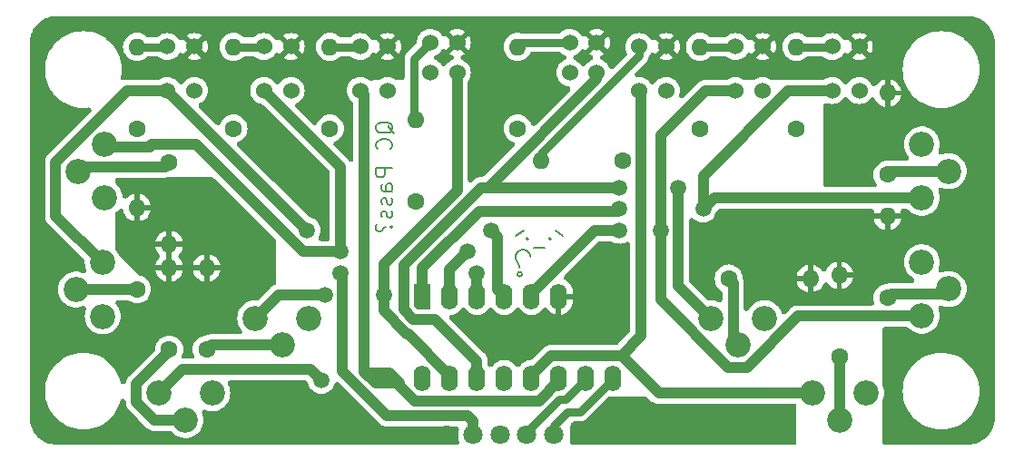
<source format=gbr>
%TF.GenerationSoftware,KiCad,Pcbnew,7.0.7*%
%TF.CreationDate,2023-09-13T03:03:41+09:00*%
%TF.ProjectId,sensorcircuit,73656e73-6f72-4636-9972-637569742e6b,rev?*%
%TF.SameCoordinates,Original*%
%TF.FileFunction,Copper,L2,Bot*%
%TF.FilePolarity,Positive*%
%FSLAX46Y46*%
G04 Gerber Fmt 4.6, Leading zero omitted, Abs format (unit mm)*
G04 Created by KiCad (PCBNEW 7.0.7) date 2023-09-13 03:03:41*
%MOMM*%
%LPD*%
G01*
G04 APERTURE LIST*
G04 Aperture macros list*
%AMRoundRect*
0 Rectangle with rounded corners*
0 $1 Rounding radius*
0 $2 $3 $4 $5 $6 $7 $8 $9 X,Y pos of 4 corners*
0 Add a 4 corners polygon primitive as box body*
4,1,4,$2,$3,$4,$5,$6,$7,$8,$9,$2,$3,0*
0 Add four circle primitives for the rounded corners*
1,1,$1+$1,$2,$3*
1,1,$1+$1,$4,$5*
1,1,$1+$1,$6,$7*
1,1,$1+$1,$8,$9*
0 Add four rect primitives between the rounded corners*
20,1,$1+$1,$2,$3,$4,$5,0*
20,1,$1+$1,$4,$5,$6,$7,0*
20,1,$1+$1,$6,$7,$8,$9,0*
20,1,$1+$1,$8,$9,$2,$3,0*%
%AMOutline5P*
0 Free polygon, 5 corners , with rotation*
0 The origin of the aperture is its center*
0 number of corners: always 5*
0 $1 to $10 corner X, Y*
0 $11 Rotation angle, in degrees counterclockwise*
0 create outline with 5 corners*
4,1,5,$1,$2,$3,$4,$5,$6,$7,$8,$9,$10,$1,$2,$11*%
%AMOutline6P*
0 Free polygon, 6 corners , with rotation*
0 The origin of the aperture is its center*
0 number of corners: always 6*
0 $1 to $12 corner X, Y*
0 $13 Rotation angle, in degrees counterclockwise*
0 create outline with 6 corners*
4,1,6,$1,$2,$3,$4,$5,$6,$7,$8,$9,$10,$11,$12,$1,$2,$13*%
%AMOutline7P*
0 Free polygon, 7 corners , with rotation*
0 The origin of the aperture is its center*
0 number of corners: always 7*
0 $1 to $14 corner X, Y*
0 $15 Rotation angle, in degrees counterclockwise*
0 create outline with 7 corners*
4,1,7,$1,$2,$3,$4,$5,$6,$7,$8,$9,$10,$11,$12,$13,$14,$1,$2,$15*%
%AMOutline8P*
0 Free polygon, 8 corners , with rotation*
0 The origin of the aperture is its center*
0 number of corners: always 8*
0 $1 to $16 corner X, Y*
0 $17 Rotation angle, in degrees counterclockwise*
0 create outline with 8 corners*
4,1,8,$1,$2,$3,$4,$5,$6,$7,$8,$9,$10,$11,$12,$13,$14,$15,$16,$1,$2,$17*%
G04 Aperture macros list end*
%ADD10C,0.200000*%
%TA.AperFunction,NonConductor*%
%ADD11C,0.200000*%
%TD*%
%TA.AperFunction,ComponentPad*%
%ADD12C,1.524000*%
%TD*%
%TA.AperFunction,ComponentPad*%
%ADD13C,1.600000*%
%TD*%
%TA.AperFunction,ComponentPad*%
%ADD14O,1.600000X1.600000*%
%TD*%
%TA.AperFunction,ComponentPad*%
%ADD15C,2.340000*%
%TD*%
%TA.AperFunction,ComponentPad*%
%ADD16Outline5P,-0.800000X1.200000X0.800000X1.200000X0.800000X-1.200000X-0.480000X-1.200000X-0.800000X-0.880000X0.000000*%
%TD*%
%TA.AperFunction,ComponentPad*%
%ADD17O,1.600000X2.400000*%
%TD*%
%TA.AperFunction,ComponentPad*%
%ADD18C,1.800000*%
%TD*%
%TA.AperFunction,ComponentPad*%
%ADD19RoundRect,0.090000X0.810000X0.810000X-0.810000X0.810000X-0.810000X-0.810000X0.810000X-0.810000X0*%
%TD*%
%TA.AperFunction,ViaPad*%
%ADD20C,1.500000*%
%TD*%
%TA.AperFunction,Conductor*%
%ADD21C,1.000000*%
%TD*%
%TA.AperFunction,Conductor*%
%ADD22C,0.750000*%
%TD*%
G04 APERTURE END LIST*
D10*
D11*
X53948885Y-30988720D02*
X53877457Y-30845863D01*
X53877457Y-30845863D02*
X53734600Y-30703006D01*
X53734600Y-30703006D02*
X53520314Y-30488720D01*
X53520314Y-30488720D02*
X53448885Y-30345863D01*
X53448885Y-30345863D02*
X53448885Y-30203006D01*
X53806028Y-30274435D02*
X53734600Y-30131578D01*
X53734600Y-30131578D02*
X53591742Y-29988720D01*
X53591742Y-29988720D02*
X53306028Y-29917292D01*
X53306028Y-29917292D02*
X52806028Y-29917292D01*
X52806028Y-29917292D02*
X52520314Y-29988720D01*
X52520314Y-29988720D02*
X52377457Y-30131578D01*
X52377457Y-30131578D02*
X52306028Y-30274435D01*
X52306028Y-30274435D02*
X52306028Y-30560149D01*
X52306028Y-30560149D02*
X52377457Y-30703006D01*
X52377457Y-30703006D02*
X52520314Y-30845863D01*
X52520314Y-30845863D02*
X52806028Y-30917292D01*
X52806028Y-30917292D02*
X53306028Y-30917292D01*
X53306028Y-30917292D02*
X53591742Y-30845863D01*
X53591742Y-30845863D02*
X53734600Y-30703006D01*
X53734600Y-30703006D02*
X53806028Y-30560149D01*
X53806028Y-30560149D02*
X53806028Y-30274435D01*
X53663171Y-32417292D02*
X53734600Y-32345864D01*
X53734600Y-32345864D02*
X53806028Y-32131578D01*
X53806028Y-32131578D02*
X53806028Y-31988721D01*
X53806028Y-31988721D02*
X53734600Y-31774435D01*
X53734600Y-31774435D02*
X53591742Y-31631578D01*
X53591742Y-31631578D02*
X53448885Y-31560149D01*
X53448885Y-31560149D02*
X53163171Y-31488721D01*
X53163171Y-31488721D02*
X52948885Y-31488721D01*
X52948885Y-31488721D02*
X52663171Y-31560149D01*
X52663171Y-31560149D02*
X52520314Y-31631578D01*
X52520314Y-31631578D02*
X52377457Y-31774435D01*
X52377457Y-31774435D02*
X52306028Y-31988721D01*
X52306028Y-31988721D02*
X52306028Y-32131578D01*
X52306028Y-32131578D02*
X52377457Y-32345864D01*
X52377457Y-32345864D02*
X52448885Y-32417292D01*
X53806028Y-34203006D02*
X52306028Y-34203006D01*
X52306028Y-34203006D02*
X52306028Y-34774435D01*
X52306028Y-34774435D02*
X52377457Y-34917292D01*
X52377457Y-34917292D02*
X52448885Y-34988721D01*
X52448885Y-34988721D02*
X52591742Y-35060149D01*
X52591742Y-35060149D02*
X52806028Y-35060149D01*
X52806028Y-35060149D02*
X52948885Y-34988721D01*
X52948885Y-34988721D02*
X53020314Y-34917292D01*
X53020314Y-34917292D02*
X53091742Y-34774435D01*
X53091742Y-34774435D02*
X53091742Y-34203006D01*
X53806028Y-36345864D02*
X53020314Y-36345864D01*
X53020314Y-36345864D02*
X52877457Y-36274435D01*
X52877457Y-36274435D02*
X52806028Y-36131578D01*
X52806028Y-36131578D02*
X52806028Y-35845864D01*
X52806028Y-35845864D02*
X52877457Y-35703006D01*
X53734600Y-36345864D02*
X53806028Y-36203006D01*
X53806028Y-36203006D02*
X53806028Y-35845864D01*
X53806028Y-35845864D02*
X53734600Y-35703006D01*
X53734600Y-35703006D02*
X53591742Y-35631578D01*
X53591742Y-35631578D02*
X53448885Y-35631578D01*
X53448885Y-35631578D02*
X53306028Y-35703006D01*
X53306028Y-35703006D02*
X53234600Y-35845864D01*
X53234600Y-35845864D02*
X53234600Y-36203006D01*
X53234600Y-36203006D02*
X53163171Y-36345864D01*
X53734600Y-36988721D02*
X53806028Y-37131578D01*
X53806028Y-37131578D02*
X53806028Y-37417292D01*
X53806028Y-37417292D02*
X53734600Y-37560149D01*
X53734600Y-37560149D02*
X53591742Y-37631578D01*
X53591742Y-37631578D02*
X53520314Y-37631578D01*
X53520314Y-37631578D02*
X53377457Y-37560149D01*
X53377457Y-37560149D02*
X53306028Y-37417292D01*
X53306028Y-37417292D02*
X53306028Y-37203007D01*
X53306028Y-37203007D02*
X53234600Y-37060149D01*
X53234600Y-37060149D02*
X53091742Y-36988721D01*
X53091742Y-36988721D02*
X53020314Y-36988721D01*
X53020314Y-36988721D02*
X52877457Y-37060149D01*
X52877457Y-37060149D02*
X52806028Y-37203007D01*
X52806028Y-37203007D02*
X52806028Y-37417292D01*
X52806028Y-37417292D02*
X52877457Y-37560149D01*
X53734600Y-38203007D02*
X53806028Y-38345864D01*
X53806028Y-38345864D02*
X53806028Y-38631578D01*
X53806028Y-38631578D02*
X53734600Y-38774435D01*
X53734600Y-38774435D02*
X53591742Y-38845864D01*
X53591742Y-38845864D02*
X53520314Y-38845864D01*
X53520314Y-38845864D02*
X53377457Y-38774435D01*
X53377457Y-38774435D02*
X53306028Y-38631578D01*
X53306028Y-38631578D02*
X53306028Y-38417293D01*
X53306028Y-38417293D02*
X53234600Y-38274435D01*
X53234600Y-38274435D02*
X53091742Y-38203007D01*
X53091742Y-38203007D02*
X53020314Y-38203007D01*
X53020314Y-38203007D02*
X52877457Y-38274435D01*
X52877457Y-38274435D02*
X52806028Y-38417293D01*
X52806028Y-38417293D02*
X52806028Y-38631578D01*
X52806028Y-38631578D02*
X52877457Y-38774435D01*
X53663171Y-39703007D02*
X53734600Y-39774436D01*
X53734600Y-39774436D02*
X53806028Y-39703007D01*
X53806028Y-39703007D02*
X53734600Y-39631579D01*
X53734600Y-39631579D02*
X53663171Y-39703007D01*
X53663171Y-39703007D02*
X53806028Y-39703007D01*
X52377457Y-39417293D02*
X52306028Y-39560150D01*
X52306028Y-39560150D02*
X52306028Y-39917293D01*
X52306028Y-39917293D02*
X52377457Y-40060150D01*
X52377457Y-40060150D02*
X52520314Y-40131579D01*
X52520314Y-40131579D02*
X52663171Y-40131579D01*
X52663171Y-40131579D02*
X52806028Y-40060150D01*
X52806028Y-40060150D02*
X52877457Y-39988721D01*
X52877457Y-39988721D02*
X52948885Y-39845864D01*
X52948885Y-39845864D02*
X53020314Y-39774436D01*
X53020314Y-39774436D02*
X53163171Y-39703007D01*
X53163171Y-39703007D02*
X53234600Y-39703007D01*
X65923607Y-44100000D02*
G75*
G03*
X65923607Y-44100000I-223607J0D01*
G01*
X65714213Y-43500000D02*
G75*
G03*
X65505025Y-42994975I-714213J0D01*
G01*
X66700000Y-42500000D02*
G75*
G03*
X65505025Y-42994975I-700000J0D01*
G01*
X68600000Y-40800000D02*
G75*
G03*
X68600000Y-40800000I-100000J0D01*
G01*
X66500000Y-40800000D02*
G75*
G03*
X66500000Y-40800000I-100000J0D01*
G01*
X67000000Y-41600000D02*
X68000000Y-41600000D01*
X69000000Y-40000000D02*
X69700000Y-40500000D01*
X66100000Y-40000000D02*
X65300000Y-40500000D01*
D12*
%TO.P,U6,1*%
%TO.N,Net-(R9-Pad2)*%
X94825000Y-22855000D03*
%TO.P,U6,2*%
%TO.N,GND*%
X97365000Y-22855000D03*
%TO.P,U6,3*%
%TO.N,/Dig_0*%
X94825000Y-26955000D03*
%TO.P,U6,4*%
%TO.N,VDD*%
X97365000Y-26955000D03*
%TD*%
%TO.P,U9,1*%
%TO.N,Net-(R15-Pad2)*%
X32825000Y-22855000D03*
%TO.P,U9,2*%
%TO.N,GND*%
X35365000Y-22855000D03*
%TO.P,U9,3*%
%TO.N,/Dig_3*%
X32825000Y-26955000D03*
%TO.P,U9,4*%
%TO.N,VDD*%
X35365000Y-26955000D03*
%TD*%
%TO.P,U4,1*%
%TO.N,Net-(R5-Pad2)*%
X57362500Y-22487500D03*
%TO.P,U4,2*%
%TO.N,GND*%
X59862500Y-22487500D03*
%TO.P,U4,3*%
%TO.N,/Ann_2*%
X59862500Y-25287500D03*
%TO.P,U4,4*%
%TO.N,VDD*%
X57362500Y-25287500D03*
%TD*%
%TO.P,U2,1*%
%TO.N,Net-(R3-Pad2)*%
X70362500Y-22487500D03*
%TO.P,U2,2*%
%TO.N,GND*%
X72862500Y-22487500D03*
%TO.P,U2,3*%
%TO.N,/Ann_1*%
X72862500Y-25287500D03*
%TO.P,U2,4*%
%TO.N,VDD*%
X70362500Y-25287500D03*
%TD*%
%TO.P,U5,1*%
%TO.N,Net-(R7-Pad2)*%
X50825000Y-22855000D03*
%TO.P,U5,2*%
%TO.N,GND*%
X53365000Y-22855000D03*
%TO.P,U5,3*%
%TO.N,/Ann_3*%
X50825000Y-26955000D03*
%TO.P,U5,4*%
%TO.N,VDD*%
X53365000Y-26955000D03*
%TD*%
%TO.P,U7,1*%
%TO.N,Net-(R11-Pad2)*%
X85825000Y-22855000D03*
%TO.P,U7,2*%
%TO.N,GND*%
X88365000Y-22855000D03*
%TO.P,U7,3*%
%TO.N,/Dig_1*%
X85825000Y-26955000D03*
%TO.P,U7,4*%
%TO.N,VDD*%
X88365000Y-26955000D03*
%TD*%
%TO.P,U8,1*%
%TO.N,Net-(R13-Pad2)*%
X41825000Y-22855000D03*
%TO.P,U8,2*%
%TO.N,GND*%
X44365000Y-22855000D03*
%TO.P,U8,3*%
%TO.N,/Dig_2*%
X41825000Y-26955000D03*
%TO.P,U8,4*%
%TO.N,VDD*%
X44365000Y-26955000D03*
%TD*%
%TO.P,U1,1*%
%TO.N,Net-(R1-Pad2)*%
X76825000Y-22855000D03*
%TO.P,U1,2*%
%TO.N,GND*%
X79365000Y-22855000D03*
%TO.P,U1,3*%
%TO.N,/Ann_0*%
X76825000Y-26955000D03*
%TO.P,U1,4*%
%TO.N,VDD*%
X79365000Y-26955000D03*
%TD*%
D13*
%TO.P,R1,1*%
%TO.N,VDD*%
X75310000Y-33500000D03*
D14*
%TO.P,R1,2*%
%TO.N,Net-(R1-Pad2)*%
X67690000Y-33500000D03*
%TD*%
D15*
%TO.P,RV5,1,1*%
%TO.N,/Dig_0*%
X103200000Y-36975000D03*
%TO.P,RV5,2,2*%
%TO.N,Net-(R10-Pad1)*%
X105700000Y-34475000D03*
%TO.P,RV5,3,3*%
%TO.N,unconnected-(RV5-Pad3)*%
X103200000Y-31975000D03*
%TD*%
D13*
%TO.P,R4,1*%
%TO.N,Net-(R4-Pad1)*%
X85190000Y-44500000D03*
D14*
%TO.P,R4,2*%
%TO.N,GND*%
X92810000Y-44500000D03*
%TD*%
D15*
%TO.P,RV3,1,1*%
%TO.N,/Ann_2*%
X41025000Y-48200000D03*
%TO.P,RV3,2,2*%
%TO.N,Net-(R6-Pad1)*%
X43525000Y-50700000D03*
%TO.P,RV3,3,3*%
%TO.N,unconnected-(RV3-Pad3)*%
X46025000Y-48200000D03*
%TD*%
D13*
%TO.P,R7,1*%
%TO.N,VDD*%
X48000000Y-30500000D03*
D14*
%TO.P,R7,2*%
%TO.N,Net-(R7-Pad2)*%
X48000000Y-22880000D03*
%TD*%
D13*
%TO.P,R15,1*%
%TO.N,VDD*%
X30000000Y-30500000D03*
D14*
%TO.P,R15,2*%
%TO.N,Net-(R15-Pad2)*%
X30000000Y-22880000D03*
%TD*%
D13*
%TO.P,R8,1*%
%TO.N,Net-(R8-Pad1)*%
X33000000Y-51120000D03*
D14*
%TO.P,R8,2*%
%TO.N,GND*%
X33000000Y-43500000D03*
%TD*%
D15*
%TO.P,RV2,1,1*%
%TO.N,/Ann_1*%
X83525000Y-48200000D03*
%TO.P,RV2,2,2*%
%TO.N,Net-(R4-Pad1)*%
X86025000Y-50700000D03*
%TO.P,RV2,3,3*%
%TO.N,unconnected-(RV2-Pad3)*%
X88525000Y-48200000D03*
%TD*%
D13*
%TO.P,R11,1*%
%TO.N,VDD*%
X82500000Y-30500000D03*
D14*
%TO.P,R11,2*%
%TO.N,Net-(R11-Pad2)*%
X82500000Y-22880000D03*
%TD*%
D15*
%TO.P,RV7,1,1*%
%TO.N,/Dig_2*%
X27000000Y-32000000D03*
%TO.P,RV7,2,2*%
%TO.N,Net-(R14-Pad1)*%
X24500000Y-34500000D03*
%TO.P,RV7,3,3*%
%TO.N,unconnected-(RV7-Pad3)*%
X27000000Y-37000000D03*
%TD*%
D13*
%TO.P,R9,1*%
%TO.N,VDD*%
X91500000Y-30500000D03*
D14*
%TO.P,R9,2*%
%TO.N,Net-(R9-Pad2)*%
X91500000Y-22880000D03*
%TD*%
D13*
%TO.P,R5,1*%
%TO.N,VDD*%
X56000000Y-37310000D03*
D14*
%TO.P,R5,2*%
%TO.N,Net-(R5-Pad2)*%
X56000000Y-29690000D03*
%TD*%
D15*
%TO.P,RV8,1,1*%
%TO.N,/Dig_3*%
X26800000Y-43025000D03*
%TO.P,RV8,2,2*%
%TO.N,Net-(R16-Pad1)*%
X24300000Y-45525000D03*
%TO.P,RV8,3,3*%
%TO.N,unconnected-(RV8-Pad3)*%
X26800000Y-48025000D03*
%TD*%
D13*
%TO.P,R2,1*%
%TO.N,Net-(R2-Pad1)*%
X95500000Y-51810000D03*
D14*
%TO.P,R2,2*%
%TO.N,GND*%
X95500000Y-44190000D03*
%TD*%
D13*
%TO.P,R3,1*%
%TO.N,VDD*%
X65500000Y-30500000D03*
D14*
%TO.P,R3,2*%
%TO.N,Net-(R3-Pad2)*%
X65500000Y-22880000D03*
%TD*%
D13*
%TO.P,R14,1*%
%TO.N,Net-(R14-Pad1)*%
X33000000Y-33690000D03*
D14*
%TO.P,R14,2*%
%TO.N,GND*%
X33000000Y-41310000D03*
%TD*%
D16*
%TO.P,U3,1,Y0*%
%TO.N,/Dig_0*%
X56625000Y-46175000D03*
D17*
%TO.P,U3,2,Y2*%
%TO.N,/Dig_2*%
X59165000Y-46175000D03*
%TO.P,U3,3,Y*%
%TO.N,Digital_Process*%
X61705000Y-46175000D03*
%TO.P,U3,4,Y3*%
%TO.N,/Dig_3*%
X64245000Y-46175000D03*
%TO.P,U3,5,Y1*%
%TO.N,/Dig_1*%
X66785000Y-46175000D03*
%TO.P,U3,6,Inh*%
%TO.N,GND*%
X69325000Y-46175000D03*
%TO.P,U3,7,VEE*%
X71865000Y-46175000D03*
%TO.P,U3,8,VSS*%
X74405000Y-46175000D03*
%TO.P,U3,9,B*%
%TO.N,Port_SEL2*%
X74405000Y-53795000D03*
%TO.P,U3,10,A*%
%TO.N,Port_SEL1*%
X71865000Y-53795000D03*
%TO.P,U3,11,X3*%
%TO.N,/Ann_3*%
X69325000Y-53795000D03*
%TO.P,U3,12,X0*%
%TO.N,/Ann_0*%
X66785000Y-53795000D03*
%TO.P,U3,13,X*%
%TO.N,Analog_Process*%
X64245000Y-53795000D03*
%TO.P,U3,14,X1*%
%TO.N,/Ann_1*%
X61705000Y-53795000D03*
%TO.P,U3,15,X2*%
%TO.N,/Ann_2*%
X59165000Y-53795000D03*
%TO.P,U3,16,VDD*%
%TO.N,VDD*%
X56625000Y-53795000D03*
%TD*%
D15*
%TO.P,RV4,1,1*%
%TO.N,/Ann_3*%
X32025000Y-55200000D03*
%TO.P,RV4,2,2*%
%TO.N,Net-(R8-Pad1)*%
X34525000Y-57700000D03*
%TO.P,RV4,3,3*%
%TO.N,unconnected-(RV4-Pad3)*%
X37025000Y-55200000D03*
%TD*%
%TO.P,RV1,1,1*%
%TO.N,/Ann_0*%
X93000000Y-55200000D03*
%TO.P,RV1,2,2*%
%TO.N,Net-(R2-Pad1)*%
X95500000Y-57700000D03*
%TO.P,RV1,3,3*%
%TO.N,unconnected-(RV1-Pad3)*%
X98000000Y-55200000D03*
%TD*%
D13*
%TO.P,R13,1*%
%TO.N,VDD*%
X39000000Y-30500000D03*
D14*
%TO.P,R13,2*%
%TO.N,Net-(R13-Pad2)*%
X39000000Y-22880000D03*
%TD*%
D13*
%TO.P,R10,1*%
%TO.N,Net-(R10-Pad1)*%
X100000000Y-34810000D03*
D14*
%TO.P,R10,2*%
%TO.N,GND*%
X100000000Y-27190000D03*
%TD*%
D15*
%TO.P,RV6,1,1*%
%TO.N,/Dig_1*%
X103200000Y-47975000D03*
%TO.P,RV6,2,2*%
%TO.N,Net-(R12-Pad1)*%
X105700000Y-45475000D03*
%TO.P,RV6,3,3*%
%TO.N,unconnected-(RV6-Pad3)*%
X103200000Y-42975000D03*
%TD*%
D13*
%TO.P,R6,1*%
%TO.N,Net-(R6-Pad1)*%
X36500000Y-51120000D03*
D14*
%TO.P,R6,2*%
%TO.N,GND*%
X36500000Y-43500000D03*
%TD*%
D13*
%TO.P,R16,1*%
%TO.N,Net-(R16-Pad1)*%
X30000000Y-45500000D03*
D14*
%TO.P,R16,2*%
%TO.N,GND*%
X30000000Y-37880000D03*
%TD*%
D13*
%TO.P,R12,1*%
%TO.N,Net-(R12-Pad1)*%
X100000000Y-46310000D03*
D14*
%TO.P,R12,2*%
%TO.N,GND*%
X100000000Y-38690000D03*
%TD*%
D18*
%TO.P,J1,6,Pin_6*%
%TO.N,GND*%
X58850000Y-59100000D03*
%TO.P,J1,5,Pin_5*%
%TO.N,Digital_Process*%
X61350000Y-59100000D03*
%TO.P,J1,4,Pin_4*%
%TO.N,Analog_Process*%
X63850000Y-59100000D03*
%TO.P,J1,3,Pin_3*%
%TO.N,Port_SEL1*%
X66350000Y-59100000D03*
%TO.P,J1,2,Pin_2*%
%TO.N,Port_SEL2*%
X68850000Y-59100000D03*
D19*
%TO.P,J1,1,Pin_1*%
%TO.N,VDD*%
X71350000Y-59100000D03*
%TD*%
D20*
%TO.N,VDD*%
X77000000Y-58000000D03*
X85000000Y-58000000D03*
X83000000Y-58000000D03*
X81000000Y-58000000D03*
X79000000Y-58000000D03*
X87000000Y-58000000D03*
X89000000Y-58000000D03*
%TO.N,Digital_Process*%
X49000000Y-44000000D03*
X61705000Y-44000000D03*
%TO.N,GND*%
X97000000Y-39000000D03*
X38000000Y-48000000D03*
X95000000Y-35000000D03*
X41000000Y-41000000D03*
X75000000Y-44000000D03*
X75000000Y-42000000D03*
X43000000Y-55000000D03*
X36000000Y-48000000D03*
X83000000Y-44000000D03*
X46000000Y-36000000D03*
X44000000Y-34000000D03*
X42000000Y-32000000D03*
X95000000Y-39000000D03*
X45000000Y-55000000D03*
X97000000Y-35000000D03*
X83000000Y-42000000D03*
X39000000Y-39000000D03*
X37000000Y-37000000D03*
%TO.N,/Ann_1*%
X75000000Y-36000000D03*
X80500000Y-36000000D03*
%TO.N,/Ann_2*%
X53000000Y-46000000D03*
X47500000Y-46000000D03*
%TO.N,/Ann_3*%
X52450000Y-54000000D03*
X47200000Y-54000000D03*
%TO.N,/Dig_0*%
X82800000Y-38000000D03*
X75000000Y-38000000D03*
%TO.N,/Dig_1*%
X78850500Y-40010000D03*
X75000000Y-40000000D03*
%TO.N,/Dig_2*%
X49000000Y-42000000D03*
X60800000Y-42000000D03*
%TO.N,/Dig_3*%
X63000000Y-40000000D03*
X45870000Y-40000000D03*
%TD*%
D21*
%TO.N,/Dig_0*%
X82800000Y-38000000D02*
X82800000Y-34900000D01*
X82800000Y-34900000D02*
X90745000Y-26955000D01*
X90745000Y-26955000D02*
X94825000Y-26955000D01*
%TO.N,/Ann_2*%
X59165000Y-53530837D02*
X59165000Y-53795000D01*
X53000000Y-47482690D02*
X55192310Y-49675000D01*
X55309163Y-49675000D02*
X59165000Y-53530837D01*
X55192310Y-49675000D02*
X55309163Y-49675000D01*
X53000000Y-46000000D02*
X53000000Y-47482690D01*
%TO.N,/Ann_1*%
X62150000Y-36000000D02*
X62075000Y-36075000D01*
X54925000Y-47427792D02*
X54925000Y-43225000D01*
X55772208Y-48275000D02*
X54925000Y-47427792D01*
X57775000Y-48275000D02*
X55772208Y-48275000D01*
X61705000Y-52205000D02*
X57775000Y-48275000D01*
X54925000Y-43225000D02*
X62075000Y-36075000D01*
X61705000Y-53795000D02*
X61705000Y-52205000D01*
%TO.N,/Ann_3*%
X69325000Y-53795000D02*
X69325000Y-54059163D01*
X69325000Y-54059163D02*
X67489163Y-55895000D01*
X67489163Y-55895000D02*
X55920837Y-55895000D01*
X55920837Y-55895000D02*
X54500000Y-54474163D01*
X54500000Y-54474163D02*
X54500000Y-54250000D01*
%TO.N,Digital_Process*%
X49000000Y-44000000D02*
X49150000Y-44150000D01*
X49150000Y-53129898D02*
X53315102Y-57295000D01*
X61350000Y-57827208D02*
X61350000Y-59100000D01*
X49150000Y-44150000D02*
X49150000Y-53129898D01*
X53315102Y-57295000D02*
X60817792Y-57295000D01*
X60817792Y-57295000D02*
X61350000Y-57827208D01*
%TO.N,/Dig_1*%
X75000000Y-40000000D02*
X72695837Y-40000000D01*
X72695837Y-40000000D02*
X66785000Y-45910837D01*
X66785000Y-45910837D02*
X66785000Y-46175000D01*
D22*
%TO.N,Net-(R5-Pad2)*%
X57362500Y-22487500D02*
X55825500Y-24024500D01*
X55825500Y-24024500D02*
X55825500Y-29515500D01*
X55825500Y-29515500D02*
X56000000Y-29690000D01*
D21*
%TO.N,Net-(R4-Pad1)*%
X86025000Y-50700000D02*
X85595000Y-50270000D01*
X85595000Y-50270000D02*
X85595000Y-44905000D01*
X85595000Y-44905000D02*
X85190000Y-44500000D01*
D22*
%TO.N,Port_SEL2*%
X68850000Y-59100000D02*
X68850000Y-58250000D01*
X68850000Y-58250000D02*
X70150000Y-56950000D01*
X70150000Y-56950000D02*
X71337386Y-56950000D01*
X71337386Y-56950000D02*
X74405000Y-53882386D01*
X74405000Y-53882386D02*
X74405000Y-53795000D01*
%TO.N,Port_SEL1*%
X66350000Y-58950000D02*
X66350000Y-58837285D01*
X66350000Y-58837285D02*
X69417285Y-55770000D01*
X69417285Y-55770000D02*
X69977386Y-55770000D01*
X69977386Y-55770000D02*
X71865000Y-53882386D01*
X71865000Y-53882386D02*
X71865000Y-53795000D01*
D21*
%TO.N,/Ann_0*%
X76825000Y-26955000D02*
X77010000Y-27140000D01*
X77010000Y-27140000D02*
X77010000Y-49880000D01*
X77010000Y-49880000D02*
X75195000Y-51695000D01*
X93000000Y-55200000D02*
X78700000Y-55200000D01*
X66785000Y-53795000D02*
X66785000Y-53530837D01*
X66785000Y-53530837D02*
X68620837Y-51695000D01*
X68620837Y-51695000D02*
X75195000Y-51695000D01*
X75195000Y-51695000D02*
X78700000Y-55200000D01*
%TO.N,/Ann_1*%
X62150000Y-36000000D02*
X62742572Y-36000000D01*
X62742572Y-36000000D02*
X72862500Y-25880072D01*
X72862500Y-25880072D02*
X72862500Y-25287500D01*
%TO.N,Net-(R12-Pad1)*%
X105700000Y-45475000D02*
X105270000Y-45905000D01*
X105270000Y-45905000D02*
X100405000Y-45905000D01*
X100405000Y-45905000D02*
X100000000Y-46310000D01*
%TO.N,/Ann_1*%
X80500000Y-45175000D02*
X80500000Y-36000000D01*
X83525000Y-48200000D02*
X80500000Y-45175000D01*
%TO.N,/Dig_1*%
X100739164Y-47975000D02*
X103200000Y-47975000D01*
X100704164Y-48010000D02*
X100739164Y-47975000D01*
X78850500Y-40010000D02*
X78850500Y-31149500D01*
X78850500Y-40010000D02*
X78850000Y-40010500D01*
X83045000Y-26955000D02*
X85825000Y-26955000D01*
X78850500Y-31149500D02*
X83045000Y-26955000D01*
X78850000Y-40010500D02*
X78850000Y-46452423D01*
X78850000Y-46452423D02*
X85167577Y-52770000D01*
X85167577Y-52770000D02*
X86882423Y-52770000D01*
X91642423Y-48010000D02*
X100704164Y-48010000D01*
X86882423Y-52770000D02*
X91642423Y-48010000D01*
%TO.N,/Dig_0*%
X82800000Y-38000000D02*
X83825000Y-36975000D01*
X83825000Y-36975000D02*
X103200000Y-36975000D01*
%TO.N,Net-(R8-Pad1)*%
X33000000Y-51120000D02*
X33000000Y-51297577D01*
X29955000Y-56057423D02*
X31597577Y-57700000D01*
X33000000Y-51297577D02*
X29955000Y-54342577D01*
X29955000Y-54342577D02*
X29955000Y-56057423D01*
X31597577Y-57700000D02*
X34525000Y-57700000D01*
%TO.N,/Dig_2*%
X27000000Y-32000000D02*
X27200000Y-32200000D01*
X27200000Y-32200000D02*
X31190000Y-32200000D01*
X31190000Y-32200000D02*
X31400000Y-31990000D01*
X31400000Y-31990000D02*
X35490000Y-31990000D01*
X35490000Y-31990000D02*
X45500000Y-42000000D01*
X45500000Y-42000000D02*
X49000000Y-42000000D01*
%TO.N,Net-(R14-Pad1)*%
X24500000Y-34500000D02*
X24930000Y-34070000D01*
X24930000Y-34070000D02*
X32620000Y-34070000D01*
X32620000Y-34070000D02*
X33000000Y-33690000D01*
%TO.N,/Dig_3*%
X26800000Y-43025000D02*
X22430000Y-38655000D01*
X22430000Y-38655000D02*
X22430000Y-33642577D01*
X22430000Y-33642577D02*
X29117577Y-26955000D01*
X29117577Y-26955000D02*
X32825000Y-26955000D01*
%TO.N,/Ann_3*%
X51200000Y-53200000D02*
X51200000Y-27330000D01*
X51200000Y-27330000D02*
X50825000Y-26955000D01*
%TO.N,/Ann_2*%
X53000000Y-43170102D02*
X59862500Y-36307602D01*
X53000000Y-46000000D02*
X53000000Y-43170102D01*
X59862500Y-36307602D02*
X59862500Y-25287500D01*
%TO.N,/Ann_3*%
X53545000Y-53295000D02*
X54500000Y-54250000D01*
X51295000Y-53295000D02*
X53545000Y-53295000D01*
X51200000Y-53200000D02*
X51295000Y-53295000D01*
X52250000Y-54250000D02*
X54500000Y-54250000D01*
X51200000Y-53200000D02*
X52250000Y-54250000D01*
X52450000Y-54000000D02*
X52250000Y-54200000D01*
X52250000Y-54200000D02*
X52250000Y-54250000D01*
X47200000Y-54000000D02*
X46200000Y-53000000D01*
X46200000Y-53000000D02*
X34225000Y-53000000D01*
X34225000Y-53000000D02*
X32025000Y-55200000D01*
%TO.N,/Dig_3*%
X63000000Y-40000000D02*
X63600000Y-40600000D01*
X63600000Y-40600000D02*
X63600000Y-45530000D01*
X63600000Y-45530000D02*
X64245000Y-46175000D01*
%TO.N,/Dig_0*%
X56625000Y-46175000D02*
X56625000Y-43504898D01*
X56625000Y-43504898D02*
X61929898Y-38200000D01*
X61929898Y-38200000D02*
X74800000Y-38200000D01*
X74800000Y-38200000D02*
X75000000Y-38000000D01*
%TO.N,/Dig_2*%
X59165000Y-43635000D02*
X59165000Y-46175000D01*
X60800000Y-42000000D02*
X59165000Y-43635000D01*
D22*
%TO.N,Port_SEL2*%
X68850000Y-58950000D02*
X68850000Y-58720000D01*
D21*
%TO.N,Digital_Process*%
X61705000Y-44000000D02*
X61705000Y-46175000D01*
D22*
%TO.N,Net-(R1-Pad2)*%
X76825000Y-23720694D02*
X67690000Y-32855694D01*
X76825000Y-22855000D02*
X76825000Y-23720694D01*
X67690000Y-32855694D02*
X67690000Y-33500000D01*
D21*
%TO.N,Net-(R2-Pad1)*%
X95500000Y-51810000D02*
X95500000Y-57700000D01*
D22*
%TO.N,Net-(R3-Pad2)*%
X65892500Y-22487500D02*
X65500000Y-22880000D01*
X70362500Y-22487500D02*
X65892500Y-22487500D01*
D21*
%TO.N,Net-(R6-Pad1)*%
X43525000Y-50700000D02*
X36920000Y-50700000D01*
X36920000Y-50700000D02*
X36500000Y-51120000D01*
D22*
%TO.N,Net-(R7-Pad2)*%
X50800000Y-22880000D02*
X50825000Y-22855000D01*
X48000000Y-22880000D02*
X50800000Y-22880000D01*
%TO.N,Net-(R9-Pad2)*%
X91500000Y-22880000D02*
X94800000Y-22880000D01*
X94800000Y-22880000D02*
X94825000Y-22855000D01*
D21*
%TO.N,Net-(R10-Pad1)*%
X105675000Y-34500000D02*
X100310000Y-34500000D01*
X105700000Y-34475000D02*
X105675000Y-34500000D01*
X100310000Y-34500000D02*
X100000000Y-34810000D01*
D22*
%TO.N,Net-(R11-Pad2)*%
X82500000Y-22880000D02*
X85800000Y-22880000D01*
X85800000Y-22880000D02*
X85825000Y-22855000D01*
%TO.N,Net-(R13-Pad2)*%
X39000000Y-22880000D02*
X41800000Y-22880000D01*
X41800000Y-22880000D02*
X41825000Y-22855000D01*
%TO.N,Net-(R15-Pad2)*%
X30000000Y-22880000D02*
X32800000Y-22880000D01*
X32800000Y-22880000D02*
X32825000Y-22855000D01*
D21*
%TO.N,Net-(R16-Pad1)*%
X30000000Y-45500000D02*
X24325000Y-45500000D01*
X24325000Y-45500000D02*
X24300000Y-45525000D01*
%TO.N,/Ann_1*%
X75000000Y-36000000D02*
X62150000Y-36000000D01*
%TO.N,/Ann_2*%
X47500000Y-46000000D02*
X43225000Y-46000000D01*
X43225000Y-46000000D02*
X41025000Y-48200000D01*
%TO.N,/Dig_2*%
X49000000Y-34130000D02*
X41825000Y-26955000D01*
X49000000Y-42000000D02*
X49000000Y-34130000D01*
%TO.N,/Dig_3*%
X45870000Y-40000000D02*
X32825000Y-26955000D01*
%TD*%
%TA.AperFunction,Conductor*%
%TO.N,GND*%
G36*
X33096288Y-41728954D02*
G01*
X33177070Y-41782930D01*
X33231046Y-41863712D01*
X33250000Y-41959000D01*
X33250000Y-42851000D01*
X33231046Y-42946288D01*
X33177070Y-43027070D01*
X33096288Y-43081046D01*
X33001000Y-43100000D01*
X32999000Y-43100000D01*
X32903712Y-43081046D01*
X32822930Y-43027070D01*
X32768954Y-42946288D01*
X32750000Y-42851000D01*
X32750000Y-41959000D01*
X32768954Y-41863712D01*
X32822930Y-41782930D01*
X32903712Y-41728954D01*
X32999000Y-41710000D01*
X33001000Y-41710000D01*
X33096288Y-41728954D01*
G37*
%TD.AperFunction*%
%TA.AperFunction,Conductor*%
G36*
X107503751Y-20000727D02*
G01*
X107526845Y-20002123D01*
X107598917Y-20006483D01*
X107802780Y-20019845D01*
X107817058Y-20021615D01*
X107949203Y-20045831D01*
X108112411Y-20078295D01*
X108125139Y-20081535D01*
X108261175Y-20123925D01*
X108412206Y-20175194D01*
X108423273Y-20179551D01*
X108556507Y-20239515D01*
X108678256Y-20299556D01*
X108697433Y-20309013D01*
X108706780Y-20314130D01*
X108831226Y-20389360D01*
X108835909Y-20392338D01*
X108919884Y-20448449D01*
X108963615Y-20477670D01*
X108971229Y-20483184D01*
X109086204Y-20573260D01*
X109091513Y-20577662D01*
X109206525Y-20678525D01*
X109212472Y-20684095D01*
X109315903Y-20787526D01*
X109321473Y-20793473D01*
X109422336Y-20908485D01*
X109426738Y-20913794D01*
X109516814Y-21028769D01*
X109522328Y-21036383D01*
X109607637Y-21164054D01*
X109610653Y-21168796D01*
X109631955Y-21204033D01*
X109685868Y-21293218D01*
X109690985Y-21302564D01*
X109760486Y-21443496D01*
X109820442Y-21576712D01*
X109824805Y-21587795D01*
X109876079Y-21738842D01*
X109901855Y-21821557D01*
X109918462Y-21874851D01*
X109921707Y-21887603D01*
X109954167Y-22050790D01*
X109978380Y-22182919D01*
X109980154Y-22197229D01*
X109993517Y-22401099D01*
X109999273Y-22496249D01*
X109999500Y-22503769D01*
X109999500Y-57496229D01*
X109999273Y-57503749D01*
X109993517Y-57598900D01*
X109980154Y-57802769D01*
X109978380Y-57817079D01*
X109954167Y-57949209D01*
X109921707Y-58112395D01*
X109918460Y-58125154D01*
X109876079Y-58261157D01*
X109824805Y-58412203D01*
X109820442Y-58423286D01*
X109760491Y-58556493D01*
X109690985Y-58697434D01*
X109685868Y-58706780D01*
X109610666Y-58831182D01*
X109607637Y-58835944D01*
X109522328Y-58963615D01*
X109516814Y-58971229D01*
X109426738Y-59086204D01*
X109422336Y-59091513D01*
X109321473Y-59206525D01*
X109315903Y-59212472D01*
X109212472Y-59315903D01*
X109206525Y-59321473D01*
X109091513Y-59422336D01*
X109086204Y-59426738D01*
X108971229Y-59516814D01*
X108963615Y-59522328D01*
X108835944Y-59607637D01*
X108831182Y-59610666D01*
X108706780Y-59685868D01*
X108697434Y-59690985D01*
X108556493Y-59760491D01*
X108423286Y-59820442D01*
X108412203Y-59824805D01*
X108261157Y-59876079D01*
X108125154Y-59918460D01*
X108112395Y-59921707D01*
X107949209Y-59954167D01*
X107817079Y-59978380D01*
X107802769Y-59980154D01*
X107598900Y-59993517D01*
X107503750Y-59999273D01*
X107496230Y-59999500D01*
X99749000Y-59999500D01*
X99653712Y-59980546D01*
X99572930Y-59926570D01*
X99518954Y-59845788D01*
X99500000Y-59750500D01*
X99500000Y-57896610D01*
X99500000Y-55997610D01*
X99517211Y-55906649D01*
X99600760Y-55693769D01*
X99656474Y-55449673D01*
X99675184Y-55200000D01*
X99660196Y-55000000D01*
X101419593Y-55000000D01*
X101419947Y-55006746D01*
X101439206Y-55374251D01*
X101497833Y-55744408D01*
X101497834Y-55744416D01*
X101594827Y-56106397D01*
X101729136Y-56456287D01*
X101729137Y-56456289D01*
X101899275Y-56790201D01*
X102103386Y-57104505D01*
X102334417Y-57389806D01*
X102339239Y-57395760D01*
X102604240Y-57660761D01*
X102813643Y-57830332D01*
X102895494Y-57896613D01*
X103044667Y-57993487D01*
X103200124Y-58094442D01*
X103209798Y-58100724D01*
X103543710Y-58270862D01*
X103543712Y-58270863D01*
X103543716Y-58270864D01*
X103543717Y-58270865D01*
X103893593Y-58405169D01*
X103893596Y-58405170D01*
X103893602Y-58405172D01*
X104255583Y-58502165D01*
X104255585Y-58502165D01*
X104255592Y-58502167D01*
X104625746Y-58560793D01*
X105000000Y-58580407D01*
X105374254Y-58560793D01*
X105744408Y-58502167D01*
X105744414Y-58502165D01*
X105744416Y-58502165D01*
X106106397Y-58405172D01*
X106106399Y-58405170D01*
X106106407Y-58405169D01*
X106456283Y-58270865D01*
X106790204Y-58100723D01*
X107104510Y-57896610D01*
X107395760Y-57660761D01*
X107660761Y-57395760D01*
X107896610Y-57104510D01*
X108100723Y-56790204D01*
X108270865Y-56456283D01*
X108405169Y-56106407D01*
X108406527Y-56101341D01*
X108502165Y-55744416D01*
X108502165Y-55744414D01*
X108502167Y-55744408D01*
X108560793Y-55374254D01*
X108580407Y-55000000D01*
X108560793Y-54625746D01*
X108502167Y-54255592D01*
X108499828Y-54246863D01*
X108405172Y-53893602D01*
X108400805Y-53882226D01*
X108270865Y-53543717D01*
X108270864Y-53543716D01*
X108270863Y-53543712D01*
X108270862Y-53543710D01*
X108100724Y-53209799D01*
X108087177Y-53188939D01*
X107896610Y-52895490D01*
X107660761Y-52604240D01*
X107395760Y-52339239D01*
X107317105Y-52275546D01*
X107150693Y-52140788D01*
X107104510Y-52103390D01*
X107104509Y-52103389D01*
X107104505Y-52103386D01*
X106790201Y-51899275D01*
X106456289Y-51729137D01*
X106456287Y-51729136D01*
X106106397Y-51594827D01*
X105744416Y-51497834D01*
X105744408Y-51497833D01*
X105374251Y-51439206D01*
X105000000Y-51419593D01*
X104625748Y-51439206D01*
X104255591Y-51497833D01*
X104255583Y-51497834D01*
X103893602Y-51594827D01*
X103543712Y-51729136D01*
X103543710Y-51729137D01*
X103209799Y-51899275D01*
X102895490Y-52103389D01*
X102604245Y-52339234D01*
X102339234Y-52604245D01*
X102103389Y-52895490D01*
X101899275Y-53209799D01*
X101729137Y-53543710D01*
X101729136Y-53543712D01*
X101594827Y-53893602D01*
X101497834Y-54255583D01*
X101497833Y-54255591D01*
X101439206Y-54625748D01*
X101419881Y-54994500D01*
X101419593Y-55000000D01*
X99660196Y-55000000D01*
X99656474Y-54950327D01*
X99600760Y-54706231D01*
X99517211Y-54493351D01*
X99500000Y-54402384D01*
X99500000Y-49259500D01*
X99518954Y-49164212D01*
X99572930Y-49083430D01*
X99653712Y-49029454D01*
X99749000Y-49010500D01*
X100691448Y-49010500D01*
X100780524Y-49012757D01*
X100780524Y-49012756D01*
X100780527Y-49012757D01*
X100838595Y-49002348D01*
X100847917Y-49001041D01*
X100906602Y-48995074D01*
X100935585Y-48985980D01*
X100950912Y-48982218D01*
X100966608Y-48979405D01*
X101010533Y-48975500D01*
X101741311Y-48975500D01*
X101836599Y-48994454D01*
X101917381Y-49048430D01*
X101935987Y-49069251D01*
X101972002Y-49114413D01*
X101972007Y-49114418D01*
X102155542Y-49284714D01*
X102362404Y-49425750D01*
X102362406Y-49425751D01*
X102362408Y-49425752D01*
X102388749Y-49438437D01*
X102587980Y-49534382D01*
X102587984Y-49534383D01*
X102587987Y-49534385D01*
X102827236Y-49608184D01*
X103044871Y-49640987D01*
X103074812Y-49645500D01*
X103074813Y-49645500D01*
X103325188Y-49645500D01*
X103351898Y-49641473D01*
X103572764Y-49608184D01*
X103812013Y-49534385D01*
X104037592Y-49425752D01*
X104244460Y-49284712D01*
X104427997Y-49114414D01*
X104584102Y-48918665D01*
X104709289Y-48701835D01*
X104800760Y-48468769D01*
X104856474Y-48224673D01*
X104875184Y-47975000D01*
X104856474Y-47725327D01*
X104800760Y-47481231D01*
X104800759Y-47481230D01*
X104800759Y-47481227D01*
X104761023Y-47379983D01*
X104749363Y-47350274D01*
X104732195Y-47254650D01*
X104752927Y-47159733D01*
X104808404Y-47079975D01*
X104890180Y-47027518D01*
X104985806Y-47010349D01*
X105080723Y-47031081D01*
X105087569Y-47034221D01*
X105087984Y-47034383D01*
X105087987Y-47034385D01*
X105327236Y-47108184D01*
X105544871Y-47140987D01*
X105574812Y-47145500D01*
X105574813Y-47145500D01*
X105825188Y-47145500D01*
X105851898Y-47141473D01*
X106072764Y-47108184D01*
X106312013Y-47034385D01*
X106537592Y-46925752D01*
X106744460Y-46784712D01*
X106927997Y-46614414D01*
X107084102Y-46418665D01*
X107209289Y-46201835D01*
X107300760Y-45968769D01*
X107356474Y-45724673D01*
X107375184Y-45475000D01*
X107356474Y-45225327D01*
X107300760Y-44981231D01*
X107209289Y-44748165D01*
X107084102Y-44531335D01*
X106927997Y-44335586D01*
X106905970Y-44315148D01*
X106744457Y-44165285D01*
X106537595Y-44024249D01*
X106537590Y-44024247D01*
X106312019Y-43915617D01*
X106312014Y-43915615D01*
X106072769Y-43841817D01*
X106072765Y-43841816D01*
X106072764Y-43841816D01*
X105919160Y-43818664D01*
X105825188Y-43804500D01*
X105825187Y-43804500D01*
X105574813Y-43804500D01*
X105574812Y-43804500D01*
X105461686Y-43821551D01*
X105327236Y-43841816D01*
X105327235Y-43841816D01*
X105327230Y-43841817D01*
X105087985Y-43915615D01*
X105079305Y-43919022D01*
X105078794Y-43917720D01*
X104995085Y-43939304D01*
X104898886Y-43925712D01*
X104815210Y-43876341D01*
X104756798Y-43798707D01*
X104732541Y-43704628D01*
X104746133Y-43608429D01*
X104749351Y-43599756D01*
X104800760Y-43468769D01*
X104856474Y-43224673D01*
X104875184Y-42975000D01*
X104856474Y-42725327D01*
X104800760Y-42481231D01*
X104709289Y-42248165D01*
X104584102Y-42031335D01*
X104427997Y-41835586D01*
X104424437Y-41832283D01*
X104244457Y-41665285D01*
X104037595Y-41524249D01*
X104037590Y-41524247D01*
X103812019Y-41415617D01*
X103812014Y-41415615D01*
X103572769Y-41341817D01*
X103572765Y-41341816D01*
X103572764Y-41341816D01*
X103368312Y-41311000D01*
X103325188Y-41304500D01*
X103325187Y-41304500D01*
X103074813Y-41304500D01*
X103074812Y-41304500D01*
X102923349Y-41327329D01*
X102827236Y-41341816D01*
X102827235Y-41341816D01*
X102827230Y-41341817D01*
X102587985Y-41415615D01*
X102587980Y-41415617D01*
X102362409Y-41524247D01*
X102362404Y-41524249D01*
X102155542Y-41665285D01*
X101972007Y-41835581D01*
X101972002Y-41835586D01*
X101815896Y-42031337D01*
X101690713Y-42248160D01*
X101599239Y-42481231D01*
X101543525Y-42725329D01*
X101524816Y-42974999D01*
X101543525Y-43224670D01*
X101599239Y-43468768D01*
X101690713Y-43701839D01*
X101814137Y-43915615D01*
X101815898Y-43918665D01*
X101853341Y-43965617D01*
X101972002Y-44114413D01*
X101972007Y-44114418D01*
X102155542Y-44284714D01*
X102362404Y-44425750D01*
X102362406Y-44425751D01*
X102362408Y-44425752D01*
X102368774Y-44428817D01*
X102373635Y-44431159D01*
X102451263Y-44489580D01*
X102500625Y-44573261D01*
X102514206Y-44669462D01*
X102489939Y-44763537D01*
X102431518Y-44841165D01*
X102347837Y-44890527D01*
X102265598Y-44904500D01*
X100417675Y-44904500D01*
X100328639Y-44902243D01*
X100328631Y-44902244D01*
X100270587Y-44912647D01*
X100261218Y-44913961D01*
X100202565Y-44919925D01*
X100202562Y-44919925D01*
X100173567Y-44929022D01*
X100158250Y-44932782D01*
X100128347Y-44938141D01*
X100073589Y-44960014D01*
X100064678Y-44963186D01*
X100008412Y-44980840D01*
X100008403Y-44980844D01*
X100005640Y-44982378D01*
X100002433Y-44983406D01*
X99996806Y-44985821D01*
X99996575Y-44985284D01*
X99913125Y-45012043D01*
X99906516Y-45012710D01*
X99773320Y-45024363D01*
X99773305Y-45024365D01*
X99553503Y-45083261D01*
X99553500Y-45083262D01*
X99347272Y-45179428D01*
X99347258Y-45179436D01*
X99160865Y-45309949D01*
X98999949Y-45470865D01*
X98869436Y-45657258D01*
X98869428Y-45657272D01*
X98773262Y-45863500D01*
X98773261Y-45863503D01*
X98714365Y-46083305D01*
X98714363Y-46083320D01*
X98694532Y-46309994D01*
X98694532Y-46310005D01*
X98714363Y-46536679D01*
X98714365Y-46536694D01*
X98757066Y-46696055D01*
X98763420Y-46793002D01*
X98732190Y-46885001D01*
X98668131Y-46958046D01*
X98580995Y-47001016D01*
X98516550Y-47009500D01*
X91655139Y-47009500D01*
X91566063Y-47007242D01*
X91566055Y-47007243D01*
X91508000Y-47017648D01*
X91498631Y-47018962D01*
X91439988Y-47024925D01*
X91439985Y-47024925D01*
X91410999Y-47034020D01*
X91395684Y-47037779D01*
X91365772Y-47043140D01*
X91365766Y-47043142D01*
X91311003Y-47065017D01*
X91302092Y-47068189D01*
X91245837Y-47085840D01*
X91245833Y-47085841D01*
X91219271Y-47100583D01*
X91205028Y-47107347D01*
X91176809Y-47118619D01*
X91176805Y-47118621D01*
X91127563Y-47151074D01*
X91119474Y-47155975D01*
X91067920Y-47184591D01*
X91067917Y-47184594D01*
X91044858Y-47204388D01*
X91032271Y-47213879D01*
X91006902Y-47230600D01*
X91006900Y-47230602D01*
X90965199Y-47272301D01*
X90958263Y-47278729D01*
X90913526Y-47317135D01*
X90894926Y-47341163D01*
X90884502Y-47352998D01*
X90508970Y-47728531D01*
X90428188Y-47782507D01*
X90332900Y-47801461D01*
X90237612Y-47782507D01*
X90156830Y-47728531D01*
X90102854Y-47647749D01*
X90101134Y-47643485D01*
X90034289Y-47473165D01*
X89909102Y-47256335D01*
X89752997Y-47060586D01*
X89724582Y-47034221D01*
X89569457Y-46890285D01*
X89362595Y-46749249D01*
X89362590Y-46749247D01*
X89137019Y-46640617D01*
X89137014Y-46640615D01*
X88897769Y-46566817D01*
X88897765Y-46566816D01*
X88897764Y-46566816D01*
X88744160Y-46543664D01*
X88650188Y-46529500D01*
X88650187Y-46529500D01*
X88399813Y-46529500D01*
X88399812Y-46529500D01*
X88248349Y-46552329D01*
X88152236Y-46566816D01*
X88152235Y-46566816D01*
X88152230Y-46566817D01*
X87912985Y-46640615D01*
X87912980Y-46640617D01*
X87687409Y-46749247D01*
X87687404Y-46749249D01*
X87480542Y-46890285D01*
X87297007Y-47060581D01*
X87297002Y-47060586D01*
X87140896Y-47256337D01*
X87060140Y-47396211D01*
X86996082Y-47469256D01*
X86908946Y-47512227D01*
X86811999Y-47518581D01*
X86720000Y-47487351D01*
X86646955Y-47423293D01*
X86603984Y-47336157D01*
X86595500Y-47271711D01*
X86595500Y-44917675D01*
X86597756Y-44828637D01*
X86597577Y-44827641D01*
X86587353Y-44770599D01*
X86586039Y-44761229D01*
X86585973Y-44760579D01*
X86584897Y-44750000D01*
X91531128Y-44750000D01*
X91583732Y-44946323D01*
X91679866Y-45152483D01*
X91810335Y-45338812D01*
X91971187Y-45499664D01*
X92157516Y-45630133D01*
X92363676Y-45726267D01*
X92559999Y-45778871D01*
X92560000Y-45778871D01*
X92560000Y-45149000D01*
X92578954Y-45053712D01*
X92632930Y-44972930D01*
X92713712Y-44918954D01*
X92809000Y-44900000D01*
X92811000Y-44900000D01*
X92906288Y-44918954D01*
X92987070Y-44972930D01*
X93041046Y-45053712D01*
X93060000Y-45149000D01*
X93060000Y-45778871D01*
X93256323Y-45726267D01*
X93462483Y-45630133D01*
X93648812Y-45499664D01*
X93809664Y-45338812D01*
X93940133Y-45152482D01*
X93940134Y-45152480D01*
X94016419Y-44988887D01*
X94073867Y-44910537D01*
X94156926Y-44860135D01*
X94252950Y-44845355D01*
X94347321Y-44868447D01*
X94425671Y-44925895D01*
X94446059Y-44951297D01*
X94500337Y-45028814D01*
X94661187Y-45189664D01*
X94847516Y-45320133D01*
X95053676Y-45416267D01*
X95249999Y-45468871D01*
X95250000Y-45468871D01*
X95250000Y-44839000D01*
X95268954Y-44743712D01*
X95322930Y-44662930D01*
X95403712Y-44608954D01*
X95499000Y-44590000D01*
X95501000Y-44590000D01*
X95596288Y-44608954D01*
X95677070Y-44662930D01*
X95731046Y-44743712D01*
X95750000Y-44839000D01*
X95750000Y-45468871D01*
X95946323Y-45416267D01*
X96152483Y-45320133D01*
X96338812Y-45189664D01*
X96499664Y-45028812D01*
X96630133Y-44842483D01*
X96726267Y-44636323D01*
X96778872Y-44440000D01*
X96153986Y-44440000D01*
X96058698Y-44421046D01*
X95977916Y-44367070D01*
X95923940Y-44286288D01*
X95904986Y-44191000D01*
X95904986Y-44189000D01*
X95923940Y-44093712D01*
X95977916Y-44012930D01*
X96058698Y-43958954D01*
X96153986Y-43940000D01*
X96778872Y-43940000D01*
X96778871Y-43939999D01*
X96726267Y-43743676D01*
X96630133Y-43537516D01*
X96499664Y-43351187D01*
X96338812Y-43190335D01*
X96152483Y-43059866D01*
X95946318Y-42963730D01*
X95750000Y-42911126D01*
X95750000Y-43541000D01*
X95731046Y-43636288D01*
X95677070Y-43717070D01*
X95596288Y-43771046D01*
X95501000Y-43790000D01*
X95499000Y-43790000D01*
X95403712Y-43771046D01*
X95322930Y-43717070D01*
X95268954Y-43636288D01*
X95250000Y-43541000D01*
X95250000Y-42911127D01*
X95249999Y-42911126D01*
X95053681Y-42963730D01*
X94847516Y-43059866D01*
X94661187Y-43190335D01*
X94500335Y-43351187D01*
X94369866Y-43537517D01*
X94369861Y-43537524D01*
X94293579Y-43701113D01*
X94236131Y-43779463D01*
X94153072Y-43829865D01*
X94057047Y-43844644D01*
X93962677Y-43821551D01*
X93884327Y-43764103D01*
X93863940Y-43738701D01*
X93809664Y-43661187D01*
X93648812Y-43500335D01*
X93462483Y-43369866D01*
X93256318Y-43273730D01*
X93060000Y-43221126D01*
X93060000Y-43851000D01*
X93041046Y-43946288D01*
X92987070Y-44027070D01*
X92906288Y-44081046D01*
X92811000Y-44100000D01*
X92809000Y-44100000D01*
X92713712Y-44081046D01*
X92632930Y-44027070D01*
X92578954Y-43946288D01*
X92560000Y-43851000D01*
X92560000Y-43221127D01*
X92559999Y-43221126D01*
X92363681Y-43273730D01*
X92157516Y-43369866D01*
X91971187Y-43500335D01*
X91810335Y-43661187D01*
X91679866Y-43847516D01*
X91583732Y-44053676D01*
X91531128Y-44249999D01*
X91531128Y-44250000D01*
X92156014Y-44250000D01*
X92251302Y-44268954D01*
X92332084Y-44322930D01*
X92386060Y-44403712D01*
X92405014Y-44499000D01*
X92405014Y-44501000D01*
X92386060Y-44596288D01*
X92332084Y-44677070D01*
X92251302Y-44731046D01*
X92156014Y-44750000D01*
X91531128Y-44750000D01*
X86584897Y-44750000D01*
X86580074Y-44702562D01*
X86570977Y-44673571D01*
X86567216Y-44658245D01*
X86561859Y-44628352D01*
X86561858Y-44628351D01*
X86561858Y-44628347D01*
X86539981Y-44573581D01*
X86536811Y-44564674D01*
X86519159Y-44508412D01*
X86517632Y-44505662D01*
X86516608Y-44502468D01*
X86514178Y-44496805D01*
X86514717Y-44496573D01*
X86487958Y-44413151D01*
X86487291Y-44406555D01*
X86475635Y-44273308D01*
X86416739Y-44053504D01*
X86353861Y-43918662D01*
X86320571Y-43847272D01*
X86320563Y-43847258D01*
X86190050Y-43660865D01*
X86190049Y-43660864D01*
X86190047Y-43660861D01*
X86029139Y-43499953D01*
X86029135Y-43499950D01*
X86029134Y-43499949D01*
X85842741Y-43369436D01*
X85842727Y-43369428D01*
X85636499Y-43273262D01*
X85636496Y-43273261D01*
X85416694Y-43214365D01*
X85416679Y-43214363D01*
X85190006Y-43194532D01*
X85189994Y-43194532D01*
X84963320Y-43214363D01*
X84963305Y-43214365D01*
X84743503Y-43273261D01*
X84743500Y-43273262D01*
X84537272Y-43369428D01*
X84537258Y-43369436D01*
X84350865Y-43499949D01*
X84189949Y-43660865D01*
X84059436Y-43847258D01*
X84059428Y-43847272D01*
X83963262Y-44053500D01*
X83963261Y-44053503D01*
X83904365Y-44273305D01*
X83904363Y-44273320D01*
X83884532Y-44499994D01*
X83884532Y-44500005D01*
X83904363Y-44726679D01*
X83904365Y-44726694D01*
X83963261Y-44946496D01*
X83963262Y-44946499D01*
X84059428Y-45152727D01*
X84059436Y-45152741D01*
X84189724Y-45338812D01*
X84189953Y-45339139D01*
X84350861Y-45500047D01*
X84350864Y-45500049D01*
X84488319Y-45596295D01*
X84555504Y-45666476D01*
X84590717Y-45757025D01*
X84594500Y-45800265D01*
X84594500Y-46464647D01*
X84575546Y-46559935D01*
X84521570Y-46640717D01*
X84440788Y-46694693D01*
X84345500Y-46713647D01*
X84250212Y-46694693D01*
X84237464Y-46688989D01*
X84137014Y-46640615D01*
X83897769Y-46566817D01*
X83897765Y-46566816D01*
X83897764Y-46566816D01*
X83744160Y-46543664D01*
X83650188Y-46529500D01*
X83650187Y-46529500D01*
X83399813Y-46529500D01*
X83399806Y-46529500D01*
X83392411Y-46530054D01*
X83295973Y-46518272D01*
X83211385Y-46470481D01*
X83197740Y-46457820D01*
X81573430Y-44833509D01*
X81519454Y-44752727D01*
X81500500Y-44657439D01*
X81500500Y-39070114D01*
X81519454Y-38974826D01*
X81573430Y-38894044D01*
X81654212Y-38840068D01*
X81749500Y-38821114D01*
X81844788Y-38840068D01*
X81925566Y-38894041D01*
X81993123Y-38961598D01*
X82172361Y-39087102D01*
X82370670Y-39179575D01*
X82582023Y-39236207D01*
X82800000Y-39255277D01*
X83017977Y-39236207D01*
X83229330Y-39179575D01*
X83427639Y-39087102D01*
X83606877Y-38961598D01*
X83761598Y-38806877D01*
X83887102Y-38627639D01*
X83979575Y-38429330D01*
X84033311Y-38228784D01*
X84076278Y-38141655D01*
X84097756Y-38117164D01*
X84166492Y-38048429D01*
X84247273Y-37994453D01*
X84342560Y-37975500D01*
X98521087Y-37975500D01*
X98616375Y-37994454D01*
X98697157Y-38048430D01*
X98751133Y-38129212D01*
X98770087Y-38224500D01*
X98761603Y-38288946D01*
X98721128Y-38439999D01*
X98721128Y-38440000D01*
X99346014Y-38440000D01*
X99441302Y-38458954D01*
X99522084Y-38512930D01*
X99576060Y-38593712D01*
X99595014Y-38689000D01*
X99595014Y-38691000D01*
X99576060Y-38786288D01*
X99522084Y-38867070D01*
X99441302Y-38921046D01*
X99346014Y-38940000D01*
X98721128Y-38940000D01*
X98773732Y-39136323D01*
X98869866Y-39342483D01*
X99000335Y-39528812D01*
X99161187Y-39689664D01*
X99347516Y-39820133D01*
X99553676Y-39916267D01*
X99749999Y-39968871D01*
X99750000Y-39968871D01*
X99750000Y-39339000D01*
X99768954Y-39243712D01*
X99822930Y-39162930D01*
X99903712Y-39108954D01*
X99999000Y-39090000D01*
X100001000Y-39090000D01*
X100096288Y-39108954D01*
X100177070Y-39162930D01*
X100231046Y-39243712D01*
X100250000Y-39339000D01*
X100250000Y-39968871D01*
X100446323Y-39916267D01*
X100652483Y-39820133D01*
X100838812Y-39689664D01*
X100999664Y-39528812D01*
X101130133Y-39342483D01*
X101226267Y-39136323D01*
X101278872Y-38940000D01*
X100653986Y-38940000D01*
X100558698Y-38921046D01*
X100477916Y-38867070D01*
X100423940Y-38786288D01*
X100404986Y-38691000D01*
X100404986Y-38689000D01*
X100423940Y-38593712D01*
X100477916Y-38512930D01*
X100558698Y-38458954D01*
X100653986Y-38440000D01*
X101278872Y-38440000D01*
X101278871Y-38439999D01*
X101238397Y-38288946D01*
X101232043Y-38191999D01*
X101263273Y-38100000D01*
X101327331Y-38026955D01*
X101414467Y-37983984D01*
X101478913Y-37975500D01*
X101741311Y-37975500D01*
X101836599Y-37994454D01*
X101917381Y-38048430D01*
X101935987Y-38069251D01*
X101972002Y-38114413D01*
X101972007Y-38114418D01*
X102155542Y-38284714D01*
X102362404Y-38425750D01*
X102362406Y-38425751D01*
X102362408Y-38425752D01*
X102489819Y-38487110D01*
X102587980Y-38534382D01*
X102587984Y-38534383D01*
X102587987Y-38534385D01*
X102827236Y-38608184D01*
X103044871Y-38640987D01*
X103074812Y-38645500D01*
X103074813Y-38645500D01*
X103325188Y-38645500D01*
X103351898Y-38641473D01*
X103572764Y-38608184D01*
X103812013Y-38534385D01*
X104037592Y-38425752D01*
X104244460Y-38284712D01*
X104427997Y-38114414D01*
X104584102Y-37918665D01*
X104709289Y-37701835D01*
X104800760Y-37468769D01*
X104856474Y-37224673D01*
X104875184Y-36975000D01*
X104856474Y-36725327D01*
X104800760Y-36481231D01*
X104800759Y-36481230D01*
X104800759Y-36481227D01*
X104749364Y-36350276D01*
X104732195Y-36254650D01*
X104752927Y-36159733D01*
X104808404Y-36079975D01*
X104890180Y-36027518D01*
X104985806Y-36010349D01*
X105080723Y-36031081D01*
X105087569Y-36034221D01*
X105087984Y-36034383D01*
X105087987Y-36034385D01*
X105327236Y-36108184D01*
X105538747Y-36140064D01*
X105574812Y-36145500D01*
X105574813Y-36145500D01*
X105825188Y-36145500D01*
X105851898Y-36141473D01*
X106072764Y-36108184D01*
X106312013Y-36034385D01*
X106537592Y-35925752D01*
X106744460Y-35784712D01*
X106927997Y-35614414D01*
X107084102Y-35418665D01*
X107209289Y-35201835D01*
X107300760Y-34968769D01*
X107356474Y-34724673D01*
X107375184Y-34475000D01*
X107356474Y-34225327D01*
X107300760Y-33981231D01*
X107209289Y-33748165D01*
X107084102Y-33531335D01*
X106927997Y-33335586D01*
X106904128Y-33313439D01*
X106744457Y-33165285D01*
X106537595Y-33024249D01*
X106537590Y-33024247D01*
X106312019Y-32915617D01*
X106312014Y-32915615D01*
X106072769Y-32841817D01*
X106072765Y-32841816D01*
X106072764Y-32841816D01*
X105919160Y-32818664D01*
X105825188Y-32804500D01*
X105825187Y-32804500D01*
X105574813Y-32804500D01*
X105574812Y-32804500D01*
X105423349Y-32827329D01*
X105327236Y-32841816D01*
X105327235Y-32841816D01*
X105327230Y-32841817D01*
X105087985Y-32915615D01*
X105079305Y-32919022D01*
X105078794Y-32917720D01*
X104995085Y-32939304D01*
X104898886Y-32925712D01*
X104815210Y-32876341D01*
X104756798Y-32798707D01*
X104732541Y-32704628D01*
X104746133Y-32608429D01*
X104749351Y-32599756D01*
X104800760Y-32468769D01*
X104856474Y-32224673D01*
X104875184Y-31975000D01*
X104856474Y-31725327D01*
X104800760Y-31481231D01*
X104709289Y-31248165D01*
X104584102Y-31031335D01*
X104427997Y-30835586D01*
X104322572Y-30737766D01*
X104244457Y-30665285D01*
X104037595Y-30524249D01*
X104037590Y-30524247D01*
X103812019Y-30415617D01*
X103812014Y-30415615D01*
X103572769Y-30341817D01*
X103572765Y-30341816D01*
X103572764Y-30341816D01*
X103419160Y-30318664D01*
X103325188Y-30304500D01*
X103325187Y-30304500D01*
X103074813Y-30304500D01*
X103074812Y-30304500D01*
X102923349Y-30327329D01*
X102827236Y-30341816D01*
X102827235Y-30341816D01*
X102827230Y-30341817D01*
X102587985Y-30415615D01*
X102587980Y-30415617D01*
X102362409Y-30524247D01*
X102362404Y-30524249D01*
X102155542Y-30665285D01*
X101972007Y-30835581D01*
X101972002Y-30835586D01*
X101815896Y-31031337D01*
X101690713Y-31248160D01*
X101599239Y-31481231D01*
X101543525Y-31725329D01*
X101524816Y-31975000D01*
X101543525Y-32224670D01*
X101599239Y-32468768D01*
X101690713Y-32701839D01*
X101785963Y-32866816D01*
X101815898Y-32918665D01*
X101873185Y-32990500D01*
X101956721Y-33095251D01*
X102001313Y-33181568D01*
X102009479Y-33278379D01*
X101979976Y-33370946D01*
X101917294Y-33445176D01*
X101830977Y-33489768D01*
X101762045Y-33499500D01*
X100322676Y-33499500D01*
X100233640Y-33497243D01*
X100233628Y-33497244D01*
X100175599Y-33507645D01*
X100166230Y-33508959D01*
X100136194Y-33512013D01*
X100089302Y-33512344D01*
X100017131Y-33506030D01*
X100000000Y-33504532D01*
X99999999Y-33504532D01*
X99999998Y-33504532D01*
X99999994Y-33504532D01*
X99773320Y-33524363D01*
X99773305Y-33524365D01*
X99553503Y-33583261D01*
X99553500Y-33583262D01*
X99347272Y-33679428D01*
X99347258Y-33679436D01*
X99160865Y-33809949D01*
X98999949Y-33970865D01*
X98869436Y-34157258D01*
X98869428Y-34157272D01*
X98773262Y-34363500D01*
X98773261Y-34363503D01*
X98714365Y-34583305D01*
X98714363Y-34583320D01*
X98694532Y-34809994D01*
X98694532Y-34810005D01*
X98714363Y-35036679D01*
X98714365Y-35036694D01*
X98773261Y-35256496D01*
X98773262Y-35256499D01*
X98869428Y-35462727D01*
X98869436Y-35462741D01*
X98953418Y-35582680D01*
X98992547Y-35671607D01*
X98994666Y-35768739D01*
X98959453Y-35859288D01*
X98892269Y-35929469D01*
X98803342Y-35968598D01*
X98749449Y-35974500D01*
X94249000Y-35974500D01*
X94153712Y-35955546D01*
X94072930Y-35901570D01*
X94018954Y-35820788D01*
X94000000Y-35725500D01*
X94000000Y-28354162D01*
X94018954Y-28258874D01*
X94072930Y-28178092D01*
X94153712Y-28124116D01*
X94249000Y-28105162D01*
X94344288Y-28124116D01*
X94354204Y-28128479D01*
X94391550Y-28145894D01*
X94604932Y-28203070D01*
X94825000Y-28222323D01*
X95045068Y-28203070D01*
X95258450Y-28145894D01*
X95458662Y-28052534D01*
X95639620Y-27925826D01*
X95795826Y-27769620D01*
X95891031Y-27633652D01*
X95961212Y-27566469D01*
X96051761Y-27531256D01*
X96148893Y-27533375D01*
X96237820Y-27572504D01*
X96298969Y-27633653D01*
X96341380Y-27694223D01*
X96394174Y-27769620D01*
X96550380Y-27925826D01*
X96731338Y-28052534D01*
X96931550Y-28145894D01*
X97144932Y-28203070D01*
X97365000Y-28222323D01*
X97585068Y-28203070D01*
X97798450Y-28145894D01*
X97998662Y-28052534D01*
X98179620Y-27925826D01*
X98335826Y-27769620D01*
X98388622Y-27694218D01*
X98458799Y-27627039D01*
X98549348Y-27591826D01*
X98646480Y-27593945D01*
X98735408Y-27633073D01*
X98802592Y-27703254D01*
X98818258Y-27731811D01*
X98869861Y-27842475D01*
X98869866Y-27842482D01*
X99000335Y-28028812D01*
X99161187Y-28189664D01*
X99347516Y-28320133D01*
X99553676Y-28416267D01*
X99749999Y-28468871D01*
X99750000Y-28468871D01*
X99750000Y-27839000D01*
X99768954Y-27743712D01*
X99822930Y-27662930D01*
X99903712Y-27608954D01*
X99999000Y-27590000D01*
X100001000Y-27590000D01*
X100096288Y-27608954D01*
X100177070Y-27662930D01*
X100231046Y-27743712D01*
X100250000Y-27839000D01*
X100250000Y-28468871D01*
X100446323Y-28416267D01*
X100652483Y-28320133D01*
X100838812Y-28189664D01*
X100999664Y-28028812D01*
X101130133Y-27842483D01*
X101226267Y-27636323D01*
X101278872Y-27440000D01*
X100653986Y-27440000D01*
X100558698Y-27421046D01*
X100477916Y-27367070D01*
X100423940Y-27286288D01*
X100404986Y-27191000D01*
X100404986Y-27189000D01*
X100423940Y-27093712D01*
X100477916Y-27012930D01*
X100558698Y-26958954D01*
X100653986Y-26940000D01*
X101278872Y-26940000D01*
X101278871Y-26939999D01*
X101226267Y-26743676D01*
X101130133Y-26537516D01*
X100999664Y-26351187D01*
X100838812Y-26190335D01*
X100652483Y-26059866D01*
X100446318Y-25963730D01*
X100250000Y-25911126D01*
X100250000Y-26541000D01*
X100231046Y-26636288D01*
X100177070Y-26717070D01*
X100096288Y-26771046D01*
X100001000Y-26790000D01*
X99999000Y-26790000D01*
X99903712Y-26771046D01*
X99822930Y-26717070D01*
X99768954Y-26636288D01*
X99750000Y-26541000D01*
X99750000Y-25911127D01*
X99749999Y-25911126D01*
X99553681Y-25963730D01*
X99347516Y-26059866D01*
X99161187Y-26190335D01*
X99000336Y-26351186D01*
X98933243Y-26447005D01*
X98863062Y-26514188D01*
X98772512Y-26549400D01*
X98675380Y-26547280D01*
X98586453Y-26508151D01*
X98519270Y-26437970D01*
X98503607Y-26409421D01*
X98462534Y-26321339D01*
X98462532Y-26321336D01*
X98462529Y-26321331D01*
X98335833Y-26140389D01*
X98335828Y-26140383D01*
X98335826Y-26140380D01*
X98179620Y-25984174D01*
X97998662Y-25857466D01*
X97798450Y-25764106D01*
X97798448Y-25764105D01*
X97694177Y-25736166D01*
X97585068Y-25706930D01*
X97365000Y-25687677D01*
X97144932Y-25706930D01*
X97109728Y-25716363D01*
X96931551Y-25764105D01*
X96731336Y-25857467D01*
X96731331Y-25857470D01*
X96550389Y-25984166D01*
X96550383Y-25984171D01*
X96394171Y-26140383D01*
X96394165Y-26140390D01*
X96298969Y-26276346D01*
X96228788Y-26343530D01*
X96138239Y-26378743D01*
X96041107Y-26376624D01*
X95952180Y-26337495D01*
X95891031Y-26276346D01*
X95795834Y-26140390D01*
X95795828Y-26140383D01*
X95795826Y-26140380D01*
X95639620Y-25984174D01*
X95458662Y-25857466D01*
X95258450Y-25764106D01*
X95258448Y-25764105D01*
X95154177Y-25736166D01*
X95045068Y-25706930D01*
X94825000Y-25687677D01*
X94604932Y-25706930D01*
X94569728Y-25716363D01*
X94391551Y-25764105D01*
X94191338Y-25857466D01*
X94117069Y-25909470D01*
X94028142Y-25948598D01*
X93974250Y-25954500D01*
X90757716Y-25954500D01*
X90668641Y-25952242D01*
X90668637Y-25952243D01*
X90610587Y-25962646D01*
X90601220Y-25963959D01*
X90542565Y-25969925D01*
X90542560Y-25969926D01*
X90513558Y-25979024D01*
X90498249Y-25982781D01*
X90468354Y-25988140D01*
X90460486Y-25990392D01*
X90391984Y-26000000D01*
X89280731Y-26000000D01*
X89185443Y-25981046D01*
X89137914Y-25954971D01*
X88998662Y-25857466D01*
X88798450Y-25764106D01*
X88798448Y-25764105D01*
X88694177Y-25736166D01*
X88585068Y-25706930D01*
X88365000Y-25687677D01*
X88144932Y-25706930D01*
X88109728Y-25716363D01*
X87931551Y-25764105D01*
X87731336Y-25857467D01*
X87731331Y-25857470D01*
X87592088Y-25954969D01*
X87503160Y-25994098D01*
X87449268Y-26000000D01*
X86740731Y-26000000D01*
X86645443Y-25981046D01*
X86597914Y-25954971D01*
X86458662Y-25857466D01*
X86258450Y-25764106D01*
X86258448Y-25764105D01*
X86154177Y-25736166D01*
X86045068Y-25706930D01*
X85825000Y-25687677D01*
X85604932Y-25706930D01*
X85569728Y-25716363D01*
X85391551Y-25764105D01*
X85191338Y-25857466D01*
X85117069Y-25909470D01*
X85028142Y-25948598D01*
X84974250Y-25954500D01*
X83057716Y-25954500D01*
X82968641Y-25952242D01*
X82968637Y-25952243D01*
X82910587Y-25962646D01*
X82901220Y-25963959D01*
X82842565Y-25969925D01*
X82842554Y-25969927D01*
X82813558Y-25979023D01*
X82798249Y-25982781D01*
X82768347Y-25988141D01*
X82713574Y-26010019D01*
X82704665Y-26013190D01*
X82648411Y-26030841D01*
X82621855Y-26045581D01*
X82607609Y-26052346D01*
X82579385Y-26063621D01*
X82579371Y-26063628D01*
X82530139Y-26096074D01*
X82522051Y-26100974D01*
X82470498Y-26129591D01*
X82470494Y-26129594D01*
X82447435Y-26149388D01*
X82434848Y-26158879D01*
X82409479Y-26175600D01*
X82409477Y-26175602D01*
X82367776Y-26217301D01*
X82360840Y-26223729D01*
X82316103Y-26262135D01*
X82297503Y-26286163D01*
X82287079Y-26297998D01*
X80978470Y-27606609D01*
X80897688Y-27660585D01*
X80802400Y-27679539D01*
X80707112Y-27660585D01*
X80626330Y-27606609D01*
X80572354Y-27525827D01*
X80553400Y-27430539D01*
X80561885Y-27366093D01*
X80583268Y-27286288D01*
X80613070Y-27175068D01*
X80632323Y-26955000D01*
X80613070Y-26734932D01*
X80555894Y-26521550D01*
X80462534Y-26321339D01*
X80462532Y-26321336D01*
X80462529Y-26321331D01*
X80335833Y-26140389D01*
X80335828Y-26140383D01*
X80335826Y-26140380D01*
X80179620Y-25984174D01*
X79998662Y-25857466D01*
X79798450Y-25764106D01*
X79798448Y-25764105D01*
X79694177Y-25736166D01*
X79585068Y-25706930D01*
X79365000Y-25687677D01*
X79144932Y-25706930D01*
X79109728Y-25716363D01*
X78931551Y-25764105D01*
X78731336Y-25857467D01*
X78731331Y-25857470D01*
X78550389Y-25984166D01*
X78550383Y-25984171D01*
X78394171Y-26140383D01*
X78394165Y-26140390D01*
X78298969Y-26276346D01*
X78228788Y-26343530D01*
X78138239Y-26378743D01*
X78041107Y-26376624D01*
X77952180Y-26337495D01*
X77891031Y-26276346D01*
X77795834Y-26140390D01*
X77795828Y-26140383D01*
X77795826Y-26140380D01*
X77639620Y-25984174D01*
X77458662Y-25857466D01*
X77258450Y-25764106D01*
X77258448Y-25764105D01*
X77154177Y-25736166D01*
X77045068Y-25706930D01*
X76825000Y-25687677D01*
X76824999Y-25687677D01*
X76707799Y-25697930D01*
X76611221Y-25687352D01*
X76526043Y-25640621D01*
X76465232Y-25564850D01*
X76438046Y-25471577D01*
X76448624Y-25374999D01*
X76495355Y-25289821D01*
X76510018Y-25273818D01*
X76783836Y-25000000D01*
X101419593Y-25000000D01*
X101439206Y-25374251D01*
X101497833Y-25744408D01*
X101497834Y-25744416D01*
X101594827Y-26106397D01*
X101729136Y-26456287D01*
X101729137Y-26456289D01*
X101899275Y-26790201D01*
X102103386Y-27104505D01*
X102250590Y-27286288D01*
X102339239Y-27395760D01*
X102604240Y-27660761D01*
X102889546Y-27891797D01*
X102895494Y-27896613D01*
X103029906Y-27983901D01*
X103135588Y-28052532D01*
X103209798Y-28100724D01*
X103543710Y-28270862D01*
X103543712Y-28270863D01*
X103543716Y-28270864D01*
X103543717Y-28270865D01*
X103893593Y-28405169D01*
X103893596Y-28405170D01*
X103893602Y-28405172D01*
X104255583Y-28502165D01*
X104255585Y-28502165D01*
X104255592Y-28502167D01*
X104625746Y-28560793D01*
X105000000Y-28580407D01*
X105374254Y-28560793D01*
X105744408Y-28502167D01*
X105744414Y-28502165D01*
X105744416Y-28502165D01*
X106106397Y-28405172D01*
X106106399Y-28405170D01*
X106106407Y-28405169D01*
X106456283Y-28270865D01*
X106790204Y-28100723D01*
X107104510Y-27896610D01*
X107395760Y-27660761D01*
X107660761Y-27395760D01*
X107896610Y-27104510D01*
X108100723Y-26790204D01*
X108270865Y-26456283D01*
X108405169Y-26106407D01*
X108406319Y-26102118D01*
X108502165Y-25744416D01*
X108502165Y-25744414D01*
X108502167Y-25744408D01*
X108560793Y-25374254D01*
X108580407Y-25000000D01*
X108560793Y-24625746D01*
X108502167Y-24255592D01*
X108502165Y-24255583D01*
X108405172Y-23893602D01*
X108398554Y-23876362D01*
X108270865Y-23543717D01*
X108270864Y-23543716D01*
X108270863Y-23543712D01*
X108270862Y-23543710D01*
X108100724Y-23209799D01*
X108087177Y-23188939D01*
X107896610Y-22895490D01*
X107660761Y-22604240D01*
X107395760Y-22339239D01*
X107336393Y-22291165D01*
X107127690Y-22122161D01*
X107104510Y-22103390D01*
X107104509Y-22103389D01*
X107104505Y-22103386D01*
X106790201Y-21899275D01*
X106456289Y-21729137D01*
X106456287Y-21729136D01*
X106106397Y-21594827D01*
X105744416Y-21497834D01*
X105744408Y-21497833D01*
X105374251Y-21439206D01*
X105000000Y-21419593D01*
X104625748Y-21439206D01*
X104255591Y-21497833D01*
X104255583Y-21497834D01*
X103893602Y-21594827D01*
X103543712Y-21729136D01*
X103543710Y-21729137D01*
X103209799Y-21899275D01*
X102895490Y-22103389D01*
X102604245Y-22339234D01*
X102339234Y-22604245D01*
X102103389Y-22895490D01*
X101899275Y-23209799D01*
X101729137Y-23543710D01*
X101729136Y-23543712D01*
X101594827Y-23893602D01*
X101497834Y-24255583D01*
X101497833Y-24255591D01*
X101439206Y-24625748D01*
X101419593Y-25000000D01*
X76783836Y-25000000D01*
X77415348Y-24368488D01*
X77422759Y-24361657D01*
X77464357Y-24326325D01*
X77514808Y-24259956D01*
X77567030Y-24194991D01*
X77567031Y-24194988D01*
X77573453Y-24184940D01*
X77579603Y-24174721D01*
X77614611Y-24099052D01*
X77647159Y-24033424D01*
X77651641Y-24024387D01*
X77651643Y-24024374D01*
X77655764Y-24013160D01*
X77659559Y-24001896D01*
X77659562Y-24001891D01*
X77677485Y-23920464D01*
X77697600Y-23839583D01*
X77697600Y-23839581D01*
X77700858Y-23826481D01*
X77702029Y-23826772D01*
X77729233Y-23747804D01*
X77768236Y-23697209D01*
X77795826Y-23669620D01*
X77891338Y-23533215D01*
X77961517Y-23466033D01*
X78052066Y-23430820D01*
X78149198Y-23432939D01*
X78238125Y-23472068D01*
X78299273Y-23533215D01*
X78313257Y-23553186D01*
X78739209Y-23127235D01*
X78819991Y-23073259D01*
X78915279Y-23054305D01*
X79010567Y-23073259D01*
X79068193Y-23106790D01*
X79069784Y-23108028D01*
X79133347Y-23181504D01*
X79163954Y-23273712D01*
X79156944Y-23370614D01*
X79113385Y-23457457D01*
X79092940Y-23480612D01*
X78666812Y-23906740D01*
X78666812Y-23906741D01*
X78731589Y-23952099D01*
X78931720Y-24045421D01*
X79145020Y-24102574D01*
X79145031Y-24102576D01*
X79364994Y-24121821D01*
X79365006Y-24121821D01*
X79584968Y-24102576D01*
X79584979Y-24102574D01*
X79798279Y-24045421D01*
X79998405Y-23952101D01*
X79998414Y-23952096D01*
X80063186Y-23906741D01*
X80063186Y-23906740D01*
X79634110Y-23477663D01*
X79580134Y-23396882D01*
X79561180Y-23301594D01*
X79580134Y-23206306D01*
X79626981Y-23132955D01*
X79628346Y-23131473D01*
X79706823Y-23074209D01*
X79801247Y-23051334D01*
X79897237Y-23066334D01*
X79980180Y-23116926D01*
X79987606Y-23124051D01*
X80416741Y-23553186D01*
X80462096Y-23488414D01*
X80462101Y-23488405D01*
X80555421Y-23288279D01*
X80612574Y-23074979D01*
X80612576Y-23074968D01*
X80629634Y-22880005D01*
X81194532Y-22880005D01*
X81214363Y-23106679D01*
X81214365Y-23106694D01*
X81273261Y-23326496D01*
X81273262Y-23326499D01*
X81369428Y-23532727D01*
X81369436Y-23532741D01*
X81499949Y-23719134D01*
X81499953Y-23719139D01*
X81660861Y-23880047D01*
X81660864Y-23880049D01*
X81660865Y-23880050D01*
X81847258Y-24010563D01*
X81847262Y-24010565D01*
X81847266Y-24010568D01*
X81847270Y-24010569D01*
X81847272Y-24010571D01*
X81971008Y-24068270D01*
X82053504Y-24106739D01*
X82273308Y-24165635D01*
X82292984Y-24167356D01*
X82499994Y-24185468D01*
X82500000Y-24185468D01*
X82500006Y-24185468D01*
X82679668Y-24169749D01*
X82726692Y-24165635D01*
X82946496Y-24106739D01*
X83152734Y-24010568D01*
X83339139Y-23880047D01*
X83390758Y-23828427D01*
X83471537Y-23774454D01*
X83566825Y-23755500D01*
X84836915Y-23755500D01*
X84932203Y-23774454D01*
X85000822Y-23820303D01*
X85002052Y-23818838D01*
X85010375Y-23825822D01*
X85010378Y-23825824D01*
X85010380Y-23825826D01*
X85191338Y-23952534D01*
X85391550Y-24045894D01*
X85604932Y-24103070D01*
X85825000Y-24122323D01*
X86045068Y-24103070D01*
X86258450Y-24045894D01*
X86458662Y-23952534D01*
X86639620Y-23825826D01*
X86795826Y-23669620D01*
X86891338Y-23533215D01*
X86961517Y-23466033D01*
X87052066Y-23430820D01*
X87149198Y-23432939D01*
X87238125Y-23472068D01*
X87299273Y-23533215D01*
X87313257Y-23553186D01*
X87739209Y-23127235D01*
X87819991Y-23073259D01*
X87915279Y-23054305D01*
X88010567Y-23073259D01*
X88068193Y-23106790D01*
X88069784Y-23108028D01*
X88133347Y-23181504D01*
X88163954Y-23273712D01*
X88156944Y-23370614D01*
X88113385Y-23457457D01*
X88092940Y-23480612D01*
X87666812Y-23906740D01*
X87666812Y-23906741D01*
X87731589Y-23952099D01*
X87931720Y-24045421D01*
X88145020Y-24102574D01*
X88145031Y-24102576D01*
X88364994Y-24121821D01*
X88365006Y-24121821D01*
X88584968Y-24102576D01*
X88584979Y-24102574D01*
X88798279Y-24045421D01*
X88998405Y-23952101D01*
X88998414Y-23952096D01*
X89063186Y-23906741D01*
X89063186Y-23906740D01*
X88634110Y-23477663D01*
X88580134Y-23396882D01*
X88561180Y-23301594D01*
X88580134Y-23206306D01*
X88626981Y-23132955D01*
X88628346Y-23131473D01*
X88706823Y-23074209D01*
X88801247Y-23051334D01*
X88897237Y-23066334D01*
X88980180Y-23116926D01*
X88987606Y-23124051D01*
X89416741Y-23553186D01*
X89462096Y-23488414D01*
X89462101Y-23488405D01*
X89555421Y-23288279D01*
X89612574Y-23074979D01*
X89612576Y-23074968D01*
X89629634Y-22880005D01*
X90194532Y-22880005D01*
X90214363Y-23106679D01*
X90214365Y-23106694D01*
X90273261Y-23326496D01*
X90273262Y-23326499D01*
X90369428Y-23532727D01*
X90369436Y-23532741D01*
X90499949Y-23719134D01*
X90499953Y-23719139D01*
X90660861Y-23880047D01*
X90660864Y-23880049D01*
X90660865Y-23880050D01*
X90847258Y-24010563D01*
X90847262Y-24010565D01*
X90847266Y-24010568D01*
X90847270Y-24010569D01*
X90847272Y-24010571D01*
X90971008Y-24068270D01*
X91053504Y-24106739D01*
X91273308Y-24165635D01*
X91292984Y-24167356D01*
X91499994Y-24185468D01*
X91500000Y-24185468D01*
X91500006Y-24185468D01*
X91679668Y-24169749D01*
X91726692Y-24165635D01*
X91946496Y-24106739D01*
X92152734Y-24010568D01*
X92339139Y-23880047D01*
X92390758Y-23828427D01*
X92471537Y-23774454D01*
X92566825Y-23755500D01*
X93836915Y-23755500D01*
X93932203Y-23774454D01*
X94000822Y-23820303D01*
X94002052Y-23818838D01*
X94010375Y-23825822D01*
X94010378Y-23825824D01*
X94010380Y-23825826D01*
X94191338Y-23952534D01*
X94391550Y-24045894D01*
X94604932Y-24103070D01*
X94825000Y-24122323D01*
X95045068Y-24103070D01*
X95258450Y-24045894D01*
X95458662Y-23952534D01*
X95639620Y-23825826D01*
X95795826Y-23669620D01*
X95891338Y-23533215D01*
X95961517Y-23466033D01*
X96052066Y-23430820D01*
X96149198Y-23432939D01*
X96238125Y-23472068D01*
X96299273Y-23533215D01*
X96313257Y-23553186D01*
X96739209Y-23127235D01*
X96819991Y-23073259D01*
X96915279Y-23054305D01*
X97010567Y-23073259D01*
X97068193Y-23106790D01*
X97069784Y-23108028D01*
X97133347Y-23181504D01*
X97163954Y-23273712D01*
X97156944Y-23370614D01*
X97113385Y-23457457D01*
X97092940Y-23480612D01*
X96666812Y-23906740D01*
X96666812Y-23906741D01*
X96731589Y-23952099D01*
X96931720Y-24045421D01*
X97145020Y-24102574D01*
X97145031Y-24102576D01*
X97364994Y-24121821D01*
X97365006Y-24121821D01*
X97584968Y-24102576D01*
X97584979Y-24102574D01*
X97798279Y-24045421D01*
X97998405Y-23952101D01*
X97998414Y-23952096D01*
X98063186Y-23906741D01*
X98063186Y-23906740D01*
X97634110Y-23477663D01*
X97580134Y-23396882D01*
X97561180Y-23301594D01*
X97580134Y-23206306D01*
X97626981Y-23132955D01*
X97628346Y-23131473D01*
X97706823Y-23074209D01*
X97801247Y-23051334D01*
X97897237Y-23066334D01*
X97980180Y-23116926D01*
X97987606Y-23124051D01*
X98416741Y-23553186D01*
X98462096Y-23488414D01*
X98462101Y-23488405D01*
X98555421Y-23288279D01*
X98612574Y-23074979D01*
X98612576Y-23074968D01*
X98631821Y-22855005D01*
X98631821Y-22854994D01*
X98612576Y-22635031D01*
X98612574Y-22635020D01*
X98555422Y-22421723D01*
X98462097Y-22221587D01*
X98462094Y-22221583D01*
X98416742Y-22156812D01*
X98416740Y-22156812D01*
X97990788Y-22582763D01*
X97910007Y-22636739D01*
X97814719Y-22655693D01*
X97719430Y-22636739D01*
X97661822Y-22603222D01*
X97660232Y-22601985D01*
X97596662Y-22528514D01*
X97566048Y-22436308D01*
X97573049Y-22339406D01*
X97616600Y-22252559D01*
X97637059Y-22229387D01*
X98063186Y-21803258D01*
X98063186Y-21803256D01*
X97998417Y-21757904D01*
X97998410Y-21757900D01*
X97798279Y-21664578D01*
X97584979Y-21607425D01*
X97584968Y-21607423D01*
X97365006Y-21588179D01*
X97364994Y-21588179D01*
X97145031Y-21607423D01*
X97145020Y-21607425D01*
X96931723Y-21664577D01*
X96731586Y-21757903D01*
X96666811Y-21803258D01*
X97095889Y-22232336D01*
X97149865Y-22313117D01*
X97168819Y-22408405D01*
X97149865Y-22503693D01*
X97103014Y-22577049D01*
X97101658Y-22578522D01*
X97023176Y-22635790D01*
X96928752Y-22658665D01*
X96832762Y-22643665D01*
X96749819Y-22593073D01*
X96742393Y-22585948D01*
X96313257Y-22156812D01*
X96299275Y-22176781D01*
X96229094Y-22243965D01*
X96138545Y-22279179D01*
X96041413Y-22277060D01*
X95952486Y-22237932D01*
X95891336Y-22176782D01*
X95795833Y-22040389D01*
X95795828Y-22040383D01*
X95795826Y-22040380D01*
X95639620Y-21884174D01*
X95458662Y-21757466D01*
X95258450Y-21664106D01*
X95258448Y-21664105D01*
X95159418Y-21637570D01*
X95045068Y-21606930D01*
X94825000Y-21587677D01*
X94604932Y-21606930D01*
X94587545Y-21611589D01*
X94391551Y-21664105D01*
X94191336Y-21757467D01*
X94191331Y-21757470D01*
X94010389Y-21884166D01*
X94010383Y-21884171D01*
X94010380Y-21884173D01*
X94010380Y-21884174D01*
X93962981Y-21931572D01*
X93882203Y-21985546D01*
X93786915Y-22004500D01*
X92566825Y-22004500D01*
X92471537Y-21985546D01*
X92390758Y-21931572D01*
X92339139Y-21879953D01*
X92339135Y-21879950D01*
X92339134Y-21879949D01*
X92152741Y-21749436D01*
X92152727Y-21749428D01*
X91946499Y-21653262D01*
X91946496Y-21653261D01*
X91726694Y-21594365D01*
X91726679Y-21594363D01*
X91500006Y-21574532D01*
X91499994Y-21574532D01*
X91273320Y-21594363D01*
X91273305Y-21594365D01*
X91053503Y-21653261D01*
X91053500Y-21653262D01*
X90847272Y-21749428D01*
X90847258Y-21749436D01*
X90660865Y-21879949D01*
X90499949Y-22040865D01*
X90369436Y-22227258D01*
X90369428Y-22227272D01*
X90273262Y-22433500D01*
X90273261Y-22433503D01*
X90214365Y-22653305D01*
X90214363Y-22653320D01*
X90194532Y-22879994D01*
X90194532Y-22880005D01*
X89629634Y-22880005D01*
X89631821Y-22855005D01*
X89631821Y-22854994D01*
X89612576Y-22635031D01*
X89612574Y-22635020D01*
X89555422Y-22421723D01*
X89462097Y-22221587D01*
X89462094Y-22221583D01*
X89416742Y-22156812D01*
X89416740Y-22156812D01*
X88990788Y-22582763D01*
X88910007Y-22636739D01*
X88814719Y-22655693D01*
X88719430Y-22636739D01*
X88661822Y-22603222D01*
X88660232Y-22601985D01*
X88596662Y-22528514D01*
X88566048Y-22436308D01*
X88573049Y-22339406D01*
X88616600Y-22252559D01*
X88637059Y-22229387D01*
X89063186Y-21803258D01*
X89063186Y-21803256D01*
X88998417Y-21757904D01*
X88998410Y-21757900D01*
X88798279Y-21664578D01*
X88584979Y-21607425D01*
X88584968Y-21607423D01*
X88365006Y-21588179D01*
X88364994Y-21588179D01*
X88145031Y-21607423D01*
X88145020Y-21607425D01*
X87931723Y-21664577D01*
X87731586Y-21757903D01*
X87666811Y-21803258D01*
X88095889Y-22232336D01*
X88149865Y-22313117D01*
X88168819Y-22408405D01*
X88149865Y-22503693D01*
X88103014Y-22577049D01*
X88101658Y-22578522D01*
X88023176Y-22635790D01*
X87928752Y-22658665D01*
X87832762Y-22643665D01*
X87749819Y-22593073D01*
X87742393Y-22585948D01*
X87313257Y-22156812D01*
X87299275Y-22176781D01*
X87229094Y-22243965D01*
X87138545Y-22279179D01*
X87041413Y-22277060D01*
X86952486Y-22237932D01*
X86891336Y-22176782D01*
X86795833Y-22040389D01*
X86795828Y-22040383D01*
X86795826Y-22040380D01*
X86639620Y-21884174D01*
X86458662Y-21757466D01*
X86258450Y-21664106D01*
X86258448Y-21664105D01*
X86159417Y-21637570D01*
X86045068Y-21606930D01*
X85825000Y-21587677D01*
X85604932Y-21606930D01*
X85587545Y-21611589D01*
X85391551Y-21664105D01*
X85191336Y-21757467D01*
X85191331Y-21757470D01*
X85010389Y-21884166D01*
X85010383Y-21884171D01*
X85010380Y-21884173D01*
X85010380Y-21884174D01*
X84962981Y-21931572D01*
X84882203Y-21985546D01*
X84786915Y-22004500D01*
X83566825Y-22004500D01*
X83471537Y-21985546D01*
X83390758Y-21931572D01*
X83339139Y-21879953D01*
X83339135Y-21879950D01*
X83339134Y-21879949D01*
X83152741Y-21749436D01*
X83152727Y-21749428D01*
X82946499Y-21653262D01*
X82946496Y-21653261D01*
X82726694Y-21594365D01*
X82726679Y-21594363D01*
X82500006Y-21574532D01*
X82499994Y-21574532D01*
X82273320Y-21594363D01*
X82273305Y-21594365D01*
X82053503Y-21653261D01*
X82053500Y-21653262D01*
X81847272Y-21749428D01*
X81847258Y-21749436D01*
X81660865Y-21879949D01*
X81499949Y-22040865D01*
X81369436Y-22227258D01*
X81369428Y-22227272D01*
X81273262Y-22433500D01*
X81273261Y-22433503D01*
X81214365Y-22653305D01*
X81214363Y-22653320D01*
X81194532Y-22879994D01*
X81194532Y-22880005D01*
X80629634Y-22880005D01*
X80631821Y-22855005D01*
X80631821Y-22854994D01*
X80612576Y-22635031D01*
X80612574Y-22635020D01*
X80555422Y-22421723D01*
X80462097Y-22221587D01*
X80462094Y-22221583D01*
X80416742Y-22156812D01*
X80416740Y-22156812D01*
X79990788Y-22582763D01*
X79910007Y-22636739D01*
X79814719Y-22655693D01*
X79719430Y-22636739D01*
X79661822Y-22603222D01*
X79660232Y-22601985D01*
X79596662Y-22528514D01*
X79566048Y-22436308D01*
X79573049Y-22339406D01*
X79616600Y-22252559D01*
X79637059Y-22229387D01*
X80063186Y-21803258D01*
X80063186Y-21803256D01*
X79998417Y-21757904D01*
X79998410Y-21757900D01*
X79798279Y-21664578D01*
X79584979Y-21607425D01*
X79584968Y-21607423D01*
X79365006Y-21588179D01*
X79364994Y-21588179D01*
X79145031Y-21607423D01*
X79145020Y-21607425D01*
X78931723Y-21664577D01*
X78731586Y-21757903D01*
X78666811Y-21803258D01*
X79095889Y-22232336D01*
X79149865Y-22313117D01*
X79168819Y-22408405D01*
X79149865Y-22503693D01*
X79103014Y-22577049D01*
X79101658Y-22578522D01*
X79023176Y-22635790D01*
X78928752Y-22658665D01*
X78832762Y-22643665D01*
X78749819Y-22593073D01*
X78742393Y-22585948D01*
X78313257Y-22156812D01*
X78299275Y-22176781D01*
X78229094Y-22243965D01*
X78138545Y-22279179D01*
X78041413Y-22277060D01*
X77952486Y-22237932D01*
X77891336Y-22176782D01*
X77795833Y-22040389D01*
X77795828Y-22040383D01*
X77795826Y-22040380D01*
X77639620Y-21884174D01*
X77458662Y-21757466D01*
X77258450Y-21664106D01*
X77258448Y-21664105D01*
X77159417Y-21637570D01*
X77045068Y-21606930D01*
X76825000Y-21587677D01*
X76604932Y-21606930D01*
X76587545Y-21611589D01*
X76391551Y-21664105D01*
X76191336Y-21757467D01*
X76191331Y-21757470D01*
X76010389Y-21884166D01*
X76010383Y-21884171D01*
X75854171Y-22040383D01*
X75854166Y-22040389D01*
X75727470Y-22221331D01*
X75727467Y-22221336D01*
X75634105Y-22421551D01*
X75605445Y-22528514D01*
X75576930Y-22634932D01*
X75557677Y-22855000D01*
X75576930Y-23075068D01*
X75600846Y-23164323D01*
X75628352Y-23266979D01*
X75634106Y-23288450D01*
X75677708Y-23381956D01*
X75682855Y-23392992D01*
X75705947Y-23487363D01*
X75691167Y-23583387D01*
X75640766Y-23666446D01*
X75633254Y-23674294D01*
X74432086Y-24875462D01*
X74351304Y-24929438D01*
X74256016Y-24948392D01*
X74160728Y-24929438D01*
X74079946Y-24875462D01*
X74030347Y-24804626D01*
X73960034Y-24653839D01*
X73960031Y-24653835D01*
X73960029Y-24653831D01*
X73833333Y-24472889D01*
X73833328Y-24472883D01*
X73833326Y-24472880D01*
X73677120Y-24316674D01*
X73496162Y-24189966D01*
X73330880Y-24112894D01*
X73252530Y-24055445D01*
X73202128Y-23972386D01*
X73187349Y-23876362D01*
X73210441Y-23781991D01*
X73267890Y-23703641D01*
X73330882Y-23661551D01*
X73495910Y-23584598D01*
X73495914Y-23584596D01*
X73560686Y-23539241D01*
X73560686Y-23539240D01*
X73131610Y-23110163D01*
X73077634Y-23029382D01*
X73058680Y-22934094D01*
X73077634Y-22838806D01*
X73124481Y-22765455D01*
X73125846Y-22763973D01*
X73204323Y-22706709D01*
X73298747Y-22683834D01*
X73394737Y-22698834D01*
X73477680Y-22749426D01*
X73485106Y-22756551D01*
X73914241Y-23185686D01*
X73959596Y-23120914D01*
X73959601Y-23120905D01*
X74052921Y-22920779D01*
X74110074Y-22707479D01*
X74110076Y-22707468D01*
X74129321Y-22487505D01*
X74129321Y-22487494D01*
X74110076Y-22267531D01*
X74110074Y-22267520D01*
X74052922Y-22054223D01*
X73959597Y-21854087D01*
X73959594Y-21854083D01*
X73914242Y-21789312D01*
X73914240Y-21789312D01*
X73488288Y-22215263D01*
X73407507Y-22269239D01*
X73312219Y-22288193D01*
X73216930Y-22269239D01*
X73159322Y-22235722D01*
X73157732Y-22234485D01*
X73094162Y-22161014D01*
X73063548Y-22068808D01*
X73070549Y-21971906D01*
X73114100Y-21885059D01*
X73134559Y-21861887D01*
X73560686Y-21435758D01*
X73560686Y-21435756D01*
X73495917Y-21390404D01*
X73495910Y-21390400D01*
X73295779Y-21297078D01*
X73082479Y-21239925D01*
X73082468Y-21239923D01*
X72862506Y-21220679D01*
X72862494Y-21220679D01*
X72642531Y-21239923D01*
X72642520Y-21239925D01*
X72429223Y-21297077D01*
X72229086Y-21390403D01*
X72164311Y-21435758D01*
X72593389Y-21864836D01*
X72647365Y-21945617D01*
X72666319Y-22040905D01*
X72647365Y-22136193D01*
X72600514Y-22209549D01*
X72599158Y-22211022D01*
X72520676Y-22268290D01*
X72426252Y-22291165D01*
X72330262Y-22276165D01*
X72247319Y-22225573D01*
X72239893Y-22218448D01*
X71810756Y-21789311D01*
X71807500Y-21789596D01*
X71746595Y-21847902D01*
X71656046Y-21883116D01*
X71558914Y-21880997D01*
X71469986Y-21841869D01*
X71408836Y-21780719D01*
X71333333Y-21672889D01*
X71333328Y-21672883D01*
X71333326Y-21672880D01*
X71177120Y-21516674D01*
X70996162Y-21389966D01*
X70795950Y-21296606D01*
X70795948Y-21296605D01*
X70696917Y-21270070D01*
X70582568Y-21239430D01*
X70362500Y-21220177D01*
X70142432Y-21239430D01*
X70085257Y-21254750D01*
X69929051Y-21296605D01*
X69728836Y-21389967D01*
X69728831Y-21389970D01*
X69547889Y-21516666D01*
X69547883Y-21516671D01*
X69547880Y-21516673D01*
X69547880Y-21516674D01*
X69525481Y-21539072D01*
X69444703Y-21593046D01*
X69349415Y-21612000D01*
X65933157Y-21612000D01*
X65923050Y-21611589D01*
X65868653Y-21607160D01*
X65868648Y-21607160D01*
X65855851Y-21608904D01*
X65758877Y-21602986D01*
X65757890Y-21602724D01*
X65726692Y-21594365D01*
X65726686Y-21594364D01*
X65726679Y-21594363D01*
X65500006Y-21574532D01*
X65499994Y-21574532D01*
X65273320Y-21594363D01*
X65273305Y-21594365D01*
X65053503Y-21653261D01*
X65053500Y-21653262D01*
X64847272Y-21749428D01*
X64847258Y-21749436D01*
X64660865Y-21879949D01*
X64499949Y-22040865D01*
X64369436Y-22227258D01*
X64369428Y-22227272D01*
X64273262Y-22433500D01*
X64273261Y-22433503D01*
X64214365Y-22653305D01*
X64214363Y-22653320D01*
X64194532Y-22879994D01*
X64194532Y-22880005D01*
X64214363Y-23106679D01*
X64214365Y-23106694D01*
X64273261Y-23326496D01*
X64273262Y-23326499D01*
X64369428Y-23532727D01*
X64369436Y-23532741D01*
X64499949Y-23719134D01*
X64499953Y-23719139D01*
X64660861Y-23880047D01*
X64660864Y-23880049D01*
X64660865Y-23880050D01*
X64847258Y-24010563D01*
X64847262Y-24010565D01*
X64847266Y-24010568D01*
X64847270Y-24010569D01*
X64847272Y-24010571D01*
X64971008Y-24068270D01*
X65053504Y-24106739D01*
X65273308Y-24165635D01*
X65292984Y-24167356D01*
X65499994Y-24185468D01*
X65500000Y-24185468D01*
X65500006Y-24185468D01*
X65679668Y-24169749D01*
X65726692Y-24165635D01*
X65946496Y-24106739D01*
X66152734Y-24010568D01*
X66339139Y-23880047D01*
X66500047Y-23719139D01*
X66630568Y-23532734D01*
X66642677Y-23506765D01*
X66700126Y-23428417D01*
X66783186Y-23378016D01*
X66868347Y-23363000D01*
X69349415Y-23363000D01*
X69444703Y-23381954D01*
X69525481Y-23435927D01*
X69547880Y-23458326D01*
X69728838Y-23585034D01*
X69893528Y-23661830D01*
X69971877Y-23719278D01*
X70022278Y-23802337D01*
X70037058Y-23898361D01*
X70013966Y-23992732D01*
X69956517Y-24071082D01*
X69893528Y-24113169D01*
X69873902Y-24122322D01*
X69728836Y-24189967D01*
X69728831Y-24189970D01*
X69547889Y-24316666D01*
X69547883Y-24316671D01*
X69391671Y-24472883D01*
X69391666Y-24472889D01*
X69264970Y-24653831D01*
X69264967Y-24653836D01*
X69171605Y-24854051D01*
X69150658Y-24932228D01*
X69114430Y-25067432D01*
X69095177Y-25287500D01*
X69114430Y-25507568D01*
X69129779Y-25564850D01*
X69170376Y-25716363D01*
X69171606Y-25720950D01*
X69264966Y-25921162D01*
X69391674Y-26102120D01*
X69547880Y-26258326D01*
X69728838Y-26385034D01*
X69929050Y-26478394D01*
X70142432Y-26535570D01*
X70207866Y-26541294D01*
X70301135Y-26568479D01*
X70376906Y-26629289D01*
X70423637Y-26714467D01*
X70434216Y-26811044D01*
X70407030Y-26904318D01*
X70362233Y-26965416D01*
X67147381Y-30180269D01*
X67066599Y-30234245D01*
X66971311Y-30253199D01*
X66876023Y-30234245D01*
X66795241Y-30180269D01*
X66741265Y-30099487D01*
X66730794Y-30068638D01*
X66726740Y-30053506D01*
X66726739Y-30053504D01*
X66654848Y-29899335D01*
X66630571Y-29847272D01*
X66630566Y-29847264D01*
X66630565Y-29847262D01*
X66630563Y-29847258D01*
X66500050Y-29660865D01*
X66500049Y-29660864D01*
X66500047Y-29660861D01*
X66339139Y-29499953D01*
X66339135Y-29499950D01*
X66339134Y-29499949D01*
X66152741Y-29369436D01*
X66152727Y-29369428D01*
X65946499Y-29273262D01*
X65946496Y-29273261D01*
X65726694Y-29214365D01*
X65726679Y-29214363D01*
X65500006Y-29194532D01*
X65499994Y-29194532D01*
X65273320Y-29214363D01*
X65273305Y-29214365D01*
X65053503Y-29273261D01*
X65053500Y-29273262D01*
X64847272Y-29369428D01*
X64847258Y-29369436D01*
X64660865Y-29499949D01*
X64499949Y-29660865D01*
X64369436Y-29847258D01*
X64369428Y-29847272D01*
X64273262Y-30053500D01*
X64273261Y-30053503D01*
X64214365Y-30273305D01*
X64214363Y-30273320D01*
X64194532Y-30499994D01*
X64194532Y-30500005D01*
X64214363Y-30726679D01*
X64214365Y-30726694D01*
X64273261Y-30946496D01*
X64273262Y-30946499D01*
X64369428Y-31152727D01*
X64369436Y-31152741D01*
X64499949Y-31339134D01*
X64499953Y-31339139D01*
X64660861Y-31500047D01*
X64660864Y-31500049D01*
X64660865Y-31500050D01*
X64847258Y-31630563D01*
X64847262Y-31630565D01*
X64847266Y-31630568D01*
X65050480Y-31725329D01*
X65053500Y-31726737D01*
X65053506Y-31726740D01*
X65068638Y-31730794D01*
X65155775Y-31773762D01*
X65219836Y-31846805D01*
X65251068Y-31938803D01*
X65244716Y-32035750D01*
X65201748Y-32122887D01*
X65180269Y-32147381D01*
X62401082Y-34926570D01*
X62320300Y-34980546D01*
X62225012Y-34999500D01*
X62162699Y-34999500D01*
X62073640Y-34997243D01*
X62073637Y-34997243D01*
X62015587Y-35007646D01*
X62006220Y-35008959D01*
X61947565Y-35014925D01*
X61947554Y-35014927D01*
X61918558Y-35024023D01*
X61903249Y-35027781D01*
X61873350Y-35033141D01*
X61873348Y-35033141D01*
X61818588Y-35055013D01*
X61809679Y-35058185D01*
X61753409Y-35075841D01*
X61753407Y-35075842D01*
X61726847Y-35090584D01*
X61712602Y-35097350D01*
X61684383Y-35108622D01*
X61635148Y-35141070D01*
X61627059Y-35145970D01*
X61575501Y-35174588D01*
X61575495Y-35174592D01*
X61552442Y-35194382D01*
X61539852Y-35203875D01*
X61514481Y-35220597D01*
X61514480Y-35220598D01*
X61472777Y-35262299D01*
X61465841Y-35268727D01*
X61421106Y-35307132D01*
X61402506Y-35331160D01*
X61392082Y-35342995D01*
X61288069Y-35447009D01*
X61207287Y-35500985D01*
X61111999Y-35519939D01*
X61016711Y-35500985D01*
X60935929Y-35447009D01*
X60881953Y-35366227D01*
X60862999Y-35270944D01*
X60862999Y-26138249D01*
X60881954Y-26042962D01*
X60908032Y-25995428D01*
X60908964Y-25994098D01*
X60960034Y-25921162D01*
X61053394Y-25720950D01*
X61110570Y-25507568D01*
X61129823Y-25287500D01*
X61110570Y-25067432D01*
X61053394Y-24854050D01*
X60960034Y-24653839D01*
X60960032Y-24653836D01*
X60960029Y-24653831D01*
X60833333Y-24472889D01*
X60833328Y-24472883D01*
X60833326Y-24472880D01*
X60677120Y-24316674D01*
X60496162Y-24189966D01*
X60330880Y-24112894D01*
X60252530Y-24055445D01*
X60202128Y-23972386D01*
X60187349Y-23876362D01*
X60210441Y-23781991D01*
X60267890Y-23703641D01*
X60330882Y-23661551D01*
X60495910Y-23584598D01*
X60495914Y-23584596D01*
X60560686Y-23539241D01*
X60560686Y-23539240D01*
X60131610Y-23110163D01*
X60077634Y-23029382D01*
X60058680Y-22934094D01*
X60077634Y-22838806D01*
X60124481Y-22765455D01*
X60125846Y-22763973D01*
X60204323Y-22706709D01*
X60298747Y-22683834D01*
X60394737Y-22698834D01*
X60477680Y-22749426D01*
X60485106Y-22756551D01*
X60914241Y-23185686D01*
X60959596Y-23120914D01*
X60959601Y-23120905D01*
X61052921Y-22920779D01*
X61110074Y-22707479D01*
X61110076Y-22707468D01*
X61129321Y-22487505D01*
X61129321Y-22487494D01*
X61110076Y-22267531D01*
X61110074Y-22267520D01*
X61052922Y-22054223D01*
X60959597Y-21854087D01*
X60959594Y-21854083D01*
X60914242Y-21789312D01*
X60914240Y-21789312D01*
X60488288Y-22215263D01*
X60407507Y-22269239D01*
X60312219Y-22288193D01*
X60216930Y-22269239D01*
X60159322Y-22235722D01*
X60157732Y-22234485D01*
X60094162Y-22161014D01*
X60063548Y-22068808D01*
X60070549Y-21971906D01*
X60114100Y-21885059D01*
X60134559Y-21861887D01*
X60560686Y-21435758D01*
X60560686Y-21435756D01*
X60495917Y-21390404D01*
X60495910Y-21390400D01*
X60295779Y-21297078D01*
X60082479Y-21239925D01*
X60082468Y-21239923D01*
X59862506Y-21220679D01*
X59862494Y-21220679D01*
X59642531Y-21239923D01*
X59642520Y-21239925D01*
X59429223Y-21297077D01*
X59229086Y-21390403D01*
X59164311Y-21435758D01*
X59593389Y-21864836D01*
X59647365Y-21945617D01*
X59666319Y-22040905D01*
X59647365Y-22136193D01*
X59600514Y-22209549D01*
X59599158Y-22211022D01*
X59520676Y-22268290D01*
X59426252Y-22291165D01*
X59330262Y-22276165D01*
X59247319Y-22225573D01*
X59239893Y-22218448D01*
X58810756Y-21789311D01*
X58807500Y-21789596D01*
X58746595Y-21847902D01*
X58656046Y-21883116D01*
X58558914Y-21880997D01*
X58469986Y-21841869D01*
X58408836Y-21780719D01*
X58333333Y-21672889D01*
X58333328Y-21672883D01*
X58333326Y-21672880D01*
X58177120Y-21516674D01*
X57996162Y-21389966D01*
X57795950Y-21296606D01*
X57795948Y-21296605D01*
X57696917Y-21270070D01*
X57582568Y-21239430D01*
X57362500Y-21220177D01*
X57142432Y-21239430D01*
X57085256Y-21254750D01*
X56929051Y-21296605D01*
X56728836Y-21389967D01*
X56728831Y-21389970D01*
X56547889Y-21516666D01*
X56547883Y-21516671D01*
X56391671Y-21672883D01*
X56391666Y-21672889D01*
X56264970Y-21853831D01*
X56264967Y-21853836D01*
X56171605Y-22054051D01*
X56140626Y-22169667D01*
X56126782Y-22221336D01*
X56114430Y-22267433D01*
X56114428Y-22267444D01*
X56100277Y-22429191D01*
X56073090Y-22522465D01*
X56028295Y-22583559D01*
X55235163Y-23376690D01*
X55227727Y-23383546D01*
X55186143Y-23418868D01*
X55186141Y-23418871D01*
X55135691Y-23485237D01*
X55083468Y-23550204D01*
X55077043Y-23560255D01*
X55070898Y-23570470D01*
X55035889Y-23646140D01*
X54998859Y-23720804D01*
X54994730Y-23732045D01*
X54990938Y-23743300D01*
X54973014Y-23824728D01*
X54969320Y-23839583D01*
X54955887Y-23893602D01*
X54952899Y-23905616D01*
X54951290Y-23917423D01*
X54950000Y-23929281D01*
X54950000Y-23929284D01*
X54950000Y-24012659D01*
X54948346Y-24073733D01*
X54947743Y-24095976D01*
X54948839Y-24109433D01*
X54947916Y-24109508D01*
X54950000Y-24131409D01*
X54950000Y-25751000D01*
X54931046Y-25846288D01*
X54877070Y-25927070D01*
X54796288Y-25981046D01*
X54701000Y-26000000D01*
X54280731Y-26000000D01*
X54185443Y-25981046D01*
X54137914Y-25954971D01*
X53998662Y-25857466D01*
X53798450Y-25764106D01*
X53798448Y-25764105D01*
X53694177Y-25736166D01*
X53585068Y-25706930D01*
X53365000Y-25687677D01*
X53144932Y-25706930D01*
X53109728Y-25716363D01*
X52931551Y-25764105D01*
X52731336Y-25857467D01*
X52731331Y-25857470D01*
X52592088Y-25954969D01*
X52503160Y-25994098D01*
X52449268Y-26000000D01*
X51998118Y-26000000D01*
X51923011Y-26050184D01*
X51827723Y-26069138D01*
X51732435Y-26050184D01*
X51651656Y-25996210D01*
X51639620Y-25984174D01*
X51458662Y-25857466D01*
X51258450Y-25764106D01*
X51258448Y-25764105D01*
X51154177Y-25736166D01*
X51045068Y-25706930D01*
X50825000Y-25687677D01*
X50604932Y-25706930D01*
X50569728Y-25716363D01*
X50391551Y-25764105D01*
X50191336Y-25857467D01*
X50191331Y-25857470D01*
X50010389Y-25984166D01*
X50010383Y-25984171D01*
X49854171Y-26140383D01*
X49854166Y-26140389D01*
X49727470Y-26321331D01*
X49727467Y-26321336D01*
X49634105Y-26521551D01*
X49625190Y-26554823D01*
X49576930Y-26734932D01*
X49557677Y-26955000D01*
X49576930Y-27175068D01*
X49581199Y-27191000D01*
X49623769Y-27349875D01*
X49634106Y-27388450D01*
X49727466Y-27588662D01*
X49854174Y-27769620D01*
X50010380Y-27925826D01*
X50061643Y-27961721D01*
X50093320Y-27983901D01*
X50160504Y-28054082D01*
X50195717Y-28144631D01*
X50199500Y-28187870D01*
X50199500Y-33313439D01*
X50180546Y-33408727D01*
X50126570Y-33489509D01*
X50045788Y-33543485D01*
X49950500Y-33562439D01*
X49855212Y-33543485D01*
X49774430Y-33489509D01*
X49737696Y-33452775D01*
X49731264Y-33445833D01*
X49692870Y-33401109D01*
X49692861Y-33401101D01*
X49687977Y-33397321D01*
X49668838Y-33382505D01*
X49657005Y-33372083D01*
X48401397Y-32116476D01*
X48347421Y-32035694D01*
X48328467Y-31940406D01*
X48347421Y-31845118D01*
X48401397Y-31764336D01*
X48472231Y-31714738D01*
X48652734Y-31630568D01*
X48839139Y-31500047D01*
X49000047Y-31339139D01*
X49130568Y-31152734D01*
X49226739Y-30946496D01*
X49285635Y-30726692D01*
X49295258Y-30616702D01*
X49305468Y-30500005D01*
X49305468Y-30499994D01*
X49285636Y-30273320D01*
X49285635Y-30273308D01*
X49226739Y-30053504D01*
X49154848Y-29899335D01*
X49130571Y-29847272D01*
X49130566Y-29847264D01*
X49130565Y-29847262D01*
X49130563Y-29847258D01*
X49000050Y-29660865D01*
X49000049Y-29660864D01*
X49000047Y-29660861D01*
X48839139Y-29499953D01*
X48839135Y-29499950D01*
X48839134Y-29499949D01*
X48652741Y-29369436D01*
X48652727Y-29369428D01*
X48446499Y-29273262D01*
X48446496Y-29273261D01*
X48226694Y-29214365D01*
X48226679Y-29214363D01*
X48000006Y-29194532D01*
X47999994Y-29194532D01*
X47773320Y-29214363D01*
X47773305Y-29214365D01*
X47553503Y-29273261D01*
X47553500Y-29273262D01*
X47347272Y-29369428D01*
X47347258Y-29369436D01*
X47160865Y-29499949D01*
X46999949Y-29660865D01*
X46869436Y-29847258D01*
X46869432Y-29847264D01*
X46785262Y-30027766D01*
X46727812Y-30106115D01*
X46644753Y-30156516D01*
X46548729Y-30171295D01*
X46454358Y-30148202D01*
X46383522Y-30098602D01*
X45654348Y-29369428D01*
X44799179Y-28514258D01*
X44745205Y-28433479D01*
X44726251Y-28338191D01*
X44745205Y-28242903D01*
X44799181Y-28162121D01*
X44870017Y-28112521D01*
X44998662Y-28052534D01*
X45179620Y-27925826D01*
X45335826Y-27769620D01*
X45462534Y-27588662D01*
X45555894Y-27388450D01*
X45613070Y-27175068D01*
X45632323Y-26955000D01*
X45613070Y-26734932D01*
X45555894Y-26521550D01*
X45462534Y-26321339D01*
X45462532Y-26321336D01*
X45462529Y-26321331D01*
X45335833Y-26140389D01*
X45335828Y-26140383D01*
X45335826Y-26140380D01*
X45179620Y-25984174D01*
X44998662Y-25857466D01*
X44798450Y-25764106D01*
X44798448Y-25764105D01*
X44694177Y-25736166D01*
X44585068Y-25706930D01*
X44365000Y-25687677D01*
X44144932Y-25706930D01*
X44109728Y-25716363D01*
X43931551Y-25764105D01*
X43731336Y-25857467D01*
X43731331Y-25857470D01*
X43550389Y-25984166D01*
X43550383Y-25984171D01*
X43394171Y-26140383D01*
X43394165Y-26140390D01*
X43298969Y-26276346D01*
X43228788Y-26343530D01*
X43138239Y-26378743D01*
X43041107Y-26376624D01*
X42952180Y-26337495D01*
X42891031Y-26276346D01*
X42795834Y-26140390D01*
X42795828Y-26140383D01*
X42795826Y-26140380D01*
X42639620Y-25984174D01*
X42458662Y-25857466D01*
X42258450Y-25764106D01*
X42258448Y-25764105D01*
X42154177Y-25736166D01*
X42045068Y-25706930D01*
X41825000Y-25687677D01*
X41604932Y-25706930D01*
X41569728Y-25716363D01*
X41391551Y-25764105D01*
X41191336Y-25857467D01*
X41191331Y-25857470D01*
X41010389Y-25984166D01*
X41010383Y-25984171D01*
X40854171Y-26140383D01*
X40854166Y-26140389D01*
X40727470Y-26321331D01*
X40727467Y-26321336D01*
X40634105Y-26521551D01*
X40625190Y-26554823D01*
X40576930Y-26734932D01*
X40557677Y-26955000D01*
X40576930Y-27175068D01*
X40581199Y-27191000D01*
X40623769Y-27349875D01*
X40634106Y-27388450D01*
X40727466Y-27588662D01*
X40854174Y-27769620D01*
X41010380Y-27925826D01*
X41191338Y-28052534D01*
X41391550Y-28145894D01*
X41604932Y-28203070D01*
X41604937Y-28203070D01*
X41613180Y-28205279D01*
X41700315Y-28248250D01*
X41724804Y-28269725D01*
X47926570Y-34471491D01*
X47980546Y-34552273D01*
X47999500Y-34647561D01*
X47999500Y-40750500D01*
X47980546Y-40845788D01*
X47926570Y-40926570D01*
X47845788Y-40980546D01*
X47750500Y-40999500D01*
X47173688Y-40999500D01*
X47078400Y-40980546D01*
X46997618Y-40926570D01*
X46943642Y-40845788D01*
X46924688Y-40750500D01*
X46943642Y-40655212D01*
X46954693Y-40632803D01*
X46957099Y-40627643D01*
X46957102Y-40627639D01*
X47049575Y-40429330D01*
X47106207Y-40217977D01*
X47125277Y-40000000D01*
X47106207Y-39782023D01*
X47049575Y-39570670D01*
X46957102Y-39372362D01*
X46944393Y-39354212D01*
X46899794Y-39290517D01*
X46831598Y-39193123D01*
X46676877Y-39038402D01*
X46647227Y-39017641D01*
X46497639Y-38912898D01*
X46426368Y-38879664D01*
X46299330Y-38820425D01*
X46299328Y-38820424D01*
X46299323Y-38820422D01*
X46098789Y-38766689D01*
X46011653Y-38723719D01*
X45987165Y-38702244D01*
X42703583Y-35418662D01*
X39401396Y-32116476D01*
X39347421Y-32035695D01*
X39328467Y-31940407D01*
X39347421Y-31845119D01*
X39401397Y-31764337D01*
X39472235Y-31714737D01*
X39577875Y-31665475D01*
X39652734Y-31630568D01*
X39839139Y-31500047D01*
X40000047Y-31339139D01*
X40130568Y-31152734D01*
X40226739Y-30946496D01*
X40285635Y-30726692D01*
X40295258Y-30616702D01*
X40305468Y-30500005D01*
X40305468Y-30499994D01*
X40285636Y-30273320D01*
X40285635Y-30273308D01*
X40226739Y-30053504D01*
X40154848Y-29899335D01*
X40130571Y-29847272D01*
X40130566Y-29847264D01*
X40130565Y-29847262D01*
X40130563Y-29847258D01*
X40000050Y-29660865D01*
X40000049Y-29660864D01*
X40000047Y-29660861D01*
X39839139Y-29499953D01*
X39839135Y-29499950D01*
X39839134Y-29499949D01*
X39652741Y-29369436D01*
X39652727Y-29369428D01*
X39446499Y-29273262D01*
X39446496Y-29273261D01*
X39226694Y-29214365D01*
X39226679Y-29214363D01*
X39000006Y-29194532D01*
X38999994Y-29194532D01*
X38773320Y-29214363D01*
X38773305Y-29214365D01*
X38553503Y-29273261D01*
X38553500Y-29273262D01*
X38347272Y-29369428D01*
X38347258Y-29369436D01*
X38160865Y-29499949D01*
X37999949Y-29660865D01*
X37869436Y-29847258D01*
X37869432Y-29847264D01*
X37785262Y-30027766D01*
X37727812Y-30106115D01*
X37644753Y-30156516D01*
X37548729Y-30171295D01*
X37454358Y-30148202D01*
X37383522Y-30098602D01*
X35799181Y-28514261D01*
X35745205Y-28433479D01*
X35726251Y-28338191D01*
X35745205Y-28242903D01*
X35799181Y-28162121D01*
X35870017Y-28112521D01*
X35998662Y-28052534D01*
X36179620Y-27925826D01*
X36335826Y-27769620D01*
X36462534Y-27588662D01*
X36555894Y-27388450D01*
X36613070Y-27175068D01*
X36632323Y-26955000D01*
X36613070Y-26734932D01*
X36555894Y-26521550D01*
X36462534Y-26321339D01*
X36462532Y-26321336D01*
X36462529Y-26321331D01*
X36335833Y-26140389D01*
X36335828Y-26140383D01*
X36335826Y-26140380D01*
X36179620Y-25984174D01*
X35998662Y-25857466D01*
X35798450Y-25764106D01*
X35798448Y-25764105D01*
X35694177Y-25736166D01*
X35585068Y-25706930D01*
X35365000Y-25687677D01*
X35144932Y-25706930D01*
X35109728Y-25716363D01*
X34931551Y-25764105D01*
X34731336Y-25857467D01*
X34731331Y-25857470D01*
X34550389Y-25984166D01*
X34550383Y-25984171D01*
X34394171Y-26140383D01*
X34394165Y-26140390D01*
X34298969Y-26276346D01*
X34228788Y-26343530D01*
X34138239Y-26378743D01*
X34041107Y-26376624D01*
X33952180Y-26337495D01*
X33891031Y-26276346D01*
X33795834Y-26140390D01*
X33795828Y-26140383D01*
X33795826Y-26140380D01*
X33639620Y-25984174D01*
X33458662Y-25857466D01*
X33258450Y-25764106D01*
X33258448Y-25764105D01*
X33154177Y-25736166D01*
X33045068Y-25706930D01*
X32825000Y-25687677D01*
X32604932Y-25706930D01*
X32569728Y-25716363D01*
X32391551Y-25764105D01*
X32191338Y-25857466D01*
X32117069Y-25909470D01*
X32028142Y-25948598D01*
X31974250Y-25954500D01*
X29130276Y-25954500D01*
X29041217Y-25952243D01*
X29041214Y-25952243D01*
X28983164Y-25962646D01*
X28973797Y-25963959D01*
X28915142Y-25969925D01*
X28915131Y-25969927D01*
X28886135Y-25979023D01*
X28870826Y-25982781D01*
X28840927Y-25988141D01*
X28828792Y-25991614D01*
X28828230Y-25989652D01*
X28749351Y-26004295D01*
X28654313Y-25984121D01*
X28574230Y-25929114D01*
X28521294Y-25847647D01*
X28503562Y-25752124D01*
X28506607Y-25716374D01*
X28560793Y-25374254D01*
X28580407Y-25000000D01*
X28560793Y-24625746D01*
X28502167Y-24255592D01*
X28502165Y-24255583D01*
X28405172Y-23893602D01*
X28398554Y-23876362D01*
X28270865Y-23543717D01*
X28270864Y-23543716D01*
X28270863Y-23543712D01*
X28270862Y-23543710D01*
X28100724Y-23209799D01*
X28087177Y-23188939D01*
X27896610Y-22895490D01*
X27884071Y-22880005D01*
X28694532Y-22880005D01*
X28714363Y-23106679D01*
X28714365Y-23106694D01*
X28773261Y-23326496D01*
X28773262Y-23326499D01*
X28869428Y-23532727D01*
X28869436Y-23532741D01*
X28999949Y-23719134D01*
X28999953Y-23719139D01*
X29160861Y-23880047D01*
X29160864Y-23880049D01*
X29160865Y-23880050D01*
X29347258Y-24010563D01*
X29347262Y-24010565D01*
X29347266Y-24010568D01*
X29347270Y-24010569D01*
X29347272Y-24010571D01*
X29471008Y-24068270D01*
X29553504Y-24106739D01*
X29773308Y-24165635D01*
X29792984Y-24167356D01*
X29999994Y-24185468D01*
X30000000Y-24185468D01*
X30000006Y-24185468D01*
X30179668Y-24169749D01*
X30226692Y-24165635D01*
X30446496Y-24106739D01*
X30652734Y-24010568D01*
X30839139Y-23880047D01*
X30890758Y-23828427D01*
X30971537Y-23774454D01*
X31066825Y-23755500D01*
X31836915Y-23755500D01*
X31932203Y-23774454D01*
X32000822Y-23820303D01*
X32002052Y-23818838D01*
X32010375Y-23825822D01*
X32010378Y-23825824D01*
X32010380Y-23825826D01*
X32191338Y-23952534D01*
X32391550Y-24045894D01*
X32604932Y-24103070D01*
X32825000Y-24122323D01*
X33045068Y-24103070D01*
X33258450Y-24045894D01*
X33458662Y-23952534D01*
X33639620Y-23825826D01*
X33795826Y-23669620D01*
X33891338Y-23533215D01*
X33961517Y-23466033D01*
X34052066Y-23430820D01*
X34149198Y-23432939D01*
X34238125Y-23472068D01*
X34299273Y-23533215D01*
X34313257Y-23553186D01*
X34739209Y-23127235D01*
X34819991Y-23073259D01*
X34915279Y-23054305D01*
X35010567Y-23073259D01*
X35068193Y-23106790D01*
X35069784Y-23108028D01*
X35133347Y-23181504D01*
X35163954Y-23273712D01*
X35156944Y-23370614D01*
X35113385Y-23457457D01*
X35092940Y-23480612D01*
X34666812Y-23906740D01*
X34666812Y-23906741D01*
X34731589Y-23952099D01*
X34931720Y-24045421D01*
X35145020Y-24102574D01*
X35145031Y-24102576D01*
X35364994Y-24121821D01*
X35365006Y-24121821D01*
X35584968Y-24102576D01*
X35584979Y-24102574D01*
X35798279Y-24045421D01*
X35998405Y-23952101D01*
X35998414Y-23952096D01*
X36063186Y-23906741D01*
X36063186Y-23906740D01*
X35634110Y-23477663D01*
X35580134Y-23396882D01*
X35561180Y-23301594D01*
X35580134Y-23206306D01*
X35626981Y-23132955D01*
X35628346Y-23131473D01*
X35706823Y-23074209D01*
X35801247Y-23051334D01*
X35897237Y-23066334D01*
X35980180Y-23116926D01*
X35987606Y-23124051D01*
X36416741Y-23553186D01*
X36462096Y-23488414D01*
X36462101Y-23488405D01*
X36555421Y-23288279D01*
X36612574Y-23074979D01*
X36612576Y-23074968D01*
X36629634Y-22880005D01*
X37694532Y-22880005D01*
X37714363Y-23106679D01*
X37714365Y-23106694D01*
X37773261Y-23326496D01*
X37773262Y-23326499D01*
X37869428Y-23532727D01*
X37869436Y-23532741D01*
X37999949Y-23719134D01*
X37999953Y-23719139D01*
X38160861Y-23880047D01*
X38160864Y-23880049D01*
X38160865Y-23880050D01*
X38347258Y-24010563D01*
X38347262Y-24010565D01*
X38347266Y-24010568D01*
X38347270Y-24010569D01*
X38347272Y-24010571D01*
X38471008Y-24068270D01*
X38553504Y-24106739D01*
X38773308Y-24165635D01*
X38792984Y-24167356D01*
X38999994Y-24185468D01*
X39000000Y-24185468D01*
X39000006Y-24185468D01*
X39179668Y-24169749D01*
X39226692Y-24165635D01*
X39446496Y-24106739D01*
X39652734Y-24010568D01*
X39839139Y-23880047D01*
X39890758Y-23828427D01*
X39971537Y-23774454D01*
X40066825Y-23755500D01*
X40836915Y-23755500D01*
X40932203Y-23774454D01*
X41000822Y-23820303D01*
X41002052Y-23818838D01*
X41010375Y-23825822D01*
X41010378Y-23825824D01*
X41010380Y-23825826D01*
X41191338Y-23952534D01*
X41391550Y-24045894D01*
X41604932Y-24103070D01*
X41825000Y-24122323D01*
X42045068Y-24103070D01*
X42258450Y-24045894D01*
X42458662Y-23952534D01*
X42639620Y-23825826D01*
X42795826Y-23669620D01*
X42891338Y-23533215D01*
X42961517Y-23466033D01*
X43052066Y-23430820D01*
X43149198Y-23432939D01*
X43238125Y-23472068D01*
X43299273Y-23533215D01*
X43313257Y-23553186D01*
X43739209Y-23127235D01*
X43819991Y-23073259D01*
X43915279Y-23054305D01*
X44010567Y-23073259D01*
X44068193Y-23106790D01*
X44069784Y-23108028D01*
X44133347Y-23181504D01*
X44163954Y-23273712D01*
X44156944Y-23370614D01*
X44113385Y-23457457D01*
X44092940Y-23480612D01*
X43666812Y-23906740D01*
X43666812Y-23906741D01*
X43731589Y-23952099D01*
X43931720Y-24045421D01*
X44145020Y-24102574D01*
X44145031Y-24102576D01*
X44364994Y-24121821D01*
X44365006Y-24121821D01*
X44584968Y-24102576D01*
X44584979Y-24102574D01*
X44798279Y-24045421D01*
X44998405Y-23952101D01*
X44998414Y-23952096D01*
X45063186Y-23906741D01*
X45063186Y-23906740D01*
X44634110Y-23477663D01*
X44580134Y-23396882D01*
X44561180Y-23301594D01*
X44580134Y-23206306D01*
X44626981Y-23132955D01*
X44628346Y-23131473D01*
X44706823Y-23074209D01*
X44801247Y-23051334D01*
X44897237Y-23066334D01*
X44980180Y-23116926D01*
X44987606Y-23124051D01*
X45416741Y-23553186D01*
X45462096Y-23488414D01*
X45462101Y-23488405D01*
X45555421Y-23288279D01*
X45612574Y-23074979D01*
X45612576Y-23074968D01*
X45629634Y-22880005D01*
X46694532Y-22880005D01*
X46714363Y-23106679D01*
X46714365Y-23106694D01*
X46773261Y-23326496D01*
X46773262Y-23326499D01*
X46869428Y-23532727D01*
X46869436Y-23532741D01*
X46999949Y-23719134D01*
X46999953Y-23719139D01*
X47160861Y-23880047D01*
X47160864Y-23880049D01*
X47160865Y-23880050D01*
X47347258Y-24010563D01*
X47347262Y-24010565D01*
X47347266Y-24010568D01*
X47347270Y-24010569D01*
X47347272Y-24010571D01*
X47471008Y-24068270D01*
X47553504Y-24106739D01*
X47773308Y-24165635D01*
X47792984Y-24167356D01*
X47999994Y-24185468D01*
X48000000Y-24185468D01*
X48000006Y-24185468D01*
X48179668Y-24169749D01*
X48226692Y-24165635D01*
X48446496Y-24106739D01*
X48652734Y-24010568D01*
X48839139Y-23880047D01*
X48890758Y-23828427D01*
X48971537Y-23774454D01*
X49066825Y-23755500D01*
X49836915Y-23755500D01*
X49932203Y-23774454D01*
X50000822Y-23820303D01*
X50002052Y-23818838D01*
X50010375Y-23825822D01*
X50010378Y-23825824D01*
X50010380Y-23825826D01*
X50191338Y-23952534D01*
X50391550Y-24045894D01*
X50604932Y-24103070D01*
X50825000Y-24122323D01*
X51045068Y-24103070D01*
X51258450Y-24045894D01*
X51458662Y-23952534D01*
X51639620Y-23825826D01*
X51795826Y-23669620D01*
X51891338Y-23533215D01*
X51961517Y-23466033D01*
X52052066Y-23430820D01*
X52149198Y-23432939D01*
X52238125Y-23472068D01*
X52299273Y-23533215D01*
X52313257Y-23553186D01*
X52739209Y-23127235D01*
X52819991Y-23073259D01*
X52915279Y-23054305D01*
X53010567Y-23073259D01*
X53068193Y-23106790D01*
X53069784Y-23108028D01*
X53133347Y-23181504D01*
X53163954Y-23273712D01*
X53156944Y-23370614D01*
X53113385Y-23457457D01*
X53092940Y-23480612D01*
X52666812Y-23906740D01*
X52666812Y-23906741D01*
X52731589Y-23952099D01*
X52931720Y-24045421D01*
X53145020Y-24102574D01*
X53145031Y-24102576D01*
X53364994Y-24121821D01*
X53365006Y-24121821D01*
X53584968Y-24102576D01*
X53584979Y-24102574D01*
X53798279Y-24045421D01*
X53998405Y-23952101D01*
X53998414Y-23952096D01*
X54063186Y-23906741D01*
X54063186Y-23906740D01*
X53634110Y-23477663D01*
X53580134Y-23396882D01*
X53561180Y-23301594D01*
X53580134Y-23206306D01*
X53626981Y-23132955D01*
X53628346Y-23131473D01*
X53706823Y-23074209D01*
X53801247Y-23051334D01*
X53897237Y-23066334D01*
X53980180Y-23116926D01*
X53987606Y-23124051D01*
X54416741Y-23553186D01*
X54462096Y-23488414D01*
X54462101Y-23488405D01*
X54555421Y-23288279D01*
X54612574Y-23074979D01*
X54612576Y-23074968D01*
X54631821Y-22855005D01*
X54631821Y-22854994D01*
X54612576Y-22635031D01*
X54612574Y-22635020D01*
X54555422Y-22421723D01*
X54462097Y-22221587D01*
X54462094Y-22221583D01*
X54416742Y-22156812D01*
X54416740Y-22156812D01*
X53990788Y-22582763D01*
X53910007Y-22636739D01*
X53814719Y-22655693D01*
X53719430Y-22636739D01*
X53661822Y-22603222D01*
X53660232Y-22601985D01*
X53596662Y-22528514D01*
X53566048Y-22436308D01*
X53573049Y-22339406D01*
X53616600Y-22252559D01*
X53637059Y-22229387D01*
X54063186Y-21803258D01*
X54063186Y-21803256D01*
X53998417Y-21757904D01*
X53998410Y-21757900D01*
X53798279Y-21664578D01*
X53584979Y-21607425D01*
X53584968Y-21607423D01*
X53365006Y-21588179D01*
X53364994Y-21588179D01*
X53145031Y-21607423D01*
X53145020Y-21607425D01*
X52931723Y-21664577D01*
X52731586Y-21757903D01*
X52666811Y-21803258D01*
X53095889Y-22232336D01*
X53149865Y-22313117D01*
X53168819Y-22408405D01*
X53149865Y-22503693D01*
X53103014Y-22577049D01*
X53101658Y-22578522D01*
X53023176Y-22635790D01*
X52928752Y-22658665D01*
X52832762Y-22643665D01*
X52749819Y-22593073D01*
X52742393Y-22585948D01*
X52313257Y-22156812D01*
X52299275Y-22176781D01*
X52229094Y-22243965D01*
X52138545Y-22279179D01*
X52041413Y-22277060D01*
X51952486Y-22237932D01*
X51891336Y-22176782D01*
X51795833Y-22040389D01*
X51795828Y-22040383D01*
X51795826Y-22040380D01*
X51639620Y-21884174D01*
X51458662Y-21757466D01*
X51258450Y-21664106D01*
X51258448Y-21664105D01*
X51159418Y-21637570D01*
X51045068Y-21606930D01*
X50825000Y-21587677D01*
X50824999Y-21587677D01*
X50751644Y-21594094D01*
X50604932Y-21606930D01*
X50587545Y-21611589D01*
X50391551Y-21664105D01*
X50191336Y-21757467D01*
X50191331Y-21757470D01*
X50010389Y-21884166D01*
X50010383Y-21884171D01*
X50010380Y-21884173D01*
X50010380Y-21884174D01*
X49962981Y-21931572D01*
X49882203Y-21985546D01*
X49786915Y-22004500D01*
X49066825Y-22004500D01*
X48971537Y-21985546D01*
X48890758Y-21931572D01*
X48839139Y-21879953D01*
X48839135Y-21879950D01*
X48839134Y-21879949D01*
X48652741Y-21749436D01*
X48652727Y-21749428D01*
X48446499Y-21653262D01*
X48446496Y-21653261D01*
X48226694Y-21594365D01*
X48226679Y-21594363D01*
X48000006Y-21574532D01*
X47999994Y-21574532D01*
X47773320Y-21594363D01*
X47773305Y-21594365D01*
X47553503Y-21653261D01*
X47553500Y-21653262D01*
X47347272Y-21749428D01*
X47347258Y-21749436D01*
X47160865Y-21879949D01*
X46999949Y-22040865D01*
X46869436Y-22227258D01*
X46869428Y-22227272D01*
X46773262Y-22433500D01*
X46773261Y-22433503D01*
X46714365Y-22653305D01*
X46714363Y-22653320D01*
X46694532Y-22879994D01*
X46694532Y-22880005D01*
X45629634Y-22880005D01*
X45631821Y-22855005D01*
X45631821Y-22854994D01*
X45612576Y-22635031D01*
X45612574Y-22635020D01*
X45555422Y-22421723D01*
X45462097Y-22221587D01*
X45462094Y-22221583D01*
X45416742Y-22156812D01*
X45416740Y-22156812D01*
X44990788Y-22582763D01*
X44910007Y-22636739D01*
X44814719Y-22655693D01*
X44719430Y-22636739D01*
X44661822Y-22603222D01*
X44660232Y-22601985D01*
X44596662Y-22528514D01*
X44566048Y-22436308D01*
X44573049Y-22339406D01*
X44616600Y-22252559D01*
X44637059Y-22229387D01*
X45063186Y-21803258D01*
X45063186Y-21803256D01*
X44998417Y-21757904D01*
X44998410Y-21757900D01*
X44798279Y-21664578D01*
X44584979Y-21607425D01*
X44584968Y-21607423D01*
X44365006Y-21588179D01*
X44364994Y-21588179D01*
X44145031Y-21607423D01*
X44145020Y-21607425D01*
X43931723Y-21664577D01*
X43731586Y-21757903D01*
X43666811Y-21803258D01*
X44095889Y-22232336D01*
X44149865Y-22313117D01*
X44168819Y-22408405D01*
X44149865Y-22503693D01*
X44103014Y-22577049D01*
X44101658Y-22578522D01*
X44023176Y-22635790D01*
X43928752Y-22658665D01*
X43832762Y-22643665D01*
X43749819Y-22593073D01*
X43742393Y-22585948D01*
X43313257Y-22156812D01*
X43299275Y-22176781D01*
X43229094Y-22243965D01*
X43138545Y-22279179D01*
X43041413Y-22277060D01*
X42952486Y-22237932D01*
X42891336Y-22176782D01*
X42795833Y-22040389D01*
X42795828Y-22040383D01*
X42795826Y-22040380D01*
X42639620Y-21884174D01*
X42458662Y-21757466D01*
X42258450Y-21664106D01*
X42258448Y-21664105D01*
X42159418Y-21637570D01*
X42045068Y-21606930D01*
X41825000Y-21587677D01*
X41824999Y-21587677D01*
X41751643Y-21594094D01*
X41604932Y-21606930D01*
X41587545Y-21611589D01*
X41391551Y-21664105D01*
X41191336Y-21757467D01*
X41191331Y-21757470D01*
X41010389Y-21884166D01*
X41010383Y-21884171D01*
X41010380Y-21884173D01*
X41010380Y-21884174D01*
X40962981Y-21931572D01*
X40882203Y-21985546D01*
X40786915Y-22004500D01*
X40066825Y-22004500D01*
X39971537Y-21985546D01*
X39890758Y-21931572D01*
X39839139Y-21879953D01*
X39839135Y-21879950D01*
X39839134Y-21879949D01*
X39652741Y-21749436D01*
X39652727Y-21749428D01*
X39446499Y-21653262D01*
X39446496Y-21653261D01*
X39226694Y-21594365D01*
X39226679Y-21594363D01*
X39000006Y-21574532D01*
X38999994Y-21574532D01*
X38773320Y-21594363D01*
X38773305Y-21594365D01*
X38553503Y-21653261D01*
X38553500Y-21653262D01*
X38347272Y-21749428D01*
X38347258Y-21749436D01*
X38160865Y-21879949D01*
X37999949Y-22040865D01*
X37869436Y-22227258D01*
X37869428Y-22227272D01*
X37773262Y-22433500D01*
X37773261Y-22433503D01*
X37714365Y-22653305D01*
X37714363Y-22653320D01*
X37694532Y-22879994D01*
X37694532Y-22880005D01*
X36629634Y-22880005D01*
X36631821Y-22855005D01*
X36631821Y-22854994D01*
X36612576Y-22635031D01*
X36612574Y-22635020D01*
X36555422Y-22421723D01*
X36462097Y-22221587D01*
X36462094Y-22221583D01*
X36416742Y-22156812D01*
X36416740Y-22156812D01*
X35990788Y-22582763D01*
X35910007Y-22636739D01*
X35814719Y-22655693D01*
X35719430Y-22636739D01*
X35661822Y-22603222D01*
X35660232Y-22601985D01*
X35596662Y-22528514D01*
X35566048Y-22436308D01*
X35573049Y-22339406D01*
X35616600Y-22252559D01*
X35637059Y-22229387D01*
X36063186Y-21803258D01*
X36063186Y-21803256D01*
X35998417Y-21757904D01*
X35998410Y-21757900D01*
X35798279Y-21664578D01*
X35584979Y-21607425D01*
X35584968Y-21607423D01*
X35365006Y-21588179D01*
X35364994Y-21588179D01*
X35145031Y-21607423D01*
X35145020Y-21607425D01*
X34931723Y-21664577D01*
X34731586Y-21757903D01*
X34666811Y-21803258D01*
X35095889Y-22232336D01*
X35149865Y-22313117D01*
X35168819Y-22408405D01*
X35149865Y-22503693D01*
X35103014Y-22577049D01*
X35101658Y-22578522D01*
X35023176Y-22635790D01*
X34928752Y-22658665D01*
X34832762Y-22643665D01*
X34749819Y-22593073D01*
X34742393Y-22585948D01*
X34313257Y-22156812D01*
X34299275Y-22176781D01*
X34229094Y-22243965D01*
X34138545Y-22279179D01*
X34041413Y-22277060D01*
X33952486Y-22237932D01*
X33891336Y-22176782D01*
X33795833Y-22040389D01*
X33795828Y-22040383D01*
X33795826Y-22040380D01*
X33639620Y-21884174D01*
X33458662Y-21757466D01*
X33258450Y-21664106D01*
X33258448Y-21664105D01*
X33159417Y-21637570D01*
X33045068Y-21606930D01*
X32825000Y-21587677D01*
X32824999Y-21587677D01*
X32751643Y-21594094D01*
X32604932Y-21606930D01*
X32587545Y-21611589D01*
X32391551Y-21664105D01*
X32191336Y-21757467D01*
X32191331Y-21757470D01*
X32010389Y-21884166D01*
X32010383Y-21884171D01*
X32010380Y-21884173D01*
X32010380Y-21884174D01*
X31962981Y-21931572D01*
X31882203Y-21985546D01*
X31786915Y-22004500D01*
X31066825Y-22004500D01*
X30971537Y-21985546D01*
X30890758Y-21931572D01*
X30839139Y-21879953D01*
X30839135Y-21879950D01*
X30839134Y-21879949D01*
X30652741Y-21749436D01*
X30652727Y-21749428D01*
X30446499Y-21653262D01*
X30446496Y-21653261D01*
X30226694Y-21594365D01*
X30226679Y-21594363D01*
X30000006Y-21574532D01*
X29999994Y-21574532D01*
X29773320Y-21594363D01*
X29773305Y-21594365D01*
X29553503Y-21653261D01*
X29553500Y-21653262D01*
X29347272Y-21749428D01*
X29347258Y-21749436D01*
X29160865Y-21879949D01*
X28999949Y-22040865D01*
X28869436Y-22227258D01*
X28869428Y-22227272D01*
X28773262Y-22433500D01*
X28773261Y-22433503D01*
X28714365Y-22653305D01*
X28714363Y-22653320D01*
X28694532Y-22879994D01*
X28694532Y-22880005D01*
X27884071Y-22880005D01*
X27660761Y-22604240D01*
X27395760Y-22339239D01*
X27336393Y-22291165D01*
X27127690Y-22122161D01*
X27104510Y-22103390D01*
X27104509Y-22103389D01*
X27104505Y-22103386D01*
X26790201Y-21899275D01*
X26456289Y-21729137D01*
X26456287Y-21729136D01*
X26106397Y-21594827D01*
X25744416Y-21497834D01*
X25744408Y-21497833D01*
X25374251Y-21439206D01*
X25000000Y-21419593D01*
X24625748Y-21439206D01*
X24255591Y-21497833D01*
X24255583Y-21497834D01*
X23893602Y-21594827D01*
X23543712Y-21729136D01*
X23543710Y-21729137D01*
X23209799Y-21899275D01*
X22895490Y-22103389D01*
X22604245Y-22339234D01*
X22339234Y-22604245D01*
X22103389Y-22895490D01*
X21899275Y-23209799D01*
X21729137Y-23543710D01*
X21729136Y-23543712D01*
X21594827Y-23893602D01*
X21497834Y-24255583D01*
X21497833Y-24255591D01*
X21439206Y-24625748D01*
X21419593Y-25000000D01*
X21439206Y-25374251D01*
X21497833Y-25744408D01*
X21497834Y-25744416D01*
X21594827Y-26106397D01*
X21729136Y-26456287D01*
X21729137Y-26456289D01*
X21899275Y-26790201D01*
X22103386Y-27104505D01*
X22250590Y-27286288D01*
X22339239Y-27395760D01*
X22604240Y-27660761D01*
X22889546Y-27891797D01*
X22895494Y-27896613D01*
X23029906Y-27983901D01*
X23135588Y-28052532D01*
X23209798Y-28100724D01*
X23543710Y-28270862D01*
X23543712Y-28270863D01*
X23543716Y-28270864D01*
X23543717Y-28270865D01*
X23893593Y-28405169D01*
X23893596Y-28405170D01*
X23893602Y-28405172D01*
X24255583Y-28502165D01*
X24255585Y-28502165D01*
X24255592Y-28502167D01*
X24625746Y-28560793D01*
X25000000Y-28580407D01*
X25374254Y-28560793D01*
X25475943Y-28544687D01*
X25573021Y-28548501D01*
X25661252Y-28589175D01*
X25727201Y-28660518D01*
X25760828Y-28751668D01*
X25757014Y-28848748D01*
X25716340Y-28936979D01*
X25690964Y-28966691D01*
X21731532Y-32926124D01*
X21666945Y-32987519D01*
X21633259Y-33035917D01*
X21627563Y-33043471D01*
X21590305Y-33089164D01*
X21590299Y-33089174D01*
X21576229Y-33116108D01*
X21568059Y-33129592D01*
X21550708Y-33154523D01*
X21550702Y-33154533D01*
X21527450Y-33208715D01*
X21523393Y-33217259D01*
X21496091Y-33269526D01*
X21496091Y-33269527D01*
X21487735Y-33298728D01*
X21482446Y-33313586D01*
X21470458Y-33341520D01*
X21470458Y-33341521D01*
X21458589Y-33399278D01*
X21456334Y-33408466D01*
X21440113Y-33465158D01*
X21440111Y-33465168D01*
X21437803Y-33495464D01*
X21435614Y-33511075D01*
X21429500Y-33540835D01*
X21429500Y-33599799D01*
X21429140Y-33609256D01*
X21424662Y-33668050D01*
X21424663Y-33668051D01*
X21424663Y-33668053D01*
X21426112Y-33679432D01*
X21428502Y-33698193D01*
X21429500Y-33713937D01*
X21429500Y-38642284D01*
X21427242Y-38731359D01*
X21427243Y-38731363D01*
X21437646Y-38789414D01*
X21438959Y-38798780D01*
X21444925Y-38857434D01*
X21454022Y-38886432D01*
X21457779Y-38901739D01*
X21459780Y-38912898D01*
X21463141Y-38931651D01*
X21463142Y-38931655D01*
X21485012Y-38986404D01*
X21488186Y-38995318D01*
X21505841Y-39051587D01*
X21505845Y-39051597D01*
X21520584Y-39078152D01*
X21527351Y-39092399D01*
X21538620Y-39120611D01*
X21538626Y-39120623D01*
X21571070Y-39169850D01*
X21575973Y-39177944D01*
X21604590Y-39229501D01*
X21624381Y-39252554D01*
X21633880Y-39265153D01*
X21650596Y-39290517D01*
X21692297Y-39332219D01*
X21698728Y-39339159D01*
X21720346Y-39364340D01*
X21737134Y-39383895D01*
X21761157Y-39402490D01*
X21772990Y-39412912D01*
X25062189Y-42702110D01*
X25116165Y-42782892D01*
X25135119Y-42878180D01*
X25134423Y-42896785D01*
X25124816Y-43024999D01*
X25143525Y-43274670D01*
X25199239Y-43518768D01*
X25231012Y-43599723D01*
X25248793Y-43645030D01*
X25250636Y-43649724D01*
X25267804Y-43745350D01*
X25247072Y-43840267D01*
X25191595Y-43920025D01*
X25109818Y-43972482D01*
X25014192Y-43989650D01*
X24919275Y-43968918D01*
X24912437Y-43965781D01*
X24912014Y-43965615D01*
X24672769Y-43891817D01*
X24672765Y-43891816D01*
X24672764Y-43891816D01*
X24519160Y-43868664D01*
X24425188Y-43854500D01*
X24425187Y-43854500D01*
X24174813Y-43854500D01*
X24174812Y-43854500D01*
X24029907Y-43876341D01*
X23927236Y-43891816D01*
X23927235Y-43891816D01*
X23927230Y-43891817D01*
X23687985Y-43965615D01*
X23687980Y-43965617D01*
X23462409Y-44074247D01*
X23462404Y-44074249D01*
X23255542Y-44215285D01*
X23072007Y-44385581D01*
X23072002Y-44385586D01*
X22915896Y-44581337D01*
X22790713Y-44798160D01*
X22699239Y-45031231D01*
X22643525Y-45275329D01*
X22624816Y-45525000D01*
X22643525Y-45774670D01*
X22699239Y-46018768D01*
X22790713Y-46251839D01*
X22913578Y-46464647D01*
X22915898Y-46468665D01*
X22984608Y-46554824D01*
X23072002Y-46664413D01*
X23072007Y-46664418D01*
X23255542Y-46834714D01*
X23462404Y-46975750D01*
X23462406Y-46975751D01*
X23462408Y-46975752D01*
X23583403Y-47034020D01*
X23687980Y-47084382D01*
X23687984Y-47084383D01*
X23687987Y-47084385D01*
X23927236Y-47158184D01*
X24144871Y-47190987D01*
X24174812Y-47195500D01*
X24174813Y-47195500D01*
X24425188Y-47195500D01*
X24451898Y-47191473D01*
X24672764Y-47158184D01*
X24912013Y-47084385D01*
X24912019Y-47084381D01*
X24920695Y-47080978D01*
X24921207Y-47082284D01*
X25004872Y-47060698D01*
X25101074Y-47074273D01*
X25184757Y-47123630D01*
X25243183Y-47201255D01*
X25267455Y-47295329D01*
X25253880Y-47391531D01*
X25250636Y-47400274D01*
X25199240Y-47531228D01*
X25143525Y-47775329D01*
X25124816Y-48025000D01*
X25143525Y-48274670D01*
X25199239Y-48518768D01*
X25234674Y-48609055D01*
X25267922Y-48693770D01*
X25290713Y-48751839D01*
X25393360Y-48929628D01*
X25415898Y-48968665D01*
X25479509Y-49048430D01*
X25572002Y-49164413D01*
X25572007Y-49164418D01*
X25755542Y-49334714D01*
X25962404Y-49475750D01*
X25962406Y-49475751D01*
X25962408Y-49475752D01*
X26084155Y-49534382D01*
X26187980Y-49584382D01*
X26187984Y-49584383D01*
X26187987Y-49584385D01*
X26427236Y-49658184D01*
X26644871Y-49690987D01*
X26674812Y-49695500D01*
X26674813Y-49695500D01*
X26925188Y-49695500D01*
X26951898Y-49691473D01*
X27172764Y-49658184D01*
X27412013Y-49584385D01*
X27637592Y-49475752D01*
X27844460Y-49334712D01*
X28027997Y-49164414D01*
X28184102Y-48968665D01*
X28309289Y-48751835D01*
X28400760Y-48518769D01*
X28456474Y-48274673D01*
X28475184Y-48025000D01*
X28456474Y-47775327D01*
X28400760Y-47531231D01*
X28309289Y-47298165D01*
X28184102Y-47081335D01*
X28043278Y-46904748D01*
X27998687Y-46818432D01*
X27990521Y-46721621D01*
X28020024Y-46629054D01*
X28082706Y-46554824D01*
X28169023Y-46510232D01*
X28237955Y-46500500D01*
X29082999Y-46500500D01*
X29178287Y-46519454D01*
X29225819Y-46545531D01*
X29347258Y-46630563D01*
X29347262Y-46630565D01*
X29347266Y-46630568D01*
X29347270Y-46630569D01*
X29347272Y-46630571D01*
X29419846Y-46664413D01*
X29553504Y-46726739D01*
X29773308Y-46785635D01*
X29792984Y-46787356D01*
X29999994Y-46805468D01*
X30000000Y-46805468D01*
X30000006Y-46805468D01*
X30179668Y-46789749D01*
X30226692Y-46785635D01*
X30446496Y-46726739D01*
X30652734Y-46630568D01*
X30839139Y-46500047D01*
X31000047Y-46339139D01*
X31130568Y-46152734D01*
X31226739Y-45946496D01*
X31285635Y-45726692D01*
X31290903Y-45666476D01*
X31305468Y-45500005D01*
X31305468Y-45499994D01*
X31285636Y-45273320D01*
X31285635Y-45273308D01*
X31226739Y-45053504D01*
X31176759Y-44946323D01*
X31130571Y-44847272D01*
X31130563Y-44847258D01*
X31000050Y-44660865D01*
X31000049Y-44660864D01*
X31000047Y-44660861D01*
X30839139Y-44499953D01*
X30839135Y-44499950D01*
X30839134Y-44499949D01*
X30652741Y-44369436D01*
X30652727Y-44369428D01*
X30446499Y-44273262D01*
X30446496Y-44273261D01*
X30404301Y-44261955D01*
X30274299Y-44227121D01*
X30187165Y-44184151D01*
X30162676Y-44162676D01*
X29750000Y-43750000D01*
X31721128Y-43750000D01*
X31773732Y-43946323D01*
X31869866Y-44152483D01*
X32000335Y-44338812D01*
X32161187Y-44499664D01*
X32347516Y-44630133D01*
X32553676Y-44726267D01*
X32750000Y-44778871D01*
X32750000Y-44149000D01*
X32768954Y-44053712D01*
X32822930Y-43972930D01*
X32903712Y-43918954D01*
X32999000Y-43900000D01*
X33001000Y-43900000D01*
X33096288Y-43918954D01*
X33177070Y-43972930D01*
X33231046Y-44053712D01*
X33250000Y-44149000D01*
X33250000Y-44778871D01*
X33446323Y-44726267D01*
X33652483Y-44630133D01*
X33838812Y-44499664D01*
X33999664Y-44338812D01*
X34130133Y-44152483D01*
X34226267Y-43946323D01*
X34278872Y-43750000D01*
X35221128Y-43750000D01*
X35273732Y-43946323D01*
X35369866Y-44152483D01*
X35500335Y-44338812D01*
X35661187Y-44499664D01*
X35847516Y-44630133D01*
X36053676Y-44726267D01*
X36249999Y-44778871D01*
X36250000Y-44778871D01*
X36250000Y-44149000D01*
X36268954Y-44053712D01*
X36322930Y-43972930D01*
X36403712Y-43918954D01*
X36499000Y-43900000D01*
X36501000Y-43900000D01*
X36596288Y-43918954D01*
X36677070Y-43972930D01*
X36731046Y-44053712D01*
X36750000Y-44149000D01*
X36750000Y-44778871D01*
X36946323Y-44726267D01*
X37152483Y-44630133D01*
X37338812Y-44499664D01*
X37499664Y-44338812D01*
X37630133Y-44152483D01*
X37726267Y-43946323D01*
X37778872Y-43750000D01*
X37153986Y-43750000D01*
X37058698Y-43731046D01*
X36977916Y-43677070D01*
X36923940Y-43596288D01*
X36904986Y-43501000D01*
X36904986Y-43499000D01*
X36923940Y-43403712D01*
X36977916Y-43322930D01*
X37058698Y-43268954D01*
X37153986Y-43250000D01*
X37778872Y-43250000D01*
X37778871Y-43249999D01*
X37726267Y-43053676D01*
X37630133Y-42847516D01*
X37499664Y-42661187D01*
X37338812Y-42500335D01*
X37152483Y-42369866D01*
X36946318Y-42273730D01*
X36750000Y-42221126D01*
X36750000Y-42851000D01*
X36731046Y-42946288D01*
X36677070Y-43027070D01*
X36596288Y-43081046D01*
X36501000Y-43100000D01*
X36499000Y-43100000D01*
X36403712Y-43081046D01*
X36322930Y-43027070D01*
X36268954Y-42946288D01*
X36250000Y-42851000D01*
X36250000Y-42221127D01*
X36249999Y-42221126D01*
X36053681Y-42273730D01*
X35847516Y-42369866D01*
X35661187Y-42500335D01*
X35500335Y-42661187D01*
X35369866Y-42847516D01*
X35273732Y-43053676D01*
X35221128Y-43249999D01*
X35221128Y-43250000D01*
X35846014Y-43250000D01*
X35941302Y-43268954D01*
X36022084Y-43322930D01*
X36076060Y-43403712D01*
X36095014Y-43499000D01*
X36095014Y-43501000D01*
X36076060Y-43596288D01*
X36022084Y-43677070D01*
X35941302Y-43731046D01*
X35846014Y-43750000D01*
X35221128Y-43750000D01*
X34278872Y-43750000D01*
X33653986Y-43750000D01*
X33558698Y-43731046D01*
X33477916Y-43677070D01*
X33423940Y-43596288D01*
X33404986Y-43501000D01*
X33404986Y-43499000D01*
X33423940Y-43403712D01*
X33477916Y-43322930D01*
X33558698Y-43268954D01*
X33653986Y-43250000D01*
X34278872Y-43250000D01*
X34278871Y-43249999D01*
X34226267Y-43053676D01*
X34130133Y-42847516D01*
X33999664Y-42661187D01*
X33919546Y-42581068D01*
X33865570Y-42500286D01*
X33846617Y-42404998D01*
X33865572Y-42309710D01*
X33919548Y-42228928D01*
X33999664Y-42148812D01*
X34130133Y-41962483D01*
X34226267Y-41756323D01*
X34278872Y-41560000D01*
X33653986Y-41560000D01*
X33558698Y-41541046D01*
X33477916Y-41487070D01*
X33423940Y-41406288D01*
X33404986Y-41311000D01*
X33404986Y-41309000D01*
X33423940Y-41213712D01*
X33477916Y-41132930D01*
X33558698Y-41078954D01*
X33653986Y-41060000D01*
X34278872Y-41060000D01*
X34278871Y-41059999D01*
X34226267Y-40863676D01*
X34130133Y-40657516D01*
X33999664Y-40471187D01*
X33838812Y-40310335D01*
X33652483Y-40179866D01*
X33446318Y-40083730D01*
X33250000Y-40031126D01*
X33250000Y-40661000D01*
X33231046Y-40756288D01*
X33177070Y-40837070D01*
X33096288Y-40891046D01*
X33001000Y-40910000D01*
X32999000Y-40910000D01*
X32903712Y-40891046D01*
X32822930Y-40837070D01*
X32768954Y-40756288D01*
X32750000Y-40661000D01*
X32750000Y-40031127D01*
X32749999Y-40031126D01*
X32553681Y-40083730D01*
X32347516Y-40179866D01*
X32161187Y-40310335D01*
X32000335Y-40471187D01*
X31869866Y-40657516D01*
X31773732Y-40863676D01*
X31721128Y-41059999D01*
X31721128Y-41060000D01*
X32346014Y-41060000D01*
X32441302Y-41078954D01*
X32522084Y-41132930D01*
X32576060Y-41213712D01*
X32595014Y-41309000D01*
X32595014Y-41311000D01*
X32576060Y-41406288D01*
X32522084Y-41487070D01*
X32441302Y-41541046D01*
X32346014Y-41560000D01*
X31721128Y-41560000D01*
X31773732Y-41756323D01*
X31869866Y-41962483D01*
X32000335Y-42148812D01*
X32080453Y-42228930D01*
X32134429Y-42309712D01*
X32153383Y-42405000D01*
X32134429Y-42500288D01*
X32080453Y-42581070D01*
X32000335Y-42661187D01*
X31869866Y-42847516D01*
X31773732Y-43053676D01*
X31721128Y-43249999D01*
X31721128Y-43250000D01*
X32346014Y-43250000D01*
X32441302Y-43268954D01*
X32522084Y-43322930D01*
X32576060Y-43403712D01*
X32595014Y-43499000D01*
X32595014Y-43501000D01*
X32576060Y-43596288D01*
X32522084Y-43677070D01*
X32441302Y-43731046D01*
X32346014Y-43750000D01*
X31721128Y-43750000D01*
X29750000Y-43750000D01*
X28347663Y-42347663D01*
X28308093Y-42296093D01*
X28184103Y-42081337D01*
X28184102Y-42081335D01*
X28054323Y-41918598D01*
X28009732Y-41832283D01*
X28000000Y-41763350D01*
X28000000Y-38459602D01*
X28018954Y-38364314D01*
X28072930Y-38283532D01*
X28079637Y-38277072D01*
X28118967Y-38240579D01*
X28227997Y-38139414D01*
X28291466Y-38059826D01*
X28365693Y-37997147D01*
X28458260Y-37967643D01*
X28555071Y-37975808D01*
X28641388Y-38020400D01*
X28704070Y-38094630D01*
X28726655Y-38150631D01*
X28773730Y-38326317D01*
X28773730Y-38326319D01*
X28869866Y-38532483D01*
X29000335Y-38718812D01*
X29161187Y-38879664D01*
X29347516Y-39010133D01*
X29553676Y-39106267D01*
X29749999Y-39158871D01*
X29750000Y-39158871D01*
X29750000Y-38529000D01*
X29768954Y-38433712D01*
X29822930Y-38352930D01*
X29903712Y-38298954D01*
X29999000Y-38280000D01*
X30001000Y-38280000D01*
X30096288Y-38298954D01*
X30177070Y-38352930D01*
X30231046Y-38433712D01*
X30250000Y-38529000D01*
X30250000Y-39158871D01*
X30446323Y-39106267D01*
X30652483Y-39010133D01*
X30838812Y-38879664D01*
X30999664Y-38718812D01*
X31130133Y-38532483D01*
X31226267Y-38326323D01*
X31278872Y-38130000D01*
X30653986Y-38130000D01*
X30558698Y-38111046D01*
X30477916Y-38057070D01*
X30423940Y-37976288D01*
X30404986Y-37881000D01*
X30404986Y-37879000D01*
X30423940Y-37783712D01*
X30477916Y-37702930D01*
X30558698Y-37648954D01*
X30653986Y-37630000D01*
X31278872Y-37630000D01*
X31278871Y-37629999D01*
X31226267Y-37433676D01*
X31130133Y-37227516D01*
X30999664Y-37041187D01*
X30838812Y-36880335D01*
X30652483Y-36749866D01*
X30446318Y-36653730D01*
X30250000Y-36601126D01*
X30250000Y-37231000D01*
X30231046Y-37326288D01*
X30177070Y-37407070D01*
X30096288Y-37461046D01*
X30001000Y-37480000D01*
X29999000Y-37480000D01*
X29903712Y-37461046D01*
X29822930Y-37407070D01*
X29768954Y-37326288D01*
X29750000Y-37231000D01*
X29750000Y-36601127D01*
X29749999Y-36601126D01*
X29553681Y-36653730D01*
X29347516Y-36749866D01*
X29161187Y-36880335D01*
X29084534Y-36956988D01*
X29003752Y-37010964D01*
X28908464Y-37029917D01*
X28813175Y-37010962D01*
X28732394Y-36956986D01*
X28678418Y-36876204D01*
X28660161Y-36799524D01*
X28656474Y-36750330D01*
X28656474Y-36750327D01*
X28600760Y-36506231D01*
X28509289Y-36273165D01*
X28384102Y-36056335D01*
X28227997Y-35860586D01*
X28227985Y-35860574D01*
X28079637Y-35722926D01*
X28022678Y-35644220D01*
X28000174Y-35549707D01*
X28000000Y-35540397D01*
X28000000Y-35319500D01*
X28018954Y-35224212D01*
X28072930Y-35143430D01*
X28153712Y-35089454D01*
X28249000Y-35070500D01*
X32607284Y-35070500D01*
X32696360Y-35072757D01*
X32696360Y-35072756D01*
X32696363Y-35072757D01*
X32754431Y-35062348D01*
X32763753Y-35061041D01*
X32822438Y-35055074D01*
X32851432Y-35045976D01*
X32866743Y-35042218D01*
X32896653Y-35036858D01*
X32944448Y-35017765D01*
X33036816Y-35000000D01*
X36981939Y-35000000D01*
X37077227Y-35018954D01*
X37158009Y-35072930D01*
X42927072Y-40841993D01*
X42981046Y-40922772D01*
X43000000Y-41018060D01*
X43000000Y-44839161D01*
X42981046Y-44934449D01*
X42927070Y-45015231D01*
X42846288Y-45069207D01*
X42830559Y-45074919D01*
X42828413Y-45075840D01*
X42801855Y-45090581D01*
X42787609Y-45097346D01*
X42759385Y-45108621D01*
X42759371Y-45108628D01*
X42710139Y-45141074D01*
X42702051Y-45145974D01*
X42650498Y-45174591D01*
X42650494Y-45174594D01*
X42627435Y-45194388D01*
X42614848Y-45203879D01*
X42589479Y-45220600D01*
X42589477Y-45220602D01*
X42547776Y-45262301D01*
X42540840Y-45268729D01*
X42496103Y-45307135D01*
X42477503Y-45331163D01*
X42467079Y-45342998D01*
X41352259Y-46457819D01*
X41271477Y-46511795D01*
X41176189Y-46530749D01*
X41157601Y-46530054D01*
X41150200Y-46529500D01*
X41150187Y-46529500D01*
X40899813Y-46529500D01*
X40899812Y-46529500D01*
X40748349Y-46552329D01*
X40652236Y-46566816D01*
X40652235Y-46566816D01*
X40652230Y-46566817D01*
X40412985Y-46640615D01*
X40412980Y-46640617D01*
X40187409Y-46749247D01*
X40187404Y-46749249D01*
X39980542Y-46890285D01*
X39797007Y-47060581D01*
X39797002Y-47060586D01*
X39640896Y-47256337D01*
X39515713Y-47473160D01*
X39424239Y-47706231D01*
X39368525Y-47950329D01*
X39349816Y-48200000D01*
X39368525Y-48449670D01*
X39392258Y-48553647D01*
X39424240Y-48693769D01*
X39512503Y-48918662D01*
X39515713Y-48926839D01*
X39640896Y-49143662D01*
X39761784Y-49295251D01*
X39806376Y-49381568D01*
X39814542Y-49478379D01*
X39785039Y-49570946D01*
X39722357Y-49645176D01*
X39636040Y-49689768D01*
X39567108Y-49699500D01*
X36932716Y-49699500D01*
X36843640Y-49697242D01*
X36843636Y-49697243D01*
X36785584Y-49707646D01*
X36776218Y-49708959D01*
X36717567Y-49714924D01*
X36717561Y-49714926D01*
X36688566Y-49724022D01*
X36673254Y-49727780D01*
X36643353Y-49733140D01*
X36643347Y-49733142D01*
X36643348Y-49733142D01*
X36594838Y-49752518D01*
X36588586Y-49755015D01*
X36579676Y-49758187D01*
X36523412Y-49775840D01*
X36496845Y-49790585D01*
X36482598Y-49797350D01*
X36456738Y-49807681D01*
X36386074Y-49824498D01*
X36273313Y-49834363D01*
X36053503Y-49893261D01*
X36053500Y-49893262D01*
X35847272Y-49989428D01*
X35847258Y-49989436D01*
X35660865Y-50119949D01*
X35499949Y-50280865D01*
X35369436Y-50467258D01*
X35369428Y-50467272D01*
X35273262Y-50673500D01*
X35273261Y-50673503D01*
X35214365Y-50893305D01*
X35214363Y-50893320D01*
X35194532Y-51119994D01*
X35194532Y-51120005D01*
X35214363Y-51346679D01*
X35214365Y-51346694D01*
X35244058Y-51457510D01*
X35273261Y-51566496D01*
X35303106Y-51630498D01*
X35309993Y-51645267D01*
X35333086Y-51739638D01*
X35318307Y-51835662D01*
X35267906Y-51918721D01*
X35189556Y-51976170D01*
X35095185Y-51999263D01*
X35084323Y-51999500D01*
X34415677Y-51999500D01*
X34320389Y-51980546D01*
X34239607Y-51926570D01*
X34185631Y-51845788D01*
X34166677Y-51750500D01*
X34185631Y-51655212D01*
X34190007Y-51645267D01*
X34196894Y-51630498D01*
X34226739Y-51566496D01*
X34285635Y-51346692D01*
X34299014Y-51193768D01*
X34305468Y-51120005D01*
X34305468Y-51119994D01*
X34285636Y-50893320D01*
X34285635Y-50893308D01*
X34226739Y-50673504D01*
X34168523Y-50548660D01*
X34130571Y-50467272D01*
X34130563Y-50467258D01*
X34000050Y-50280865D01*
X34000049Y-50280864D01*
X34000047Y-50280861D01*
X33839139Y-50119953D01*
X33839135Y-50119950D01*
X33839134Y-50119949D01*
X33652741Y-49989436D01*
X33652727Y-49989428D01*
X33446499Y-49893262D01*
X33446496Y-49893261D01*
X33226694Y-49834365D01*
X33226679Y-49834363D01*
X33000006Y-49814532D01*
X32999994Y-49814532D01*
X32773320Y-49834363D01*
X32773305Y-49834365D01*
X32553503Y-49893261D01*
X32553500Y-49893262D01*
X32347272Y-49989428D01*
X32347258Y-49989436D01*
X32160865Y-50119949D01*
X31999949Y-50280865D01*
X31869436Y-50467258D01*
X31869428Y-50467272D01*
X31773262Y-50673500D01*
X31773261Y-50673503D01*
X31714365Y-50893305D01*
X31714363Y-50893320D01*
X31695898Y-51104371D01*
X31668711Y-51197644D01*
X31623916Y-51258737D01*
X29256532Y-53626124D01*
X29191945Y-53687519D01*
X29158259Y-53735917D01*
X29152563Y-53743471D01*
X29115305Y-53789164D01*
X29115299Y-53789174D01*
X29101229Y-53816108D01*
X29093059Y-53829592D01*
X29075708Y-53854523D01*
X29075702Y-53854533D01*
X29052450Y-53908715D01*
X29048393Y-53917259D01*
X29021091Y-53969526D01*
X29021091Y-53969527D01*
X29012735Y-53998728D01*
X29007446Y-54013586D01*
X28995458Y-54041520D01*
X28995458Y-54041521D01*
X28983589Y-54099278D01*
X28981334Y-54108466D01*
X28976154Y-54126570D01*
X28968503Y-54153313D01*
X28961640Y-54177298D01*
X28958804Y-54176486D01*
X28931192Y-54246863D01*
X28863796Y-54316841D01*
X28774752Y-54355700D01*
X28677614Y-54357526D01*
X28587171Y-54322040D01*
X28517193Y-54254644D01*
X28481079Y-54176891D01*
X28405169Y-53893593D01*
X28270865Y-53543717D01*
X28270864Y-53543716D01*
X28270863Y-53543712D01*
X28270862Y-53543710D01*
X28100724Y-53209799D01*
X28087177Y-53188939D01*
X27896610Y-52895490D01*
X27660761Y-52604240D01*
X27395760Y-52339239D01*
X27317105Y-52275546D01*
X27150693Y-52140788D01*
X27104510Y-52103390D01*
X27104509Y-52103389D01*
X27104505Y-52103386D01*
X26790201Y-51899275D01*
X26456289Y-51729137D01*
X26456287Y-51729136D01*
X26106397Y-51594827D01*
X25744416Y-51497834D01*
X25744408Y-51497833D01*
X25374251Y-51439206D01*
X25000000Y-51419593D01*
X24625748Y-51439206D01*
X24255591Y-51497833D01*
X24255583Y-51497834D01*
X23893602Y-51594827D01*
X23543712Y-51729136D01*
X23543710Y-51729137D01*
X23209799Y-51899275D01*
X22895490Y-52103389D01*
X22604245Y-52339234D01*
X22339234Y-52604245D01*
X22103389Y-52895490D01*
X21899275Y-53209799D01*
X21729137Y-53543710D01*
X21729136Y-53543712D01*
X21594827Y-53893602D01*
X21497834Y-54255583D01*
X21497833Y-54255591D01*
X21439206Y-54625748D01*
X21419593Y-55000000D01*
X21439206Y-55374251D01*
X21497833Y-55744408D01*
X21497834Y-55744416D01*
X21594827Y-56106397D01*
X21729136Y-56456287D01*
X21729137Y-56456289D01*
X21899275Y-56790201D01*
X22103386Y-57104505D01*
X22334417Y-57389806D01*
X22339239Y-57395760D01*
X22604240Y-57660761D01*
X22813643Y-57830332D01*
X22895494Y-57896613D01*
X23044667Y-57993487D01*
X23200124Y-58094442D01*
X23209798Y-58100724D01*
X23543710Y-58270862D01*
X23543712Y-58270863D01*
X23543716Y-58270864D01*
X23543717Y-58270865D01*
X23893593Y-58405169D01*
X23893596Y-58405170D01*
X23893602Y-58405172D01*
X24255583Y-58502165D01*
X24255585Y-58502165D01*
X24255592Y-58502167D01*
X24625746Y-58560793D01*
X25000000Y-58580407D01*
X25374254Y-58560793D01*
X25744408Y-58502167D01*
X25744414Y-58502165D01*
X25744416Y-58502165D01*
X26106397Y-58405172D01*
X26106399Y-58405170D01*
X26106407Y-58405169D01*
X26456283Y-58270865D01*
X26790204Y-58100723D01*
X27104510Y-57896610D01*
X27395760Y-57660761D01*
X27660761Y-57395760D01*
X27896610Y-57104510D01*
X28100723Y-56790204D01*
X28270865Y-56456283D01*
X28405169Y-56106407D01*
X28464985Y-55883169D01*
X28507955Y-55796037D01*
X28581000Y-55731979D01*
X28672999Y-55700749D01*
X28769946Y-55707103D01*
X28857082Y-55750074D01*
X28921140Y-55823119D01*
X28952370Y-55915118D01*
X28954500Y-55947619D01*
X28954500Y-56044707D01*
X28952242Y-56133782D01*
X28952243Y-56133786D01*
X28962646Y-56191837D01*
X28963959Y-56201203D01*
X28969925Y-56259857D01*
X28979022Y-56288855D01*
X28982779Y-56304162D01*
X28985337Y-56318430D01*
X28988141Y-56334074D01*
X28988142Y-56334078D01*
X29010012Y-56388827D01*
X29013183Y-56397733D01*
X29027661Y-56443877D01*
X29030841Y-56454010D01*
X29030845Y-56454020D01*
X29045584Y-56480575D01*
X29052351Y-56494822D01*
X29063620Y-56523034D01*
X29063626Y-56523046D01*
X29096070Y-56572273D01*
X29100973Y-56580367D01*
X29129590Y-56631924D01*
X29149381Y-56654977D01*
X29158880Y-56667576D01*
X29175596Y-56692940D01*
X29217297Y-56734642D01*
X29223728Y-56741582D01*
X29262132Y-56786316D01*
X29262134Y-56786318D01*
X29286157Y-56804913D01*
X29297990Y-56815335D01*
X30092680Y-57610024D01*
X30881143Y-58398487D01*
X30942518Y-58463053D01*
X30990925Y-58496746D01*
X30998457Y-58502425D01*
X31044170Y-58539698D01*
X31071101Y-58553765D01*
X31084590Y-58561938D01*
X31109529Y-58579296D01*
X31163719Y-58602550D01*
X31172248Y-58606600D01*
X31224528Y-58633909D01*
X31253752Y-58642270D01*
X31268581Y-58647550D01*
X31296519Y-58659540D01*
X31354297Y-58671413D01*
X31363446Y-58673659D01*
X31420159Y-58689887D01*
X31450464Y-58692194D01*
X31466064Y-58694381D01*
X31495836Y-58700500D01*
X31554801Y-58700500D01*
X31564258Y-58700860D01*
X31623051Y-58705337D01*
X31623051Y-58705336D01*
X31623054Y-58705337D01*
X31653201Y-58701497D01*
X31668938Y-58700500D01*
X33066311Y-58700500D01*
X33161599Y-58719454D01*
X33242381Y-58773430D01*
X33260987Y-58794251D01*
X33297002Y-58839413D01*
X33297007Y-58839418D01*
X33480542Y-59009714D01*
X33687404Y-59150750D01*
X33687406Y-59150751D01*
X33687408Y-59150752D01*
X33803222Y-59206525D01*
X33912980Y-59259382D01*
X33912984Y-59259383D01*
X33912987Y-59259385D01*
X34152236Y-59333184D01*
X34369871Y-59365987D01*
X34399812Y-59370500D01*
X34399813Y-59370500D01*
X34650188Y-59370500D01*
X34676898Y-59366473D01*
X34897764Y-59333184D01*
X35137013Y-59259385D01*
X35362592Y-59150752D01*
X35569460Y-59009712D01*
X35752997Y-58839414D01*
X35909102Y-58643665D01*
X36034289Y-58426835D01*
X36125760Y-58193769D01*
X36181474Y-57949673D01*
X36200184Y-57700000D01*
X36181474Y-57450327D01*
X36125760Y-57206231D01*
X36125759Y-57206230D01*
X36125759Y-57206227D01*
X36085836Y-57104505D01*
X36074363Y-57075274D01*
X36057195Y-56979650D01*
X36077927Y-56884733D01*
X36133404Y-56804975D01*
X36215180Y-56752518D01*
X36310806Y-56735349D01*
X36405723Y-56756081D01*
X36412569Y-56759221D01*
X36412984Y-56759383D01*
X36412987Y-56759385D01*
X36652236Y-56833184D01*
X36869871Y-56865987D01*
X36899812Y-56870500D01*
X36899813Y-56870500D01*
X37150188Y-56870500D01*
X37176898Y-56866473D01*
X37397764Y-56833184D01*
X37637013Y-56759385D01*
X37862592Y-56650752D01*
X38069460Y-56509712D01*
X38252997Y-56339414D01*
X38409102Y-56143665D01*
X38534289Y-55926835D01*
X38625760Y-55693769D01*
X38681474Y-55449673D01*
X38700184Y-55200000D01*
X38681474Y-54950327D01*
X38625760Y-54706231D01*
X38534289Y-54473165D01*
X38477035Y-54373998D01*
X38445806Y-54282002D01*
X38452160Y-54185055D01*
X38495131Y-54097919D01*
X38568175Y-54033860D01*
X38660174Y-54002630D01*
X38692676Y-54000500D01*
X45682439Y-54000500D01*
X45777727Y-54019454D01*
X45858509Y-54073430D01*
X45902244Y-54117165D01*
X45956220Y-54197947D01*
X45966689Y-54228789D01*
X46020422Y-54429322D01*
X46020422Y-54429324D01*
X46044072Y-54480042D01*
X46112898Y-54627639D01*
X46238402Y-54806877D01*
X46393123Y-54961598D01*
X46572361Y-55087102D01*
X46770670Y-55179575D01*
X46982023Y-55236207D01*
X47200000Y-55255277D01*
X47417977Y-55236207D01*
X47629330Y-55179575D01*
X47827639Y-55087102D01*
X48006877Y-54961598D01*
X48161598Y-54806877D01*
X48287102Y-54627639D01*
X48379575Y-54429330D01*
X48406356Y-54329381D01*
X48449325Y-54242248D01*
X48522370Y-54178189D01*
X48614369Y-54146959D01*
X48711316Y-54153313D01*
X48798452Y-54196283D01*
X48822932Y-54217751D01*
X52598668Y-57993487D01*
X52660043Y-58058053D01*
X52708450Y-58091746D01*
X52715982Y-58097425D01*
X52761695Y-58134698D01*
X52788626Y-58148765D01*
X52802115Y-58156938D01*
X52827054Y-58174296D01*
X52881244Y-58197550D01*
X52889773Y-58201600D01*
X52942053Y-58228909D01*
X52971277Y-58237270D01*
X52986106Y-58242550D01*
X53014044Y-58254540D01*
X53071822Y-58266413D01*
X53080971Y-58268659D01*
X53137684Y-58284887D01*
X53167989Y-58287194D01*
X53183589Y-58289381D01*
X53213361Y-58295500D01*
X53272326Y-58295500D01*
X53281783Y-58295860D01*
X53340576Y-58300337D01*
X53340576Y-58300336D01*
X53340579Y-58300337D01*
X53370726Y-58296497D01*
X53386463Y-58295500D01*
X59792455Y-58295500D01*
X59887743Y-58314454D01*
X59968525Y-58368430D01*
X60022501Y-58449212D01*
X60041455Y-58544500D01*
X60023693Y-58633791D01*
X60024187Y-58633961D01*
X60022934Y-58637610D01*
X60022501Y-58639788D01*
X60020887Y-58643572D01*
X60020841Y-58643706D01*
X59963868Y-58868684D01*
X59963866Y-58868691D01*
X59944700Y-59099999D01*
X59963866Y-59331308D01*
X59963868Y-59331315D01*
X60012240Y-59522328D01*
X60020843Y-59556300D01*
X60062154Y-59650480D01*
X60083073Y-59745354D01*
X60066092Y-59841014D01*
X60013797Y-59922893D01*
X59934148Y-59978528D01*
X59839272Y-59999447D01*
X59834126Y-59999500D01*
X22503770Y-59999500D01*
X22496250Y-59999273D01*
X22401100Y-59993517D01*
X22197229Y-59980154D01*
X22182919Y-59978380D01*
X22050790Y-59954167D01*
X21887603Y-59921707D01*
X21874851Y-59918462D01*
X21822205Y-59902056D01*
X21738842Y-59876079D01*
X21587795Y-59824805D01*
X21576712Y-59820442D01*
X21443517Y-59760495D01*
X21385162Y-59731718D01*
X21302564Y-59690985D01*
X21293218Y-59685868D01*
X21215287Y-59638758D01*
X21168796Y-59610653D01*
X21164068Y-59607646D01*
X21129829Y-59584768D01*
X21036383Y-59522328D01*
X21028769Y-59516814D01*
X20913794Y-59426738D01*
X20908485Y-59422336D01*
X20849377Y-59370500D01*
X20793473Y-59321473D01*
X20787526Y-59315903D01*
X20684095Y-59212472D01*
X20678525Y-59206525D01*
X20577654Y-59091503D01*
X20573260Y-59086204D01*
X20483184Y-58971229D01*
X20477670Y-58963615D01*
X20448449Y-58919884D01*
X20392338Y-58835909D01*
X20389360Y-58831226D01*
X20324735Y-58724324D01*
X20314130Y-58706780D01*
X20309013Y-58697433D01*
X20296179Y-58671408D01*
X20239515Y-58556507D01*
X20179551Y-58423273D01*
X20175193Y-58412203D01*
X20123925Y-58261175D01*
X20081535Y-58125139D01*
X20078295Y-58112411D01*
X20045831Y-57949203D01*
X20021615Y-57817058D01*
X20019845Y-57802780D01*
X20006479Y-57598851D01*
X20000727Y-57503751D01*
X20000500Y-57496233D01*
X20000500Y-22503763D01*
X20000727Y-22496246D01*
X20001256Y-22487494D01*
X20006489Y-22400972D01*
X20019845Y-22197214D01*
X20021614Y-22182947D01*
X20045843Y-22050732D01*
X20078297Y-21887579D01*
X20081530Y-21874873D01*
X20123922Y-21738834D01*
X20175199Y-21587778D01*
X20179545Y-21576740D01*
X20239516Y-21443491D01*
X20309030Y-21302531D01*
X20314120Y-21293235D01*
X20389384Y-21168732D01*
X20392312Y-21164130D01*
X20477679Y-21036369D01*
X20483184Y-21028769D01*
X20573285Y-20913763D01*
X20577624Y-20908530D01*
X20678556Y-20793439D01*
X20684080Y-20787541D01*
X20787541Y-20684080D01*
X20793439Y-20678556D01*
X20908530Y-20577624D01*
X20913763Y-20573285D01*
X21028776Y-20483178D01*
X21036369Y-20477679D01*
X21164130Y-20392312D01*
X21168732Y-20389384D01*
X21293235Y-20314120D01*
X21302531Y-20309030D01*
X21443491Y-20239516D01*
X21576740Y-20179545D01*
X21587778Y-20175199D01*
X21738814Y-20123928D01*
X21874873Y-20081530D01*
X21887579Y-20078297D01*
X22050732Y-20045843D01*
X22182947Y-20021614D01*
X22197214Y-20019845D01*
X22401027Y-20006486D01*
X22489955Y-20001107D01*
X22496248Y-20000727D01*
X22503766Y-20000500D01*
X107496233Y-20000500D01*
X107503751Y-20000727D01*
G37*
%TD.AperFunction*%
%TA.AperFunction,Conductor*%
G36*
X74265459Y-41019454D02*
G01*
X74312991Y-41045530D01*
X74372361Y-41087102D01*
X74570670Y-41179575D01*
X74782023Y-41236207D01*
X75000000Y-41255277D01*
X75217977Y-41236207D01*
X75429330Y-41179575D01*
X75627639Y-41087102D01*
X75627651Y-41087093D01*
X75635991Y-41082279D01*
X75727988Y-41051046D01*
X75824936Y-41057396D01*
X75912073Y-41100362D01*
X75976135Y-41173405D01*
X76007368Y-41265402D01*
X76009500Y-41297914D01*
X76009500Y-49362439D01*
X75990546Y-49457727D01*
X75936570Y-49538509D01*
X74853510Y-50621570D01*
X74772728Y-50675546D01*
X74677440Y-50694500D01*
X68633553Y-50694500D01*
X68544477Y-50692242D01*
X68544469Y-50692243D01*
X68486414Y-50702648D01*
X68477045Y-50703962D01*
X68418402Y-50709925D01*
X68418399Y-50709925D01*
X68389413Y-50719020D01*
X68374098Y-50722779D01*
X68344186Y-50728140D01*
X68344180Y-50728142D01*
X68289417Y-50750017D01*
X68280506Y-50753189D01*
X68224251Y-50770840D01*
X68224247Y-50770841D01*
X68197685Y-50785583D01*
X68183442Y-50792347D01*
X68155223Y-50803619D01*
X68155219Y-50803621D01*
X68105977Y-50836074D01*
X68097888Y-50840975D01*
X68046334Y-50869591D01*
X68046331Y-50869594D01*
X68023272Y-50889388D01*
X68010685Y-50898879D01*
X67985316Y-50915600D01*
X67985314Y-50915602D01*
X67943613Y-50957301D01*
X67936677Y-50963729D01*
X67891940Y-51002135D01*
X67873340Y-51026163D01*
X67862916Y-51037998D01*
X66877997Y-52022918D01*
X66797215Y-52076894D01*
X66723630Y-52094900D01*
X66558320Y-52109363D01*
X66558305Y-52109365D01*
X66338503Y-52168261D01*
X66338500Y-52168262D01*
X66132272Y-52264428D01*
X66132258Y-52264436D01*
X65945865Y-52394949D01*
X65784948Y-52555866D01*
X65718967Y-52650097D01*
X65648786Y-52717281D01*
X65558236Y-52752493D01*
X65461105Y-52750373D01*
X65372178Y-52711244D01*
X65311030Y-52650096D01*
X65245047Y-52555861D01*
X65084139Y-52394953D01*
X65084135Y-52394950D01*
X65084134Y-52394949D01*
X64897741Y-52264436D01*
X64897727Y-52264428D01*
X64691499Y-52168262D01*
X64691496Y-52168261D01*
X64471694Y-52109365D01*
X64471679Y-52109363D01*
X64245006Y-52089532D01*
X64244994Y-52089532D01*
X64018320Y-52109363D01*
X64018305Y-52109365D01*
X63798503Y-52168261D01*
X63798500Y-52168262D01*
X63592272Y-52264428D01*
X63592258Y-52264436D01*
X63405865Y-52394949D01*
X63244949Y-52555865D01*
X63178969Y-52650096D01*
X63108788Y-52717280D01*
X63018239Y-52752493D01*
X62921107Y-52750374D01*
X62832180Y-52711245D01*
X62771029Y-52650093D01*
X62750529Y-52620815D01*
X62711401Y-52531888D01*
X62705500Y-52477998D01*
X62705500Y-52217675D01*
X62707756Y-52128637D01*
X62703230Y-52103389D01*
X62697353Y-52070599D01*
X62696039Y-52061229D01*
X62690074Y-52002562D01*
X62680977Y-51973571D01*
X62677216Y-51958245D01*
X62671859Y-51928352D01*
X62671858Y-51928351D01*
X62671858Y-51928347D01*
X62649981Y-51873581D01*
X62646811Y-51864674D01*
X62629159Y-51808412D01*
X62614411Y-51781841D01*
X62607646Y-51767595D01*
X62596378Y-51739386D01*
X62596377Y-51739383D01*
X62563916Y-51690129D01*
X62559026Y-51682056D01*
X62530412Y-51630502D01*
X62530408Y-51630497D01*
X62526547Y-51626000D01*
X62521923Y-51620613D01*
X62510617Y-51607443D01*
X62501123Y-51594852D01*
X62484402Y-51569481D01*
X62481416Y-51566495D01*
X62442695Y-51527773D01*
X62436275Y-51520846D01*
X62397866Y-51476105D01*
X62373838Y-51457505D01*
X62362005Y-51447083D01*
X59202707Y-48287786D01*
X59148731Y-48207004D01*
X59129777Y-48111716D01*
X59148731Y-48016428D01*
X59202707Y-47935646D01*
X59283489Y-47881670D01*
X59357072Y-47863663D01*
X59391692Y-47860635D01*
X59611496Y-47801739D01*
X59817734Y-47705568D01*
X60004139Y-47575047D01*
X60165047Y-47414139D01*
X60231031Y-47319902D01*
X60301211Y-47252719D01*
X60391760Y-47217506D01*
X60488892Y-47219625D01*
X60577819Y-47258753D01*
X60638968Y-47319902D01*
X60658231Y-47347412D01*
X60694308Y-47398937D01*
X60704953Y-47414139D01*
X60865861Y-47575047D01*
X60865864Y-47575049D01*
X60865865Y-47575050D01*
X61052258Y-47705563D01*
X61052262Y-47705565D01*
X61052266Y-47705568D01*
X61052270Y-47705569D01*
X61052272Y-47705571D01*
X61094639Y-47725327D01*
X61258504Y-47801739D01*
X61478308Y-47860635D01*
X61497984Y-47862356D01*
X61704994Y-47880468D01*
X61705000Y-47880468D01*
X61705006Y-47880468D01*
X61884668Y-47864749D01*
X61931692Y-47860635D01*
X62151496Y-47801739D01*
X62357734Y-47705568D01*
X62544139Y-47575047D01*
X62705047Y-47414139D01*
X62771031Y-47319902D01*
X62841211Y-47252719D01*
X62931760Y-47217506D01*
X63028892Y-47219625D01*
X63117819Y-47258753D01*
X63178968Y-47319902D01*
X63198231Y-47347412D01*
X63234308Y-47398937D01*
X63244953Y-47414139D01*
X63405861Y-47575047D01*
X63405864Y-47575049D01*
X63405865Y-47575050D01*
X63592258Y-47705563D01*
X63592262Y-47705565D01*
X63592266Y-47705568D01*
X63592270Y-47705569D01*
X63592272Y-47705571D01*
X63634639Y-47725327D01*
X63798504Y-47801739D01*
X64018308Y-47860635D01*
X64037984Y-47862356D01*
X64244994Y-47880468D01*
X64245000Y-47880468D01*
X64245006Y-47880468D01*
X64424668Y-47864749D01*
X64471692Y-47860635D01*
X64691496Y-47801739D01*
X64897734Y-47705568D01*
X65084139Y-47575047D01*
X65245047Y-47414139D01*
X65311031Y-47319902D01*
X65381211Y-47252719D01*
X65471760Y-47217506D01*
X65568892Y-47219625D01*
X65657819Y-47258753D01*
X65718968Y-47319902D01*
X65738231Y-47347412D01*
X65774308Y-47398937D01*
X65784953Y-47414139D01*
X65945861Y-47575047D01*
X65945864Y-47575049D01*
X65945865Y-47575050D01*
X66132258Y-47705563D01*
X66132262Y-47705565D01*
X66132266Y-47705568D01*
X66132270Y-47705569D01*
X66132272Y-47705571D01*
X66174639Y-47725327D01*
X66338504Y-47801739D01*
X66558308Y-47860635D01*
X66577984Y-47862356D01*
X66784994Y-47880468D01*
X66785000Y-47880468D01*
X66785006Y-47880468D01*
X66964668Y-47864749D01*
X67011692Y-47860635D01*
X67231496Y-47801739D01*
X67437734Y-47705568D01*
X67624139Y-47575047D01*
X67785047Y-47414139D01*
X67851337Y-47319465D01*
X67921515Y-47252284D01*
X68012064Y-47217070D01*
X68109196Y-47219189D01*
X68198124Y-47258317D01*
X68259274Y-47319466D01*
X68325337Y-47413814D01*
X68486187Y-47574664D01*
X68672516Y-47705133D01*
X68878676Y-47801267D01*
X69074999Y-47853871D01*
X69075000Y-47853871D01*
X69075000Y-46824000D01*
X69093954Y-46728712D01*
X69147930Y-46647930D01*
X69228712Y-46593954D01*
X69324000Y-46575000D01*
X69326000Y-46575000D01*
X69421288Y-46593954D01*
X69502070Y-46647930D01*
X69556046Y-46728712D01*
X69575000Y-46824000D01*
X69575000Y-47853871D01*
X69771323Y-47801267D01*
X69977483Y-47705133D01*
X70163812Y-47574664D01*
X70324664Y-47413812D01*
X70455133Y-47227483D01*
X70551267Y-47021323D01*
X70610140Y-46801603D01*
X70610140Y-46801602D01*
X70625000Y-46631763D01*
X70625000Y-46425001D01*
X70624999Y-46425000D01*
X69978986Y-46425000D01*
X69883698Y-46406046D01*
X69802916Y-46352070D01*
X69748940Y-46271288D01*
X69729986Y-46176000D01*
X69729986Y-46174000D01*
X69748940Y-46078712D01*
X69802916Y-45997930D01*
X69883698Y-45943954D01*
X69978986Y-45925000D01*
X70624999Y-45925000D01*
X70625000Y-45924999D01*
X70625000Y-45718237D01*
X70610140Y-45548397D01*
X70610140Y-45548396D01*
X70551267Y-45328676D01*
X70455133Y-45122516D01*
X70324664Y-44936187D01*
X70163812Y-44775335D01*
X69977483Y-44644866D01*
X69950875Y-44632459D01*
X69872525Y-44575010D01*
X69822124Y-44491951D01*
X69807344Y-44395927D01*
X69830436Y-44301556D01*
X69880032Y-44230724D01*
X73037327Y-41073430D01*
X73118109Y-41019454D01*
X73213397Y-41000500D01*
X74170171Y-41000500D01*
X74265459Y-41019454D01*
G37*
%TD.AperFunction*%
%TA.AperFunction,Conductor*%
G36*
X59508067Y-22705759D02*
G01*
X59565693Y-22739290D01*
X59567284Y-22740528D01*
X59630847Y-22814004D01*
X59661454Y-22906212D01*
X59654444Y-23003114D01*
X59610885Y-23089957D01*
X59590440Y-23113112D01*
X59164312Y-23539240D01*
X59164312Y-23539241D01*
X59229089Y-23584599D01*
X59394118Y-23661552D01*
X59472468Y-23719000D01*
X59522870Y-23802059D01*
X59537650Y-23898083D01*
X59514558Y-23992454D01*
X59457110Y-24070804D01*
X59394120Y-24112893D01*
X59228841Y-24189964D01*
X59228831Y-24189970D01*
X59047889Y-24316666D01*
X59047883Y-24316671D01*
X58891665Y-24472889D01*
X58816469Y-24580283D01*
X58746288Y-24647467D01*
X58655739Y-24682680D01*
X58558607Y-24680561D01*
X58469680Y-24641432D01*
X58408531Y-24580283D01*
X58333334Y-24472889D01*
X58333328Y-24472883D01*
X58333326Y-24472880D01*
X58177120Y-24316674D01*
X57996162Y-24189966D01*
X57831471Y-24113169D01*
X57753123Y-24055723D01*
X57702721Y-23972664D01*
X57687941Y-23876640D01*
X57711033Y-23782269D01*
X57768481Y-23703919D01*
X57831470Y-23661830D01*
X57996162Y-23585034D01*
X58177120Y-23458326D01*
X58333326Y-23302120D01*
X58408836Y-23194279D01*
X58479017Y-23127096D01*
X58569566Y-23091883D01*
X58666698Y-23094002D01*
X58755625Y-23133131D01*
X58807934Y-23185439D01*
X58810757Y-23185686D01*
X59236709Y-22759735D01*
X59317491Y-22705759D01*
X59412779Y-22686805D01*
X59508067Y-22705759D01*
G37*
%TD.AperFunction*%
%TA.AperFunction,Conductor*%
G36*
X72508067Y-22705759D02*
G01*
X72565693Y-22739290D01*
X72567284Y-22740528D01*
X72630847Y-22814004D01*
X72661454Y-22906212D01*
X72654444Y-23003114D01*
X72610885Y-23089957D01*
X72590440Y-23113112D01*
X72164312Y-23539240D01*
X72164312Y-23539241D01*
X72229089Y-23584599D01*
X72394118Y-23661552D01*
X72472468Y-23719000D01*
X72522870Y-23802059D01*
X72537650Y-23898083D01*
X72514558Y-23992454D01*
X72457110Y-24070804D01*
X72394120Y-24112893D01*
X72228841Y-24189964D01*
X72228831Y-24189970D01*
X72047889Y-24316666D01*
X72047883Y-24316671D01*
X71891665Y-24472889D01*
X71816469Y-24580283D01*
X71746288Y-24647467D01*
X71655739Y-24682680D01*
X71558607Y-24680561D01*
X71469680Y-24641432D01*
X71408531Y-24580283D01*
X71333334Y-24472889D01*
X71333328Y-24472883D01*
X71333326Y-24472880D01*
X71177120Y-24316674D01*
X70996162Y-24189966D01*
X70831471Y-24113169D01*
X70753123Y-24055723D01*
X70702721Y-23972664D01*
X70687941Y-23876640D01*
X70711033Y-23782269D01*
X70768481Y-23703919D01*
X70831470Y-23661830D01*
X70996162Y-23585034D01*
X71177120Y-23458326D01*
X71333326Y-23302120D01*
X71408836Y-23194279D01*
X71479017Y-23127096D01*
X71569566Y-23091883D01*
X71666698Y-23094002D01*
X71755625Y-23133131D01*
X71807934Y-23185439D01*
X71810757Y-23185686D01*
X72236709Y-22759735D01*
X72317491Y-22705759D01*
X72412779Y-22686805D01*
X72508067Y-22705759D01*
G37*
%TD.AperFunction*%
%TD*%
%TA.AperFunction,Conductor*%
%TO.N,VDD*%
G36*
X77515677Y-55519685D02*
G01*
X77536319Y-55536319D01*
X78000000Y-56000000D01*
X78053760Y-56000000D01*
X78120799Y-56019685D01*
X78132119Y-56027896D01*
X78146593Y-56039698D01*
X78177045Y-56055604D01*
X78183758Y-56059672D01*
X78211951Y-56079295D01*
X78268329Y-56103489D01*
X78272578Y-56105507D01*
X78326951Y-56133909D01*
X78354489Y-56141788D01*
X78359974Y-56143358D01*
X78367368Y-56145990D01*
X78398942Y-56159540D01*
X78398945Y-56159540D01*
X78398946Y-56159541D01*
X78459022Y-56171887D01*
X78463600Y-56173010D01*
X78477501Y-56176987D01*
X78522582Y-56189887D01*
X78556839Y-56192495D01*
X78564614Y-56193586D01*
X78598255Y-56200500D01*
X78598259Y-56200500D01*
X78659599Y-56200500D01*
X78664305Y-56200678D01*
X78699063Y-56203325D01*
X78725476Y-56205337D01*
X78725476Y-56205336D01*
X78725477Y-56205337D01*
X78759560Y-56200996D01*
X78767390Y-56200500D01*
X91376000Y-56200500D01*
X91443039Y-56220185D01*
X91488794Y-56272989D01*
X91500000Y-56324500D01*
X91500000Y-59875500D01*
X91480315Y-59942539D01*
X91427511Y-59988294D01*
X91376000Y-59999500D01*
X70624000Y-59999500D01*
X70556961Y-59979815D01*
X70511206Y-59927011D01*
X70500000Y-59875500D01*
X70500000Y-58051362D01*
X70519685Y-57984323D01*
X70536319Y-57963681D01*
X70638181Y-57861819D01*
X70699504Y-57828334D01*
X70725862Y-57825500D01*
X71299284Y-57825500D01*
X71304318Y-57825705D01*
X71361230Y-57830339D01*
X71361231Y-57830338D01*
X71361234Y-57830339D01*
X71443827Y-57819085D01*
X71526702Y-57810073D01*
X71526867Y-57810017D01*
X71549743Y-57804655D01*
X71549923Y-57804631D01*
X71628179Y-57775880D01*
X71707166Y-57749267D01*
X71707313Y-57749178D01*
X71728502Y-57739024D01*
X71728674Y-57738961D01*
X71798922Y-57694059D01*
X71870340Y-57651089D01*
X71870469Y-57650966D01*
X71888983Y-57636494D01*
X71888993Y-57636487D01*
X71889130Y-57636400D01*
X71918605Y-57606923D01*
X71948082Y-57577448D01*
X71979156Y-57548011D01*
X72008593Y-57520129D01*
X72008691Y-57519983D01*
X72023650Y-57501878D01*
X73497632Y-56027897D01*
X73989211Y-55536319D01*
X74050534Y-55502834D01*
X74076892Y-55500000D01*
X77448638Y-55500000D01*
X77515677Y-55519685D01*
G37*
%TD.AperFunction*%
%TD*%
M02*

</source>
